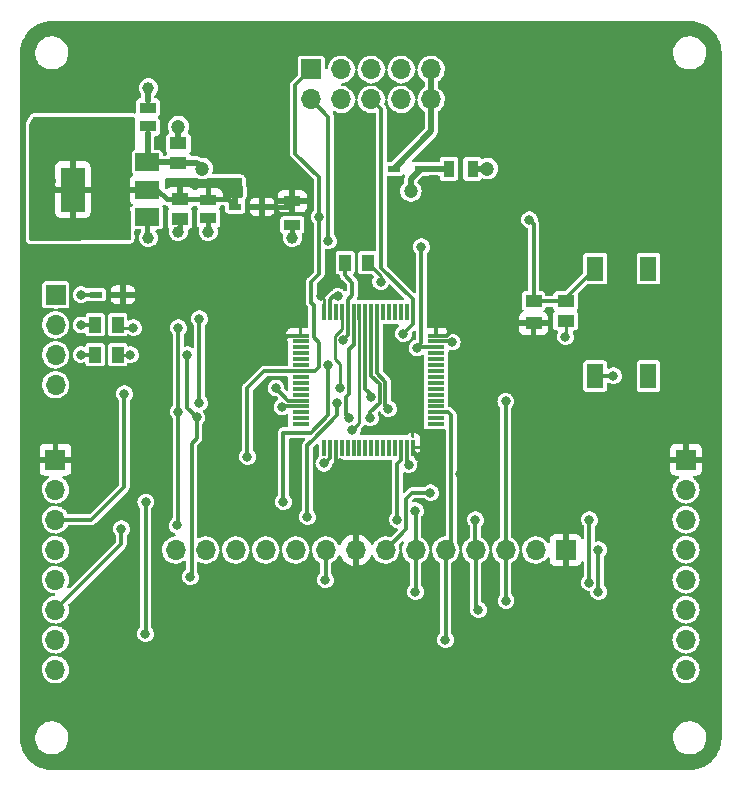
<source format=gbr>
%TF.GenerationSoftware,KiCad,Pcbnew,(6.0.7)*%
%TF.CreationDate,2022-10-18T22:47:55-04:00*%
%TF.ProjectId,LCDPCB,4c434450-4342-42e6-9b69-6361645f7063,rev?*%
%TF.SameCoordinates,Original*%
%TF.FileFunction,Copper,L1,Top*%
%TF.FilePolarity,Positive*%
%FSLAX46Y46*%
G04 Gerber Fmt 4.6, Leading zero omitted, Abs format (unit mm)*
G04 Created by KiCad (PCBNEW (6.0.7)) date 2022-10-18 22:47:55*
%MOMM*%
%LPD*%
G01*
G04 APERTURE LIST*
%TA.AperFunction,SMDPad,CuDef*%
%ADD10R,1.000000X1.400000*%
%TD*%
%TA.AperFunction,ComponentPad*%
%ADD11R,1.700000X1.700000*%
%TD*%
%TA.AperFunction,ComponentPad*%
%ADD12O,1.700000X1.700000*%
%TD*%
%TA.AperFunction,SMDPad,CuDef*%
%ADD13R,1.450000X0.900000*%
%TD*%
%TA.AperFunction,SMDPad,CuDef*%
%ADD14R,1.470000X1.070000*%
%TD*%
%TA.AperFunction,SMDPad,CuDef*%
%ADD15R,2.000000X1.500000*%
%TD*%
%TA.AperFunction,SMDPad,CuDef*%
%ADD16R,2.000000X3.800000*%
%TD*%
%TA.AperFunction,SMDPad,CuDef*%
%ADD17R,1.400000X2.100000*%
%TD*%
%TA.AperFunction,SMDPad,CuDef*%
%ADD18R,1.085000X0.550000*%
%TD*%
%TA.AperFunction,SMDPad,CuDef*%
%ADD19R,0.950000X1.450000*%
%TD*%
%TA.AperFunction,SMDPad,CuDef*%
%ADD20R,1.475000X0.300000*%
%TD*%
%TA.AperFunction,SMDPad,CuDef*%
%ADD21R,0.300000X1.475000*%
%TD*%
%TA.AperFunction,SMDPad,CuDef*%
%ADD22R,1.400000X1.000000*%
%TD*%
%TA.AperFunction,SMDPad,CuDef*%
%ADD23R,1.390000X0.960000*%
%TD*%
%TA.AperFunction,ViaPad*%
%ADD24C,0.800000*%
%TD*%
%TA.AperFunction,ViaPad*%
%ADD25C,1.000000*%
%TD*%
%TA.AperFunction,ViaPad*%
%ADD26C,1.200000*%
%TD*%
%TA.AperFunction,ViaPad*%
%ADD27C,1.500000*%
%TD*%
%TA.AperFunction,Conductor*%
%ADD28C,0.300000*%
%TD*%
%TA.AperFunction,Conductor*%
%ADD29C,0.250000*%
%TD*%
%TA.AperFunction,Conductor*%
%ADD30C,0.500000*%
%TD*%
%TA.AperFunction,Conductor*%
%ADD31C,0.400000*%
%TD*%
G04 APERTURE END LIST*
D10*
%TO.P,R6,1*%
%TO.N,SDA*%
X119568000Y-82550000D03*
%TO.P,R6,2*%
%TO.N,Net-(J2-Pad3)*%
X117668000Y-82550000D03*
%TD*%
D11*
%TO.P,J2,1,Pin_1*%
%TO.N,+3.3V*%
X114325000Y-77480000D03*
D12*
%TO.P,J2,2,Pin_2*%
%TO.N,Net-(J2-Pad2)*%
X114325000Y-80020000D03*
%TO.P,J2,3,Pin_3*%
%TO.N,Net-(J2-Pad3)*%
X114325000Y-82560000D03*
%TO.P,J2,4,Pin_4*%
%TO.N,GND*%
X114325000Y-85100000D03*
%TD*%
D13*
%TO.P,R3,1*%
%TO.N,+3V0*%
X134340600Y-69561200D03*
%TO.P,R3,2*%
%TO.N,GND*%
X134340600Y-71561200D03*
%TD*%
D14*
%TO.P,C4,1*%
%TO.N,Net-(C4-Pad1)*%
X124841000Y-69411000D03*
%TO.P,C4,2*%
%TO.N,GND*%
X124841000Y-71051000D03*
%TD*%
D15*
%TO.P,U2,1,GND*%
%TO.N,GND*%
X122072800Y-70880000D03*
D16*
%TO.P,U2,2,VO*%
%TO.N,Net-(C4-Pad1)*%
X115772800Y-68580000D03*
D15*
X122072800Y-68580000D03*
%TO.P,U2,3,VI*%
%TO.N,+5V*%
X122072800Y-66280000D03*
%TD*%
D17*
%TO.P,SW1,1,1*%
%TO.N,GND*%
X160005200Y-84356800D03*
%TO.P,SW1,2,2*%
%TO.N,NRST*%
X160005200Y-75256800D03*
%TO.P,SW1,3*%
%TO.N,N/C*%
X164505200Y-84356800D03*
%TO.P,SW1,4*%
X164505200Y-75256800D03*
%TD*%
D18*
%TO.P,D1,1,K*%
%TO.N,+3V0*%
X120012000Y-77470000D03*
%TO.P,D1,2,A*%
%TO.N,+3.3V*%
X117732000Y-77470000D03*
%TD*%
D11*
%TO.P,J4,1,Pin_1*%
%TO.N,+3V0*%
X114300000Y-91440000D03*
D12*
%TO.P,J4,2,Pin_2*%
%TO.N,NRST*%
X114300000Y-93980000D03*
%TO.P,J4,3,Pin_3*%
%TO.N,PD*%
X114300000Y-96520000D03*
%TO.P,J4,4,Pin_4*%
%TO.N,SCL*%
X114300000Y-99060000D03*
%TO.P,J4,5,Pin_5*%
%TO.N,SDA*%
X114300000Y-101600000D03*
%TO.P,J4,6,Pin_6*%
%TO.N,PA13*%
X114300000Y-104140000D03*
%TO.P,J4,7,Pin_7*%
%TO.N,PA14*%
X114300000Y-106680000D03*
%TO.P,J4,8,Pin_8*%
%TO.N,GND*%
X114300000Y-109220000D03*
%TD*%
D19*
%TO.P,R4,1*%
%TO.N,+5V*%
X147615400Y-66802000D03*
%TO.P,R4,2*%
%TO.N,GND*%
X149615400Y-66802000D03*
%TD*%
D18*
%TO.P,D2,1,K*%
%TO.N,+3V0*%
X131797600Y-70027800D03*
%TO.P,D2,2,A*%
%TO.N,Net-(C4-Pad1)*%
X129517600Y-70027800D03*
%TD*%
D10*
%TO.P,R2,1*%
%TO.N,GND*%
X140737000Y-74763000D03*
%TO.P,R2,2*%
%TO.N,PD*%
X138837000Y-74763000D03*
%TD*%
D11*
%TO.P,J1,1,Pin_1*%
%TO.N,+3V0*%
X157500000Y-99085000D03*
D12*
%TO.P,J1,2,Pin_2*%
%TO.N,GND*%
X154960000Y-99085000D03*
%TO.P,J1,3,Pin_3*%
%TO.N,CS*%
X152420000Y-99085000D03*
%TO.P,J1,4,Pin_4*%
%TO.N,RESET*%
X149880000Y-99085000D03*
%TO.P,J1,5,Pin_5*%
%TO.N,DC*%
X147340000Y-99085000D03*
%TO.P,J1,6,Pin_6*%
%TO.N,MOSI*%
X144800000Y-99085000D03*
%TO.P,J1,7,Pin_7*%
%TO.N,SCK*%
X142260000Y-99085000D03*
%TO.P,J1,8,Pin_8*%
%TO.N,+3V0*%
X139720000Y-99085000D03*
%TO.P,J1,9,Pin_9*%
%TO.N,MISO*%
X137180000Y-99085000D03*
%TO.P,J1,10,Pin_10*%
%TO.N,unconnected-(J1-Pad10)*%
X134640000Y-99085000D03*
%TO.P,J1,11,Pin_11*%
%TO.N,unconnected-(J1-Pad11)*%
X132100000Y-99085000D03*
%TO.P,J1,12,Pin_12*%
%TO.N,unconnected-(J1-Pad12)*%
X129560000Y-99085000D03*
%TO.P,J1,13,Pin_13*%
%TO.N,unconnected-(J1-Pad13)*%
X127020000Y-99085000D03*
%TO.P,J1,14,Pin_14*%
%TO.N,unconnected-(J1-Pad14)*%
X124480000Y-99085000D03*
%TD*%
D18*
%TO.P,D3,1,K*%
%TO.N,+5V*%
X145208800Y-66827400D03*
%TO.P,D3,2,A*%
%TO.N,/U5V*%
X142928800Y-66827400D03*
%TD*%
D20*
%TO.P,U1,1,VBAT*%
%TO.N,+3V0*%
X135054200Y-80933600D03*
%TO.P,U1,2,PC13*%
%TO.N,unconnected-(U1-Pad2)*%
X135054200Y-81433600D03*
%TO.P,U1,3,PC14*%
%TO.N,unconnected-(U1-Pad3)*%
X135054200Y-81933600D03*
%TO.P,U1,4,PC15*%
%TO.N,unconnected-(U1-Pad4)*%
X135054200Y-82433600D03*
%TO.P,U1,5,PF0*%
%TO.N,unconnected-(U1-Pad5)*%
X135054200Y-82933600D03*
%TO.P,U1,6,PF1*%
%TO.N,unconnected-(U1-Pad6)*%
X135054200Y-83433600D03*
%TO.P,U1,7,NRST*%
%TO.N,NRST*%
X135054200Y-83933600D03*
%TO.P,U1,8,PC0*%
%TO.N,unconnected-(U1-Pad8)*%
X135054200Y-84433600D03*
%TO.P,U1,9,PC1*%
%TO.N,unconnected-(U1-Pad9)*%
X135054200Y-84933600D03*
%TO.P,U1,10,PC2*%
%TO.N,unconnected-(U1-Pad10)*%
X135054200Y-85433600D03*
%TO.P,U1,11,PC3*%
%TO.N,unconnected-(U1-Pad11)*%
X135054200Y-85933600D03*
%TO.P,U1,12,VSSA*%
%TO.N,GND*%
X135054200Y-86433600D03*
%TO.P,U1,13,VDDA*%
%TO.N,+3.3V*%
X135054200Y-86933600D03*
%TO.P,U1,14,PA0*%
%TO.N,unconnected-(U1-Pad14)*%
X135054200Y-87433600D03*
%TO.P,U1,15,PA1*%
%TO.N,unconnected-(U1-Pad15)*%
X135054200Y-87933600D03*
%TO.P,U1,16,PA2*%
%TO.N,unconnected-(U1-Pad16)*%
X135054200Y-88433600D03*
D21*
%TO.P,U1,17,PA3*%
%TO.N,unconnected-(U1-Pad17)*%
X137042200Y-90421600D03*
%TO.P,U1,18,VSS*%
%TO.N,GND*%
X137542200Y-90421600D03*
%TO.P,U1,19,VDD*%
%TO.N,+3V0*%
X138042200Y-90421600D03*
%TO.P,U1,20,PA4*%
%TO.N,unconnected-(U1-Pad20)*%
X138542200Y-90421600D03*
%TO.P,U1,21,PA5*%
%TO.N,unconnected-(U1-Pad21)*%
X139042200Y-90421600D03*
%TO.P,U1,22,PA6*%
%TO.N,unconnected-(U1-Pad22)*%
X139542200Y-90421600D03*
%TO.P,U1,23,PA7*%
%TO.N,unconnected-(U1-Pad23)*%
X140042200Y-90421600D03*
%TO.P,U1,24,PC4*%
%TO.N,unconnected-(U1-Pad24)*%
X140542200Y-90421600D03*
%TO.P,U1,25,PC5*%
%TO.N,unconnected-(U1-Pad25)*%
X141042200Y-90421600D03*
%TO.P,U1,26,PB0*%
%TO.N,unconnected-(U1-Pad26)*%
X141542200Y-90421600D03*
%TO.P,U1,27,PB1*%
%TO.N,unconnected-(U1-Pad27)*%
X142042200Y-90421600D03*
%TO.P,U1,28,PB2*%
%TO.N,unconnected-(U1-Pad28)*%
X142542200Y-90421600D03*
%TO.P,U1,29,PB10*%
%TO.N,unconnected-(U1-Pad29)*%
X143042200Y-90421600D03*
%TO.P,U1,30,PB11*%
%TO.N,RESET*%
X143542200Y-90421600D03*
%TO.P,U1,31,VSS*%
%TO.N,GND*%
X144042200Y-90421600D03*
%TO.P,U1,32,VDD*%
%TO.N,+3V0*%
X144542200Y-90421600D03*
D20*
%TO.P,U1,33,PB12*%
%TO.N,unconnected-(U1-Pad33)*%
X146530200Y-88433600D03*
%TO.P,U1,34,PB13*%
%TO.N,unconnected-(U1-Pad34)*%
X146530200Y-87933600D03*
%TO.P,U1,35,PB14*%
%TO.N,DC*%
X146530200Y-87433600D03*
%TO.P,U1,36,PB15*%
%TO.N,unconnected-(U1-Pad36)*%
X146530200Y-86933600D03*
%TO.P,U1,37,PC6*%
%TO.N,unconnected-(U1-Pad37)*%
X146530200Y-86433600D03*
%TO.P,U1,38,PC7*%
%TO.N,unconnected-(U1-Pad38)*%
X146530200Y-85933600D03*
%TO.P,U1,39,PC8*%
%TO.N,unconnected-(U1-Pad39)*%
X146530200Y-85433600D03*
%TO.P,U1,40,PC9*%
%TO.N,unconnected-(U1-Pad40)*%
X146530200Y-84933600D03*
%TO.P,U1,41,PA8*%
%TO.N,unconnected-(U1-Pad41)*%
X146530200Y-84433600D03*
%TO.P,U1,42,PA9*%
%TO.N,unconnected-(U1-Pad42)*%
X146530200Y-83933600D03*
%TO.P,U1,43,PA10*%
%TO.N,unconnected-(U1-Pad43)*%
X146530200Y-83433600D03*
%TO.P,U1,44,PA11*%
%TO.N,unconnected-(U1-Pad44)*%
X146530200Y-82933600D03*
%TO.P,U1,45,PA12*%
%TO.N,unconnected-(U1-Pad45)*%
X146530200Y-82433600D03*
%TO.P,U1,46,PA13*%
%TO.N,PA13*%
X146530200Y-81933600D03*
%TO.P,U1,47,VSS*%
%TO.N,GND*%
X146530200Y-81433600D03*
%TO.P,U1,48,VDDIO2*%
%TO.N,+3V0*%
X146530200Y-80933600D03*
D21*
%TO.P,U1,49,PA14*%
%TO.N,PA14*%
X144542200Y-78945600D03*
%TO.P,U1,50,PA15*%
%TO.N,unconnected-(U1-Pad50)*%
X144042200Y-78945600D03*
%TO.P,U1,51,PC10*%
%TO.N,unconnected-(U1-Pad51)*%
X143542200Y-78945600D03*
%TO.P,U1,52,PC11*%
%TO.N,unconnected-(U1-Pad52)*%
X143042200Y-78945600D03*
%TO.P,U1,53,PC12*%
%TO.N,unconnected-(U1-Pad53)*%
X142542200Y-78945600D03*
%TO.P,U1,54,PD2*%
%TO.N,unconnected-(U1-Pad54)*%
X142042200Y-78945600D03*
%TO.P,U1,55,PB3*%
%TO.N,SCK*%
X141542200Y-78945600D03*
%TO.P,U1,56,PB4*%
%TO.N,MISO*%
X141042200Y-78945600D03*
%TO.P,U1,57,PB5*%
%TO.N,MOSI*%
X140542200Y-78945600D03*
%TO.P,U1,58,PB6*%
%TO.N,SCL*%
X140042200Y-78945600D03*
%TO.P,U1,59,PB7*%
%TO.N,SDA*%
X139542200Y-78945600D03*
%TO.P,U1,60,PF11*%
%TO.N,PD*%
X139042200Y-78945600D03*
%TO.P,U1,61,PB8*%
%TO.N,CS*%
X138542200Y-78945600D03*
%TO.P,U1,62,PB9*%
%TO.N,unconnected-(U1-Pad62)*%
X138042200Y-78945600D03*
%TO.P,U1,63,VSS*%
%TO.N,GND*%
X137542200Y-78945600D03*
%TO.P,U1,64,VDD*%
%TO.N,+3V0*%
X137042200Y-78945600D03*
%TD*%
D11*
%TO.P,J3,1,Pin_1*%
%TO.N,NRST*%
X135950000Y-58400000D03*
D12*
%TO.P,J3,2,Pin_2*%
%TO.N,PA13*%
X135950000Y-60940000D03*
%TO.P,J3,3,Pin_3*%
%TO.N,GND*%
X138490000Y-58400000D03*
%TO.P,J3,4,Pin_4*%
X138490000Y-60940000D03*
%TO.P,J3,5,Pin_5*%
%TO.N,unconnected-(J3-Pad5)*%
X141030000Y-58400000D03*
%TO.P,J3,6,Pin_6*%
%TO.N,PA14*%
X141030000Y-60940000D03*
%TO.P,J3,7,Pin_7*%
%TO.N,unconnected-(J3-Pad7)*%
X143570000Y-58400000D03*
%TO.P,J3,8,Pin_8*%
%TO.N,unconnected-(J3-Pad8)*%
X143570000Y-60940000D03*
%TO.P,J3,9,Pin_9*%
%TO.N,/U5V*%
X146110000Y-58400000D03*
%TO.P,J3,10,Pin_10*%
X146110000Y-60940000D03*
%TD*%
D22*
%TO.P,R1,1*%
%TO.N,+3V0*%
X154775000Y-79900000D03*
%TO.P,R1,2*%
%TO.N,NRST*%
X154775000Y-78000000D03*
%TD*%
D23*
%TO.P,C5,1*%
%TO.N,Net-(C4-Pad1)*%
X127254000Y-69415600D03*
%TO.P,C5,2*%
%TO.N,GND*%
X127254000Y-70995600D03*
%TD*%
D10*
%TO.P,R5,1*%
%TO.N,SCL*%
X119568000Y-80010000D03*
%TO.P,R5,2*%
%TO.N,Net-(J2-Pad2)*%
X117668000Y-80010000D03*
%TD*%
D23*
%TO.P,C2,1*%
%TO.N,+5V*%
X122123200Y-63223200D03*
%TO.P,C2,2*%
%TO.N,GND*%
X122123200Y-61643200D03*
%TD*%
D14*
%TO.P,C1,1*%
%TO.N,NRST*%
X157500000Y-78030000D03*
%TO.P,C1,2*%
%TO.N,GND*%
X157500000Y-79670000D03*
%TD*%
%TO.P,C3,1*%
%TO.N,+5V*%
X124714000Y-66301200D03*
%TO.P,C3,2*%
%TO.N,GND*%
X124714000Y-64661200D03*
%TD*%
D11*
%TO.P,J5,1,Pin_1*%
%TO.N,+3V0*%
X167690800Y-91440000D03*
D12*
%TO.P,J5,2,Pin_2*%
%TO.N,SCK*%
X167690800Y-93980000D03*
%TO.P,J5,3,Pin_3*%
%TO.N,MISO*%
X167690800Y-96520000D03*
%TO.P,J5,4,Pin_4*%
%TO.N,MOSI*%
X167690800Y-99060000D03*
%TO.P,J5,5,Pin_5*%
%TO.N,CS*%
X167690800Y-101600000D03*
%TO.P,J5,6,Pin_6*%
%TO.N,RESET*%
X167690800Y-104140000D03*
%TO.P,J5,7,Pin_7*%
%TO.N,DC*%
X167690800Y-106680000D03*
%TO.P,J5,8,Pin_8*%
%TO.N,GND*%
X167690800Y-109220000D03*
%TD*%
D24*
%TO.N,NRST*%
X154432000Y-71120000D03*
X130556000Y-91186000D03*
X136640000Y-70878000D03*
D25*
%TO.N,GND*%
X127254000Y-72136000D03*
X122174000Y-59944000D03*
X134366000Y-72644000D03*
D24*
X147906875Y-81496845D03*
X144202243Y-91864197D03*
X161544000Y-84328000D03*
D26*
X124714000Y-63246000D03*
D24*
X141825000Y-76375000D03*
D26*
X150876000Y-66802000D03*
D24*
X138236323Y-77610225D03*
X137033000Y-91758602D03*
D25*
X122174000Y-72644000D03*
D24*
X157480000Y-81026000D03*
X132969000Y-85356500D03*
D25*
X124714000Y-72136000D03*
D24*
%TO.N,+3V0*%
X138430000Y-91758602D03*
X145057558Y-91207003D03*
X131350000Y-82225000D03*
X133604000Y-81026000D03*
X134975000Y-76475000D03*
X139775000Y-93250000D03*
X147828000Y-80391000D03*
X136750000Y-77600000D03*
X148577500Y-92675000D03*
X149375000Y-78775000D03*
D26*
%TO.N,+5V*%
X126746000Y-66802000D03*
X144399000Y-68707000D03*
D24*
%TO.N,CS*%
X152425000Y-86500000D03*
X138430000Y-85344000D03*
X152450000Y-103375000D03*
%TO.N,RESET*%
X149860000Y-96520000D03*
X150114000Y-104140000D03*
X143256000Y-96520000D03*
%TO.N,DC*%
X147320000Y-106680000D03*
%TO.N,MOSI*%
X160274000Y-102616000D03*
X160274000Y-99060000D03*
X144780000Y-95758000D03*
X144780000Y-102616000D03*
X140990500Y-86106108D03*
%TO.N,SCK*%
X142494000Y-87122000D03*
X146050000Y-94234000D03*
%TO.N,MISO*%
X159512000Y-101854000D03*
X159512000Y-96520000D03*
X137160000Y-101600000D03*
X140970000Y-87884000D03*
%TO.N,PD*%
X138671500Y-81280000D03*
X120142000Y-85852000D03*
%TO.N,PA13*%
X144900000Y-81975000D03*
X145288000Y-73406000D03*
X138176000Y-86614000D03*
X119888000Y-97282000D03*
X137414000Y-72898000D03*
X135636000Y-96266000D03*
%TO.N,PA14*%
X137398101Y-83413726D03*
X133604000Y-94996000D03*
X121941977Y-95017977D03*
X121920000Y-106172000D03*
X143764000Y-80772000D03*
%TO.N,SCL*%
X124714000Y-80264000D03*
X124587000Y-97015500D03*
X124714000Y-87376000D03*
X139446000Y-88900000D03*
X120904000Y-80264000D03*
%TO.N,SDA*%
X125730000Y-101346000D03*
X120650000Y-82550000D03*
X139192000Y-87884000D03*
X125476000Y-82550000D03*
X126259977Y-87862023D03*
%TO.N,+3.3V*%
X133500469Y-86976975D03*
X116459000Y-77470000D03*
X126492000Y-79502000D03*
X126492000Y-86614000D03*
%TO.N,Net-(J2-Pad2)*%
X116459000Y-80035400D03*
%TO.N,Net-(J2-Pad3)*%
X116459000Y-82550000D03*
D27*
%TO.N,Net-(C4-Pad1)*%
X113550000Y-67875000D03*
X114925000Y-63800000D03*
X119250000Y-63775000D03*
%TD*%
D28*
%TO.N,NRST*%
X136284400Y-83933600D02*
X135054200Y-83933600D01*
X134620000Y-59730000D02*
X134620000Y-65532000D01*
X154775000Y-71463000D02*
X154775000Y-78000000D01*
X135977700Y-76366300D02*
X135977700Y-78161661D01*
X135977700Y-78161661D02*
X136156000Y-78339961D01*
X136640000Y-67552000D02*
X136640000Y-75704000D01*
X154432000Y-71120000D02*
X154775000Y-71463000D01*
X136648101Y-83103065D02*
X136648101Y-83569899D01*
X136652000Y-83099166D02*
X136648101Y-83103065D01*
X136652000Y-81578661D02*
X136652000Y-83099166D01*
X136648101Y-83569899D02*
X136284400Y-83933600D01*
X157500000Y-78030000D02*
X154805000Y-78030000D01*
X136156000Y-81082661D02*
X136652000Y-81578661D01*
X131991400Y-83933600D02*
X130556000Y-85369000D01*
X154805000Y-78030000D02*
X154775000Y-78000000D01*
X135054200Y-83933600D02*
X131991400Y-83933600D01*
X136640000Y-75704000D02*
X135977700Y-76366300D01*
X157500000Y-77762000D02*
X160005200Y-75256800D01*
X130556000Y-85369000D02*
X130556000Y-91186000D01*
X136156000Y-78339961D02*
X136156000Y-81082661D01*
X135950000Y-58400000D02*
X134620000Y-59730000D01*
X157500000Y-78030000D02*
X157500000Y-77762000D01*
X134620000Y-65532000D02*
X136640000Y-67552000D01*
D29*
%TO.N,GND*%
X157500000Y-81006000D02*
X157480000Y-81026000D01*
D28*
X134340600Y-72618600D02*
X134366000Y-72644000D01*
D30*
X122123200Y-59994800D02*
X122174000Y-59944000D01*
D31*
X127254000Y-71005600D02*
X127254000Y-72136000D01*
D28*
X138236323Y-77610225D02*
X137840075Y-77610225D01*
D30*
X149615400Y-66802000D02*
X150876000Y-66802000D01*
D28*
X137840075Y-77610225D02*
X137542200Y-77908100D01*
X124841000Y-72009000D02*
X124714000Y-72136000D01*
X134016700Y-86433600D02*
X135054200Y-86433600D01*
X132969000Y-85356500D02*
X132969000Y-85385900D01*
X144202243Y-91864197D02*
X144042200Y-91704154D01*
D30*
X122123200Y-61053200D02*
X122123200Y-59994800D01*
D28*
X137095398Y-91758602D02*
X137542200Y-91311800D01*
D29*
X147843630Y-81433600D02*
X147906875Y-81496845D01*
D28*
X161515200Y-84356800D02*
X161544000Y-84328000D01*
X137033000Y-91758602D02*
X137095398Y-91758602D01*
D29*
X141825000Y-75851000D02*
X140737000Y-74763000D01*
D28*
X144042200Y-91704154D02*
X144042200Y-90421600D01*
X146530200Y-81433600D02*
X147843630Y-81433600D01*
D29*
X157500000Y-79670000D02*
X157500000Y-81006000D01*
D28*
X137542200Y-91311800D02*
X137542200Y-90421600D01*
D31*
X124841000Y-71051000D02*
X124841000Y-72009000D01*
D28*
X132969000Y-85385900D02*
X134016700Y-86433600D01*
X160005200Y-84356800D02*
X161515200Y-84356800D01*
D29*
X141825000Y-76375000D02*
X141825000Y-75851000D01*
D28*
X137542200Y-77908100D02*
X137542200Y-78945600D01*
D30*
X124714000Y-64661200D02*
X124714000Y-63246000D01*
D31*
X134340600Y-71561200D02*
X134340600Y-72618600D01*
D28*
X122072800Y-72542800D02*
X122174000Y-72644000D01*
D31*
X122072800Y-70880000D02*
X122072800Y-72542800D01*
D28*
%TO.N,+3V0*%
X138240602Y-91758602D02*
X138042200Y-91560200D01*
X133924300Y-81026000D02*
X134016700Y-80933600D01*
D31*
X131797600Y-70027800D02*
X133874000Y-70027800D01*
D28*
X147412400Y-80933600D02*
X146530200Y-80933600D01*
D31*
X133874000Y-70027800D02*
X134340600Y-69561200D01*
D29*
X137042200Y-78945600D02*
X137042200Y-77892200D01*
D28*
X145057558Y-91207003D02*
X144542200Y-90691645D01*
X134016700Y-80933600D02*
X135054200Y-80933600D01*
X147828000Y-80518000D02*
X147412400Y-80933600D01*
X133604000Y-81026000D02*
X133924300Y-81026000D01*
X144542200Y-90691645D02*
X144542200Y-90421600D01*
X138042200Y-91560200D02*
X138042200Y-90421600D01*
D29*
X137042200Y-77892200D02*
X136750000Y-77600000D01*
D28*
X138430000Y-91758602D02*
X138240602Y-91758602D01*
X147828000Y-80391000D02*
X147828000Y-80518000D01*
D30*
%TO.N,+5V*%
X122072800Y-66280000D02*
X124692800Y-66280000D01*
X122123200Y-66229600D02*
X122072800Y-66280000D01*
X144399000Y-67637200D02*
X144399000Y-68707000D01*
X124714000Y-66301200D02*
X126245200Y-66301200D01*
X126245200Y-66301200D02*
X126746000Y-66802000D01*
X145208800Y-66827400D02*
X147590000Y-66827400D01*
X147590000Y-66827400D02*
X147615400Y-66802000D01*
X122123200Y-63813200D02*
X122123200Y-66229600D01*
X124692800Y-66280000D02*
X124714000Y-66301200D01*
X145208800Y-66827400D02*
X144399000Y-67637200D01*
%TO.N,/U5V*%
X146110000Y-58400000D02*
X146110000Y-60940000D01*
X146110000Y-63646200D02*
X142928800Y-66827400D01*
X146110000Y-60940000D02*
X146110000Y-63646200D01*
D29*
%TO.N,CS*%
X137946500Y-82896500D02*
X138430000Y-83380000D01*
D28*
X152420000Y-103345000D02*
X152420000Y-99085000D01*
X152450000Y-103375000D02*
X152420000Y-103345000D01*
D29*
X138430000Y-83380000D02*
X138430000Y-85344000D01*
X138542200Y-78945600D02*
X138542200Y-80383995D01*
D28*
X152420000Y-99085000D02*
X152420000Y-86505000D01*
D29*
X138542200Y-80383995D02*
X137946500Y-80979695D01*
D28*
X152420000Y-86505000D02*
X152425000Y-86500000D01*
D29*
X137946500Y-80979695D02*
X137946500Y-82896500D01*
D28*
%TO.N,RESET*%
X143256000Y-91795300D02*
X143256000Y-96520000D01*
X149880000Y-103906000D02*
X150114000Y-104140000D01*
X149860000Y-96520000D02*
X149860000Y-99065000D01*
X149860000Y-99065000D02*
X149880000Y-99085000D01*
X143542200Y-91509100D02*
X143256000Y-91795300D01*
X143542200Y-90421600D02*
X143542200Y-91509100D01*
X149880000Y-99085000D02*
X149880000Y-103906000D01*
%TO.N,DC*%
X146530200Y-87433600D02*
X147567700Y-87433600D01*
X147340000Y-99085000D02*
X147340000Y-106660000D01*
X147828000Y-98597000D02*
X147340000Y-99085000D01*
X147567700Y-87433600D02*
X147828000Y-87693900D01*
X147340000Y-106660000D02*
X147320000Y-106680000D01*
X147828000Y-87693900D02*
X147828000Y-98597000D01*
%TO.N,MOSI*%
X160274000Y-102616000D02*
X160274000Y-99060000D01*
X144800000Y-99085000D02*
X144800000Y-102596000D01*
X144800000Y-95778000D02*
X144800000Y-99085000D01*
X144800000Y-102596000D02*
X144780000Y-102616000D01*
X144780000Y-95758000D02*
X144800000Y-95778000D01*
X140542200Y-78945600D02*
X140542200Y-85424200D01*
X140542200Y-85424200D02*
X141228500Y-86110500D01*
%TO.N,SCK*%
X144018000Y-94742000D02*
X144526000Y-94234000D01*
X142234564Y-86862564D02*
X142494000Y-87122000D01*
X144018000Y-97327000D02*
X144018000Y-94742000D01*
X142240000Y-84836000D02*
X142240000Y-86868000D01*
X141542200Y-84138200D02*
X142240000Y-84836000D01*
X141542200Y-78945600D02*
X141542200Y-84138200D01*
X144526000Y-94234000D02*
X146050000Y-94234000D01*
X142260000Y-99085000D02*
X144018000Y-97327000D01*
%TO.N,MISO*%
X141740000Y-85043106D02*
X141740000Y-86650022D01*
X141042200Y-78945600D02*
X141042200Y-84345306D01*
X159512000Y-101854000D02*
X159512000Y-96520000D01*
X137180000Y-101580000D02*
X137160000Y-101600000D01*
X141042200Y-84345306D02*
X141740000Y-85043106D01*
X140970000Y-87420022D02*
X140970000Y-87884000D01*
X137180000Y-99085000D02*
X137180000Y-101580000D01*
X141740000Y-86650022D02*
X140970000Y-87420022D01*
%TO.N,PD*%
X139446000Y-77504300D02*
X139042200Y-77908100D01*
X117348000Y-96520000D02*
X114300000Y-96520000D01*
X139042200Y-78945600D02*
X139042200Y-77908100D01*
X120142000Y-85852000D02*
X120142000Y-93726000D01*
X139446000Y-76454000D02*
X139446000Y-77504300D01*
X138837000Y-75845000D02*
X139446000Y-76454000D01*
X120142000Y-93726000D02*
X117348000Y-96520000D01*
X138671500Y-81280000D02*
X139042200Y-80909300D01*
X138837000Y-74763000D02*
X138837000Y-75845000D01*
X139042200Y-80909300D02*
X139042200Y-78945600D01*
%TO.N,PA13*%
X137414000Y-62404000D02*
X137414000Y-72644000D01*
X144941400Y-81933600D02*
X146530200Y-81933600D01*
X137414000Y-72644000D02*
X137414000Y-72898000D01*
X144900000Y-81975000D02*
X144941400Y-81933600D01*
X119888000Y-98552000D02*
X114300000Y-104140000D01*
X138176000Y-87700300D02*
X136052150Y-89824150D01*
X135636000Y-90240300D02*
X135636000Y-96266000D01*
X145288000Y-81587000D02*
X145288000Y-73406000D01*
X136052150Y-89824150D02*
X135636000Y-90240300D01*
X135950000Y-60940000D02*
X137414000Y-62404000D01*
X144900000Y-81975000D02*
X145288000Y-81587000D01*
X119888000Y-97282000D02*
X119888000Y-98552000D01*
X138176000Y-86614000D02*
X138176000Y-87700300D01*
%TO.N,PA14*%
X141880000Y-75195900D02*
X144542200Y-77858100D01*
X144542200Y-77858100D02*
X144542200Y-78945600D01*
X144542200Y-79993800D02*
X143764000Y-80772000D01*
X137398101Y-87677199D02*
X137398101Y-83413726D01*
X135921300Y-89154000D02*
X137398101Y-87677199D01*
X121941977Y-106150023D02*
X121920000Y-106172000D01*
X141880000Y-61790000D02*
X141880000Y-75195900D01*
X144542200Y-78945600D02*
X144542200Y-79993800D01*
X133604000Y-94996000D02*
X133604000Y-89154000D01*
X133604000Y-89154000D02*
X135921300Y-89154000D01*
X141030000Y-60940000D02*
X141880000Y-61790000D01*
X121941977Y-95017977D02*
X121941977Y-106150023D01*
D29*
%TO.N,SCL*%
X120015000Y-80264000D02*
X120904000Y-80264000D01*
X140042200Y-78945600D02*
X140042200Y-88303800D01*
X140042200Y-88303800D02*
X139446000Y-88900000D01*
D28*
X124587000Y-97015500D02*
X124714000Y-96888500D01*
D29*
X119568000Y-80010000D02*
X119761000Y-80010000D01*
D28*
X124714000Y-80264000D02*
X124714000Y-87376000D01*
X124714000Y-96888500D02*
X124714000Y-87376000D01*
D29*
X119761000Y-80010000D02*
X120015000Y-80264000D01*
D28*
%TO.N,SDA*%
X138938000Y-87630000D02*
X138938000Y-86106000D01*
X125476000Y-87078046D02*
X126259977Y-87862023D01*
X125476000Y-82550000D02*
X125476000Y-87078046D01*
X125820000Y-101256000D02*
X125730000Y-101346000D01*
X139542200Y-81691800D02*
X139542200Y-78945600D01*
X126259977Y-87862023D02*
X126259977Y-89640023D01*
X125820000Y-90080000D02*
X125820000Y-101256000D01*
X139192000Y-85852000D02*
X139192000Y-82042000D01*
D29*
X119568000Y-82550000D02*
X120650000Y-82550000D01*
D28*
X138938000Y-86106000D02*
X139192000Y-85852000D01*
X126259977Y-89640023D02*
X125820000Y-90080000D01*
X139192000Y-87884000D02*
X138938000Y-87630000D01*
X139192000Y-82042000D02*
X139542200Y-81691800D01*
%TO.N,+3.3V*%
X126492000Y-79502000D02*
X126492000Y-86614000D01*
X133543844Y-86933600D02*
X135054200Y-86933600D01*
X133500469Y-86976975D02*
X133543844Y-86933600D01*
X116459000Y-77470000D02*
X117732000Y-77470000D01*
%TO.N,Net-(J2-Pad2)*%
X116459000Y-80035400D02*
X117642600Y-80035400D01*
X117642600Y-80035400D02*
X117668000Y-80010000D01*
%TO.N,Net-(J2-Pad3)*%
X116459000Y-82550000D02*
X117668000Y-82550000D01*
D31*
%TO.N,Net-(C4-Pad1)*%
X128895400Y-69405600D02*
X129517600Y-70027800D01*
D30*
X114925000Y-63800000D02*
X119225000Y-63800000D01*
D31*
X124841000Y-69411000D02*
X127248600Y-69411000D01*
D29*
X119225000Y-63800000D02*
X119250000Y-63775000D01*
D30*
X115772800Y-68580000D02*
X114255000Y-68580000D01*
X114255000Y-68580000D02*
X113550000Y-67875000D01*
D31*
X127254000Y-69405600D02*
X128895400Y-69405600D01*
X123767000Y-69411000D02*
X124841000Y-69411000D01*
D30*
X122072800Y-68580000D02*
X115772800Y-68580000D01*
D28*
X127248600Y-69411000D02*
X127254000Y-69405600D01*
D29*
X122072800Y-68580000D02*
X122936000Y-68580000D01*
D30*
X113550000Y-65175000D02*
X114925000Y-63800000D01*
X113550000Y-67875000D02*
X113550000Y-65175000D01*
D31*
X122936000Y-68580000D02*
X123767000Y-69411000D01*
%TD*%
%TA.AperFunction,Conductor*%
%TO.N,+3V0*%
G36*
X167984391Y-54302384D02*
G01*
X168000000Y-54305136D01*
X168010685Y-54303252D01*
X168020339Y-54303252D01*
X168034278Y-54302425D01*
X168134732Y-54308066D01*
X168295296Y-54317084D01*
X168309113Y-54318641D01*
X168593826Y-54367015D01*
X168607384Y-54370109D01*
X168884899Y-54450060D01*
X168898024Y-54454653D01*
X169164834Y-54565170D01*
X169177362Y-54571203D01*
X169317513Y-54648661D01*
X169430132Y-54710903D01*
X169441900Y-54718298D01*
X169677431Y-54885417D01*
X169688303Y-54894086D01*
X169903642Y-55086525D01*
X169913475Y-55096358D01*
X170105914Y-55311697D01*
X170114583Y-55322569D01*
X170281702Y-55558100D01*
X170289097Y-55569868D01*
X170314511Y-55615851D01*
X170428797Y-55822638D01*
X170434830Y-55835166D01*
X170545347Y-56101976D01*
X170549940Y-56115101D01*
X170624827Y-56375037D01*
X170629891Y-56392616D01*
X170632985Y-56406174D01*
X170681359Y-56690887D01*
X170682916Y-56704704D01*
X170695490Y-56928588D01*
X170697575Y-56965720D01*
X170696748Y-56979661D01*
X170696748Y-56989315D01*
X170694864Y-57000000D01*
X170696748Y-57010683D01*
X170697616Y-57015606D01*
X170699500Y-57037139D01*
X170699500Y-114962861D01*
X170697616Y-114984391D01*
X170694864Y-115000000D01*
X170696748Y-115010685D01*
X170696748Y-115020339D01*
X170697575Y-115034278D01*
X170691934Y-115134732D01*
X170682916Y-115295296D01*
X170681359Y-115309113D01*
X170632985Y-115593826D01*
X170629891Y-115607383D01*
X170623534Y-115629451D01*
X170549940Y-115884899D01*
X170545347Y-115898024D01*
X170434830Y-116164834D01*
X170428797Y-116177362D01*
X170351339Y-116317513D01*
X170305475Y-116400500D01*
X170289101Y-116430126D01*
X170281702Y-116441900D01*
X170114583Y-116677431D01*
X170105914Y-116688303D01*
X169913475Y-116903642D01*
X169903642Y-116913475D01*
X169688303Y-117105914D01*
X169677431Y-117114583D01*
X169441900Y-117281702D01*
X169430132Y-117289097D01*
X169317513Y-117351339D01*
X169177362Y-117428797D01*
X169164834Y-117434830D01*
X168898024Y-117545347D01*
X168884899Y-117549940D01*
X168607384Y-117629891D01*
X168593826Y-117632985D01*
X168309113Y-117681359D01*
X168295296Y-117682916D01*
X168134732Y-117691934D01*
X168034278Y-117697575D01*
X168020339Y-117696748D01*
X168010685Y-117696748D01*
X168000000Y-117694864D01*
X167984391Y-117697616D01*
X167962861Y-117699500D01*
X114037139Y-117699500D01*
X114015609Y-117697616D01*
X114000000Y-117694864D01*
X113989315Y-117696748D01*
X113979661Y-117696748D01*
X113965722Y-117697575D01*
X113865268Y-117691934D01*
X113704704Y-117682916D01*
X113690887Y-117681359D01*
X113406174Y-117632985D01*
X113392616Y-117629891D01*
X113115101Y-117549940D01*
X113101976Y-117545347D01*
X112835166Y-117434830D01*
X112822638Y-117428797D01*
X112682487Y-117351339D01*
X112569868Y-117289097D01*
X112558100Y-117281702D01*
X112322569Y-117114583D01*
X112311697Y-117105914D01*
X112096358Y-116913475D01*
X112086525Y-116903642D01*
X111894086Y-116688303D01*
X111885417Y-116677431D01*
X111718298Y-116441900D01*
X111710899Y-116430126D01*
X111694526Y-116400500D01*
X111648661Y-116317513D01*
X111571203Y-116177362D01*
X111565170Y-116164834D01*
X111454653Y-115898024D01*
X111450060Y-115884899D01*
X111376466Y-115629451D01*
X111370109Y-115607383D01*
X111367015Y-115593826D01*
X111318641Y-115309113D01*
X111317084Y-115295296D01*
X111308066Y-115134732D01*
X111302425Y-115034278D01*
X111303252Y-115020339D01*
X111303252Y-115010685D01*
X111305136Y-115000000D01*
X111302384Y-114984391D01*
X111300500Y-114962861D01*
X111300500Y-114933789D01*
X112595996Y-114933789D01*
X112604913Y-115171295D01*
X112605990Y-115176430D01*
X112605991Y-115176435D01*
X112633830Y-115309113D01*
X112653719Y-115403904D01*
X112741020Y-115624963D01*
X112743741Y-115629447D01*
X112743743Y-115629451D01*
X112811233Y-115740670D01*
X112864319Y-115828153D01*
X113020090Y-116007664D01*
X113203880Y-116158362D01*
X113208441Y-116160958D01*
X113208442Y-116160959D01*
X113405875Y-116273345D01*
X113405880Y-116273347D01*
X113410433Y-116275939D01*
X113633844Y-116357034D01*
X113867725Y-116399326D01*
X113892619Y-116400500D01*
X114059680Y-116400500D01*
X114062296Y-116400278D01*
X114062297Y-116400278D01*
X114231590Y-116385913D01*
X114236823Y-116385469D01*
X114466874Y-116325760D01*
X114683576Y-116228143D01*
X114880732Y-116095409D01*
X115052705Y-115931355D01*
X115194579Y-115740670D01*
X115221788Y-115687154D01*
X115299913Y-115533493D01*
X115299915Y-115533488D01*
X115302295Y-115528807D01*
X115372775Y-115301824D01*
X115404004Y-115066211D01*
X115399032Y-114933789D01*
X166595996Y-114933789D01*
X166604913Y-115171295D01*
X166605990Y-115176430D01*
X166605991Y-115176435D01*
X166633830Y-115309113D01*
X166653719Y-115403904D01*
X166741020Y-115624963D01*
X166743741Y-115629447D01*
X166743743Y-115629451D01*
X166811233Y-115740670D01*
X166864319Y-115828153D01*
X167020090Y-116007664D01*
X167203880Y-116158362D01*
X167208441Y-116160958D01*
X167208442Y-116160959D01*
X167405875Y-116273345D01*
X167405880Y-116273347D01*
X167410433Y-116275939D01*
X167633844Y-116357034D01*
X167867725Y-116399326D01*
X167892619Y-116400500D01*
X168059680Y-116400500D01*
X168062296Y-116400278D01*
X168062297Y-116400278D01*
X168231590Y-116385913D01*
X168236823Y-116385469D01*
X168466874Y-116325760D01*
X168683576Y-116228143D01*
X168880732Y-116095409D01*
X169052705Y-115931355D01*
X169194579Y-115740670D01*
X169221788Y-115687154D01*
X169299913Y-115533493D01*
X169299915Y-115533488D01*
X169302295Y-115528807D01*
X169372775Y-115301824D01*
X169404004Y-115066211D01*
X169395087Y-114828705D01*
X169367700Y-114698176D01*
X169347361Y-114601242D01*
X169347360Y-114601239D01*
X169346281Y-114596096D01*
X169258980Y-114375037D01*
X169191607Y-114264009D01*
X169138408Y-114176341D01*
X169135681Y-114171847D01*
X168979910Y-113992336D01*
X168796120Y-113841638D01*
X168678687Y-113774791D01*
X168594125Y-113726655D01*
X168594120Y-113726653D01*
X168589567Y-113724061D01*
X168366156Y-113642966D01*
X168132275Y-113600674D01*
X168107381Y-113599500D01*
X167940320Y-113599500D01*
X167937704Y-113599722D01*
X167937703Y-113599722D01*
X167926484Y-113600674D01*
X167763177Y-113614531D01*
X167533126Y-113674240D01*
X167316424Y-113771857D01*
X167119268Y-113904591D01*
X166947295Y-114068645D01*
X166805421Y-114259330D01*
X166803042Y-114264008D01*
X166803042Y-114264009D01*
X166748875Y-114370549D01*
X166697705Y-114471193D01*
X166627225Y-114698176D01*
X166595996Y-114933789D01*
X115399032Y-114933789D01*
X115395087Y-114828705D01*
X115367700Y-114698176D01*
X115347361Y-114601242D01*
X115347360Y-114601239D01*
X115346281Y-114596096D01*
X115258980Y-114375037D01*
X115191607Y-114264009D01*
X115138408Y-114176341D01*
X115135681Y-114171847D01*
X114979910Y-113992336D01*
X114796120Y-113841638D01*
X114678687Y-113774791D01*
X114594125Y-113726655D01*
X114594120Y-113726653D01*
X114589567Y-113724061D01*
X114366156Y-113642966D01*
X114132275Y-113600674D01*
X114107381Y-113599500D01*
X113940320Y-113599500D01*
X113937704Y-113599722D01*
X113937703Y-113599722D01*
X113926484Y-113600674D01*
X113763177Y-113614531D01*
X113533126Y-113674240D01*
X113316424Y-113771857D01*
X113119268Y-113904591D01*
X112947295Y-114068645D01*
X112805421Y-114259330D01*
X112803042Y-114264008D01*
X112803042Y-114264009D01*
X112748875Y-114370549D01*
X112697705Y-114471193D01*
X112627225Y-114698176D01*
X112595996Y-114933789D01*
X111300500Y-114933789D01*
X111300500Y-92333972D01*
X112950000Y-92333972D01*
X112950363Y-92340669D01*
X112955803Y-92390744D01*
X112959371Y-92405753D01*
X113003817Y-92524311D01*
X113012212Y-92539646D01*
X113087516Y-92640124D01*
X113099876Y-92652484D01*
X113200354Y-92727788D01*
X113215689Y-92736183D01*
X113334247Y-92780629D01*
X113349256Y-92784197D01*
X113399331Y-92789637D01*
X113406028Y-92790000D01*
X113598924Y-92790000D01*
X113665963Y-92809685D01*
X113711718Y-92862489D01*
X113721662Y-92931647D01*
X113692637Y-92995203D01*
X113662325Y-93020566D01*
X113628023Y-93040974D01*
X113620856Y-93045238D01*
X113461881Y-93184655D01*
X113458362Y-93189119D01*
X113458359Y-93189122D01*
X113440782Y-93211419D01*
X113330976Y-93350708D01*
X113232523Y-93537836D01*
X113230837Y-93543267D01*
X113230835Y-93543271D01*
X113192358Y-93667188D01*
X113169820Y-93739773D01*
X113169152Y-93745418D01*
X113169151Y-93745422D01*
X113149190Y-93914073D01*
X113144967Y-93949754D01*
X113145338Y-93955416D01*
X113145338Y-93955420D01*
X113146949Y-93980000D01*
X113158796Y-94160749D01*
X113210845Y-94365690D01*
X113213219Y-94370841D01*
X113213221Y-94370845D01*
X113296424Y-94551326D01*
X113299369Y-94557714D01*
X113302647Y-94562352D01*
X113411790Y-94716786D01*
X113421405Y-94730391D01*
X113572865Y-94877937D01*
X113577588Y-94881093D01*
X113577592Y-94881096D01*
X113654104Y-94932219D01*
X113748677Y-94995411D01*
X113942953Y-95078878D01*
X114006283Y-95093208D01*
X114143638Y-95124289D01*
X114143642Y-95124290D01*
X114149186Y-95125544D01*
X114168328Y-95126296D01*
X114234543Y-95148596D01*
X114278190Y-95203156D01*
X114285412Y-95272651D01*
X114253914Y-95335018D01*
X114193699Y-95370457D01*
X114184460Y-95372409D01*
X114006550Y-95402979D01*
X114006547Y-95402980D01*
X114000953Y-95403941D01*
X113802575Y-95477127D01*
X113797697Y-95480029D01*
X113797695Y-95480030D01*
X113625740Y-95582332D01*
X113625737Y-95582334D01*
X113620856Y-95585238D01*
X113461881Y-95724655D01*
X113458362Y-95729119D01*
X113458359Y-95729122D01*
X113428947Y-95766432D01*
X113330976Y-95890708D01*
X113232523Y-96077836D01*
X113230837Y-96083267D01*
X113230835Y-96083271D01*
X113180309Y-96245994D01*
X113169820Y-96279773D01*
X113169152Y-96285418D01*
X113169151Y-96285422D01*
X113152378Y-96427135D01*
X113144967Y-96489754D01*
X113145338Y-96495416D01*
X113145338Y-96495420D01*
X113148879Y-96549448D01*
X113158796Y-96700749D01*
X113210845Y-96905690D01*
X113213219Y-96910841D01*
X113213221Y-96910845D01*
X113291203Y-97080001D01*
X113299369Y-97097714D01*
X113310642Y-97113665D01*
X113400163Y-97240334D01*
X113421405Y-97270391D01*
X113572865Y-97417937D01*
X113577588Y-97421093D01*
X113577592Y-97421096D01*
X113642752Y-97464634D01*
X113748677Y-97535411D01*
X113942953Y-97618878D01*
X113983346Y-97628018D01*
X114143638Y-97664289D01*
X114143642Y-97664290D01*
X114149186Y-97665544D01*
X114168328Y-97666296D01*
X114234543Y-97688596D01*
X114278190Y-97743156D01*
X114285412Y-97812651D01*
X114253914Y-97875018D01*
X114193699Y-97910457D01*
X114184460Y-97912409D01*
X114006550Y-97942979D01*
X114006547Y-97942980D01*
X114000953Y-97943941D01*
X113802575Y-98017127D01*
X113797697Y-98020029D01*
X113797695Y-98020030D01*
X113625740Y-98122332D01*
X113625737Y-98122334D01*
X113620856Y-98125238D01*
X113461881Y-98264655D01*
X113458362Y-98269119D01*
X113458359Y-98269122D01*
X113424662Y-98311867D01*
X113330976Y-98430708D01*
X113232523Y-98617836D01*
X113169820Y-98819773D01*
X113169152Y-98825418D01*
X113169151Y-98825422D01*
X113160430Y-98899105D01*
X113144967Y-99029754D01*
X113145338Y-99035416D01*
X113145338Y-99035420D01*
X113148588Y-99085000D01*
X113158796Y-99240749D01*
X113210845Y-99445690D01*
X113213219Y-99450841D01*
X113213221Y-99450845D01*
X113263946Y-99560876D01*
X113299369Y-99637714D01*
X113320315Y-99667352D01*
X113407027Y-99790046D01*
X113421405Y-99810391D01*
X113572865Y-99957937D01*
X113577588Y-99961093D01*
X113577592Y-99961096D01*
X113648663Y-100008584D01*
X113748677Y-100075411D01*
X113942953Y-100158878D01*
X113989060Y-100169311D01*
X114143638Y-100204289D01*
X114143642Y-100204290D01*
X114149186Y-100205544D01*
X114168328Y-100206296D01*
X114234543Y-100228596D01*
X114278190Y-100283156D01*
X114285412Y-100352651D01*
X114253914Y-100415018D01*
X114193699Y-100450457D01*
X114184460Y-100452409D01*
X114006550Y-100482979D01*
X114006547Y-100482980D01*
X114000953Y-100483941D01*
X113802575Y-100557127D01*
X113797697Y-100560029D01*
X113797695Y-100560030D01*
X113625740Y-100662332D01*
X113625737Y-100662334D01*
X113620856Y-100665238D01*
X113461881Y-100804655D01*
X113458362Y-100809119D01*
X113458359Y-100809122D01*
X113407347Y-100873831D01*
X113330976Y-100970708D01*
X113232523Y-101157836D01*
X113230837Y-101163267D01*
X113230835Y-101163271D01*
X113194567Y-101280073D01*
X113169820Y-101359773D01*
X113169152Y-101365418D01*
X113169151Y-101365422D01*
X113162157Y-101424513D01*
X113144967Y-101569754D01*
X113145338Y-101575416D01*
X113145338Y-101575420D01*
X113150674Y-101656831D01*
X113158796Y-101780749D01*
X113210845Y-101985690D01*
X113213219Y-101990841D01*
X113213221Y-101990845D01*
X113286569Y-102149948D01*
X113299369Y-102177714D01*
X113306460Y-102187747D01*
X113401576Y-102322333D01*
X113421405Y-102350391D01*
X113572865Y-102497937D01*
X113577588Y-102501093D01*
X113577592Y-102501096D01*
X113654104Y-102552219D01*
X113748677Y-102615411D01*
X113942953Y-102698878D01*
X114006283Y-102713208D01*
X114143638Y-102744289D01*
X114143642Y-102744290D01*
X114149186Y-102745544D01*
X114168328Y-102746296D01*
X114234543Y-102768596D01*
X114278190Y-102823156D01*
X114285412Y-102892651D01*
X114253914Y-102955018D01*
X114193699Y-102990457D01*
X114184460Y-102992409D01*
X114006550Y-103022979D01*
X114006547Y-103022980D01*
X114000953Y-103023941D01*
X113802575Y-103097127D01*
X113797697Y-103100029D01*
X113797695Y-103100030D01*
X113625740Y-103202332D01*
X113625737Y-103202334D01*
X113620856Y-103205238D01*
X113461881Y-103344655D01*
X113458362Y-103349119D01*
X113458359Y-103349122D01*
X113434754Y-103379065D01*
X113330976Y-103510708D01*
X113232523Y-103697836D01*
X113230837Y-103703267D01*
X113230835Y-103703271D01*
X113223799Y-103725931D01*
X113169820Y-103899773D01*
X113169152Y-103905418D01*
X113169151Y-103905422D01*
X113153350Y-104038928D01*
X113144967Y-104109754D01*
X113145338Y-104115416D01*
X113145338Y-104115420D01*
X113150674Y-104196831D01*
X113158796Y-104320749D01*
X113210845Y-104525690D01*
X113213219Y-104530841D01*
X113213221Y-104530845D01*
X113255469Y-104622487D01*
X113299369Y-104717714D01*
X113306460Y-104727747D01*
X113386967Y-104841662D01*
X113421405Y-104890391D01*
X113572865Y-105037937D01*
X113577588Y-105041093D01*
X113577592Y-105041096D01*
X113648663Y-105088584D01*
X113748677Y-105155411D01*
X113942953Y-105238878D01*
X114006283Y-105253208D01*
X114143638Y-105284289D01*
X114143642Y-105284290D01*
X114149186Y-105285544D01*
X114168328Y-105286296D01*
X114234543Y-105308596D01*
X114278190Y-105363156D01*
X114285412Y-105432651D01*
X114253914Y-105495018D01*
X114193699Y-105530457D01*
X114184460Y-105532409D01*
X114006550Y-105562979D01*
X114006547Y-105562980D01*
X114000953Y-105563941D01*
X113802575Y-105637127D01*
X113797697Y-105640029D01*
X113797695Y-105640030D01*
X113625740Y-105742332D01*
X113625737Y-105742334D01*
X113620856Y-105745238D01*
X113461881Y-105884655D01*
X113458362Y-105889119D01*
X113458359Y-105889122D01*
X113440782Y-105911419D01*
X113330976Y-106050708D01*
X113232523Y-106237836D01*
X113230837Y-106243267D01*
X113230835Y-106243271D01*
X113196256Y-106354634D01*
X113169820Y-106439773D01*
X113169152Y-106445418D01*
X113169151Y-106445422D01*
X113160559Y-106518018D01*
X113144967Y-106649754D01*
X113145338Y-106655416D01*
X113145338Y-106655420D01*
X113150674Y-106736831D01*
X113158796Y-106860749D01*
X113210845Y-107065690D01*
X113213219Y-107070841D01*
X113213221Y-107070845D01*
X113255469Y-107162487D01*
X113299369Y-107257714D01*
X113306460Y-107267747D01*
X113386967Y-107381662D01*
X113421405Y-107430391D01*
X113572865Y-107577937D01*
X113577588Y-107581093D01*
X113577592Y-107581096D01*
X113648663Y-107628584D01*
X113748677Y-107695411D01*
X113942953Y-107778878D01*
X114006283Y-107793208D01*
X114143638Y-107824289D01*
X114143642Y-107824290D01*
X114149186Y-107825544D01*
X114168328Y-107826296D01*
X114234543Y-107848596D01*
X114278190Y-107903156D01*
X114285412Y-107972651D01*
X114253914Y-108035018D01*
X114193699Y-108070457D01*
X114184460Y-108072409D01*
X114006550Y-108102979D01*
X114006547Y-108102980D01*
X114000953Y-108103941D01*
X113802575Y-108177127D01*
X113797697Y-108180029D01*
X113797695Y-108180030D01*
X113625740Y-108282332D01*
X113625737Y-108282334D01*
X113620856Y-108285238D01*
X113461881Y-108424655D01*
X113458362Y-108429119D01*
X113458359Y-108429122D01*
X113440782Y-108451419D01*
X113330976Y-108590708D01*
X113232523Y-108777836D01*
X113169820Y-108979773D01*
X113169152Y-108985418D01*
X113169151Y-108985422D01*
X113145635Y-109184110D01*
X113144967Y-109189754D01*
X113145338Y-109195416D01*
X113145338Y-109195420D01*
X113146949Y-109220000D01*
X113158796Y-109400749D01*
X113210845Y-109605690D01*
X113213219Y-109610841D01*
X113213221Y-109610845D01*
X113251981Y-109694922D01*
X113299369Y-109797714D01*
X113421405Y-109970391D01*
X113572865Y-110117937D01*
X113577588Y-110121093D01*
X113577592Y-110121096D01*
X113648663Y-110168584D01*
X113748677Y-110235411D01*
X113942953Y-110318878D01*
X114006283Y-110333208D01*
X114143638Y-110364289D01*
X114143642Y-110364290D01*
X114149186Y-110365544D01*
X114275651Y-110370513D01*
X114354789Y-110373623D01*
X114354791Y-110373623D01*
X114360470Y-110373846D01*
X114366090Y-110373031D01*
X114366092Y-110373031D01*
X114564103Y-110344320D01*
X114564104Y-110344320D01*
X114569730Y-110343504D01*
X114648890Y-110316633D01*
X114764565Y-110277367D01*
X114764568Y-110277366D01*
X114769955Y-110275537D01*
X114774916Y-110272759D01*
X114774922Y-110272756D01*
X114881530Y-110213052D01*
X114954442Y-110172219D01*
X115117012Y-110037012D01*
X115120644Y-110032645D01*
X115248584Y-109878813D01*
X115248585Y-109878811D01*
X115252219Y-109874442D01*
X115298078Y-109792556D01*
X115352756Y-109694922D01*
X115352759Y-109694916D01*
X115355537Y-109689955D01*
X115386009Y-109600189D01*
X115421675Y-109495118D01*
X115423504Y-109489730D01*
X115453846Y-109280470D01*
X115455429Y-109220000D01*
X115436081Y-109009440D01*
X115378686Y-108805931D01*
X115285165Y-108616290D01*
X115158651Y-108446867D01*
X115154481Y-108443012D01*
X115154478Y-108443009D01*
X115090319Y-108383702D01*
X115003381Y-108303337D01*
X114824554Y-108190505D01*
X114628160Y-108112152D01*
X114622579Y-108111042D01*
X114622576Y-108111041D01*
X114426355Y-108072011D01*
X114426356Y-108072011D01*
X114420775Y-108070901D01*
X114420744Y-108070901D01*
X114357828Y-108045019D01*
X114317841Y-107987723D01*
X114315178Y-107917904D01*
X114350684Y-107857729D01*
X114417606Y-107825562D01*
X114564103Y-107804320D01*
X114564104Y-107804320D01*
X114569730Y-107803504D01*
X114648890Y-107776633D01*
X114764565Y-107737367D01*
X114764568Y-107737366D01*
X114769955Y-107735537D01*
X114774916Y-107732759D01*
X114774922Y-107732756D01*
X114881530Y-107673052D01*
X114954442Y-107632219D01*
X115117012Y-107497012D01*
X115120644Y-107492645D01*
X115248584Y-107338813D01*
X115248585Y-107338811D01*
X115252219Y-107334442D01*
X115351237Y-107157634D01*
X115352756Y-107154922D01*
X115352759Y-107154916D01*
X115355537Y-107149955D01*
X115360656Y-107134877D01*
X115421675Y-106955118D01*
X115423504Y-106949730D01*
X115453846Y-106740470D01*
X115455429Y-106680000D01*
X115436081Y-106469440D01*
X115378686Y-106265931D01*
X115328720Y-106164611D01*
X121214394Y-106164611D01*
X121215214Y-106172039D01*
X121215214Y-106172041D01*
X121219841Y-106213948D01*
X121232999Y-106333135D01*
X121235565Y-106340147D01*
X121235566Y-106340151D01*
X121288697Y-106485336D01*
X121291266Y-106492356D01*
X121295433Y-106498558D01*
X121295435Y-106498561D01*
X121308510Y-106518018D01*
X121385830Y-106633083D01*
X121391360Y-106638115D01*
X121505702Y-106742159D01*
X121505706Y-106742162D01*
X121511233Y-106747191D01*
X121660235Y-106828092D01*
X121755585Y-106853107D01*
X121817005Y-106869220D01*
X121817007Y-106869220D01*
X121824233Y-106871116D01*
X121907178Y-106872419D01*
X121986290Y-106873662D01*
X121986293Y-106873662D01*
X121993760Y-106873779D01*
X122136294Y-106841135D01*
X122151738Y-106837598D01*
X122151739Y-106837598D01*
X122159029Y-106835928D01*
X122234111Y-106798166D01*
X122303820Y-106763106D01*
X122303822Y-106763105D01*
X122310498Y-106759747D01*
X122316180Y-106754894D01*
X122316183Y-106754892D01*
X122433741Y-106654487D01*
X122439423Y-106649634D01*
X122538361Y-106511947D01*
X122601601Y-106354634D01*
X122618224Y-106237836D01*
X122624918Y-106190800D01*
X122624918Y-106190794D01*
X122625490Y-106186778D01*
X122625645Y-106172000D01*
X122617580Y-106105351D01*
X122606175Y-106011105D01*
X122606174Y-106011101D01*
X122605276Y-106003680D01*
X122570414Y-105911419D01*
X122547989Y-105852073D01*
X122547987Y-105852070D01*
X122545345Y-105845077D01*
X122536657Y-105832436D01*
X122453549Y-105711513D01*
X122453546Y-105711510D01*
X122449312Y-105705349D01*
X122433987Y-105691695D01*
X122397029Y-105632404D01*
X122392477Y-105599114D01*
X122392477Y-99054754D01*
X123324967Y-99054754D01*
X123325338Y-99060416D01*
X123325338Y-99060420D01*
X123329488Y-99123736D01*
X123338796Y-99265749D01*
X123390845Y-99470690D01*
X123393219Y-99475841D01*
X123393221Y-99475845D01*
X123430908Y-99557594D01*
X123479369Y-99662714D01*
X123482647Y-99667352D01*
X123586891Y-99814854D01*
X123601405Y-99835391D01*
X123752865Y-99982937D01*
X123757588Y-99986093D01*
X123757592Y-99986096D01*
X123828663Y-100033584D01*
X123928677Y-100100411D01*
X124122953Y-100183878D01*
X124186283Y-100198208D01*
X124323638Y-100229289D01*
X124323642Y-100229290D01*
X124329186Y-100230544D01*
X124455651Y-100235513D01*
X124534789Y-100238623D01*
X124534791Y-100238623D01*
X124540470Y-100238846D01*
X124546090Y-100238031D01*
X124546092Y-100238031D01*
X124744103Y-100209320D01*
X124744104Y-100209320D01*
X124749730Y-100208504D01*
X124828890Y-100181633D01*
X124944565Y-100142367D01*
X124944568Y-100142366D01*
X124949955Y-100140537D01*
X124954916Y-100137759D01*
X124954922Y-100137756D01*
X125118396Y-100046205D01*
X125134442Y-100037219D01*
X125166210Y-100010798D01*
X125230340Y-99983065D01*
X125299283Y-99994406D01*
X125351150Y-100041220D01*
X125369500Y-100106135D01*
X125369500Y-100674477D01*
X125349815Y-100741516D01*
X125327014Y-100767919D01*
X125224755Y-100857125D01*
X125205604Y-100873831D01*
X125108113Y-101012547D01*
X125046524Y-101170513D01*
X125024394Y-101338611D01*
X125025214Y-101346039D01*
X125025214Y-101346041D01*
X125039571Y-101476084D01*
X125042999Y-101507135D01*
X125045565Y-101514147D01*
X125045566Y-101514151D01*
X125080904Y-101610715D01*
X125101266Y-101666356D01*
X125105433Y-101672558D01*
X125105435Y-101672561D01*
X125118510Y-101692018D01*
X125195830Y-101807083D01*
X125201360Y-101812115D01*
X125315702Y-101916159D01*
X125315706Y-101916162D01*
X125321233Y-101921191D01*
X125470235Y-102002092D01*
X125551960Y-102023532D01*
X125627005Y-102043220D01*
X125627007Y-102043220D01*
X125634233Y-102045116D01*
X125717178Y-102046419D01*
X125796290Y-102047662D01*
X125796293Y-102047662D01*
X125803760Y-102047779D01*
X125946294Y-102015135D01*
X125961738Y-102011598D01*
X125961739Y-102011598D01*
X125969029Y-102009928D01*
X126108171Y-101939947D01*
X126113820Y-101937106D01*
X126113822Y-101937105D01*
X126120498Y-101933747D01*
X126126180Y-101928894D01*
X126126183Y-101928892D01*
X126243741Y-101828487D01*
X126249423Y-101823634D01*
X126348361Y-101685947D01*
X126411601Y-101528634D01*
X126424343Y-101439105D01*
X126434918Y-101364800D01*
X126434918Y-101364794D01*
X126435490Y-101360778D01*
X126435645Y-101346000D01*
X126426872Y-101273506D01*
X126416175Y-101185105D01*
X126416174Y-101185101D01*
X126415276Y-101177680D01*
X126398525Y-101133349D01*
X126357989Y-101026073D01*
X126357987Y-101026070D01*
X126355345Y-101019077D01*
X126292309Y-100927360D01*
X126270500Y-100857125D01*
X126270500Y-100199981D01*
X126290185Y-100132942D01*
X126342989Y-100087187D01*
X126412147Y-100077243D01*
X126458666Y-100095068D01*
X126458953Y-100094539D01*
X126462955Y-100096712D01*
X126463391Y-100096879D01*
X126468677Y-100100411D01*
X126662953Y-100183878D01*
X126726283Y-100198208D01*
X126863638Y-100229289D01*
X126863642Y-100229290D01*
X126869186Y-100230544D01*
X126995651Y-100235513D01*
X127074789Y-100238623D01*
X127074791Y-100238623D01*
X127080470Y-100238846D01*
X127086090Y-100238031D01*
X127086092Y-100238031D01*
X127284103Y-100209320D01*
X127284104Y-100209320D01*
X127289730Y-100208504D01*
X127368890Y-100181633D01*
X127484565Y-100142367D01*
X127484568Y-100142366D01*
X127489955Y-100140537D01*
X127494916Y-100137759D01*
X127494922Y-100137756D01*
X127658396Y-100046205D01*
X127674442Y-100037219D01*
X127704502Y-100012219D01*
X127832645Y-99905644D01*
X127837012Y-99902012D01*
X127840644Y-99897645D01*
X127968584Y-99743813D01*
X127968585Y-99743811D01*
X127972219Y-99739442D01*
X128052271Y-99596500D01*
X128072756Y-99559922D01*
X128072759Y-99559916D01*
X128075537Y-99554955D01*
X128079770Y-99542487D01*
X128141675Y-99360118D01*
X128143504Y-99354730D01*
X128156406Y-99265749D01*
X128167820Y-99187033D01*
X128196921Y-99123512D01*
X128250225Y-99089346D01*
X128330974Y-99089346D01*
X128384347Y-99123736D01*
X128413296Y-99187327D01*
X128414271Y-99196707D01*
X128418796Y-99265749D01*
X128470845Y-99470690D01*
X128473219Y-99475841D01*
X128473221Y-99475845D01*
X128510908Y-99557594D01*
X128559369Y-99662714D01*
X128562647Y-99667352D01*
X128666891Y-99814854D01*
X128681405Y-99835391D01*
X128832865Y-99982937D01*
X128837588Y-99986093D01*
X128837592Y-99986096D01*
X128908663Y-100033584D01*
X129008677Y-100100411D01*
X129202953Y-100183878D01*
X129266283Y-100198208D01*
X129403638Y-100229289D01*
X129403642Y-100229290D01*
X129409186Y-100230544D01*
X129535651Y-100235513D01*
X129614789Y-100238623D01*
X129614791Y-100238623D01*
X129620470Y-100238846D01*
X129626090Y-100238031D01*
X129626092Y-100238031D01*
X129824103Y-100209320D01*
X129824104Y-100209320D01*
X129829730Y-100208504D01*
X129908890Y-100181633D01*
X130024565Y-100142367D01*
X130024568Y-100142366D01*
X130029955Y-100140537D01*
X130034916Y-100137759D01*
X130034922Y-100137756D01*
X130198396Y-100046205D01*
X130214442Y-100037219D01*
X130244502Y-100012219D01*
X130372645Y-99905644D01*
X130377012Y-99902012D01*
X130380644Y-99897645D01*
X130508584Y-99743813D01*
X130508585Y-99743811D01*
X130512219Y-99739442D01*
X130592271Y-99596500D01*
X130612756Y-99559922D01*
X130612759Y-99559916D01*
X130615537Y-99554955D01*
X130619770Y-99542487D01*
X130681675Y-99360118D01*
X130683504Y-99354730D01*
X130696406Y-99265749D01*
X130707820Y-99187033D01*
X130736921Y-99123512D01*
X130790225Y-99089346D01*
X130870974Y-99089346D01*
X130924347Y-99123736D01*
X130953296Y-99187327D01*
X130954271Y-99196707D01*
X130958796Y-99265749D01*
X131010845Y-99470690D01*
X131013219Y-99475841D01*
X131013221Y-99475845D01*
X131050908Y-99557594D01*
X131099369Y-99662714D01*
X131102647Y-99667352D01*
X131206891Y-99814854D01*
X131221405Y-99835391D01*
X131372865Y-99982937D01*
X131377588Y-99986093D01*
X131377592Y-99986096D01*
X131448663Y-100033584D01*
X131548677Y-100100411D01*
X131742953Y-100183878D01*
X131806283Y-100198208D01*
X131943638Y-100229289D01*
X131943642Y-100229290D01*
X131949186Y-100230544D01*
X132075651Y-100235513D01*
X132154789Y-100238623D01*
X132154791Y-100238623D01*
X132160470Y-100238846D01*
X132166090Y-100238031D01*
X132166092Y-100238031D01*
X132364103Y-100209320D01*
X132364104Y-100209320D01*
X132369730Y-100208504D01*
X132448890Y-100181633D01*
X132564565Y-100142367D01*
X132564568Y-100142366D01*
X132569955Y-100140537D01*
X132574916Y-100137759D01*
X132574922Y-100137756D01*
X132738396Y-100046205D01*
X132754442Y-100037219D01*
X132784502Y-100012219D01*
X132912645Y-99905644D01*
X132917012Y-99902012D01*
X132920644Y-99897645D01*
X133048584Y-99743813D01*
X133048585Y-99743811D01*
X133052219Y-99739442D01*
X133132271Y-99596500D01*
X133152756Y-99559922D01*
X133152759Y-99559916D01*
X133155537Y-99554955D01*
X133159770Y-99542487D01*
X133221675Y-99360118D01*
X133223504Y-99354730D01*
X133236406Y-99265749D01*
X133247820Y-99187033D01*
X133276921Y-99123512D01*
X133330225Y-99089346D01*
X133410974Y-99089346D01*
X133464347Y-99123736D01*
X133493296Y-99187327D01*
X133494271Y-99196707D01*
X133498796Y-99265749D01*
X133550845Y-99470690D01*
X133553219Y-99475841D01*
X133553221Y-99475845D01*
X133590908Y-99557594D01*
X133639369Y-99662714D01*
X133642647Y-99667352D01*
X133746891Y-99814854D01*
X133761405Y-99835391D01*
X133912865Y-99982937D01*
X133917588Y-99986093D01*
X133917592Y-99986096D01*
X133988663Y-100033584D01*
X134088677Y-100100411D01*
X134282953Y-100183878D01*
X134346283Y-100198208D01*
X134483638Y-100229289D01*
X134483642Y-100229290D01*
X134489186Y-100230544D01*
X134615651Y-100235513D01*
X134694789Y-100238623D01*
X134694791Y-100238623D01*
X134700470Y-100238846D01*
X134706090Y-100238031D01*
X134706092Y-100238031D01*
X134904103Y-100209320D01*
X134904104Y-100209320D01*
X134909730Y-100208504D01*
X134988890Y-100181633D01*
X135104565Y-100142367D01*
X135104568Y-100142366D01*
X135109955Y-100140537D01*
X135114916Y-100137759D01*
X135114922Y-100137756D01*
X135278396Y-100046205D01*
X135294442Y-100037219D01*
X135324502Y-100012219D01*
X135452645Y-99905644D01*
X135457012Y-99902012D01*
X135460644Y-99897645D01*
X135588584Y-99743813D01*
X135588585Y-99743811D01*
X135592219Y-99739442D01*
X135672271Y-99596500D01*
X135692756Y-99559922D01*
X135692759Y-99559916D01*
X135695537Y-99554955D01*
X135699770Y-99542487D01*
X135761675Y-99360118D01*
X135763504Y-99354730D01*
X135776406Y-99265749D01*
X135787820Y-99187033D01*
X135816921Y-99123512D01*
X135870225Y-99089346D01*
X135950974Y-99089346D01*
X136004347Y-99123736D01*
X136033296Y-99187327D01*
X136034271Y-99196707D01*
X136038796Y-99265749D01*
X136090845Y-99470690D01*
X136093219Y-99475841D01*
X136093221Y-99475845D01*
X136130908Y-99557594D01*
X136179369Y-99662714D01*
X136182647Y-99667352D01*
X136286891Y-99814854D01*
X136301405Y-99835391D01*
X136452865Y-99982937D01*
X136457588Y-99986093D01*
X136457592Y-99986096D01*
X136528663Y-100033584D01*
X136628677Y-100100411D01*
X136633905Y-100102657D01*
X136654448Y-100111483D01*
X136708273Y-100156032D01*
X136729500Y-100225413D01*
X136729500Y-100989542D01*
X136709815Y-101056581D01*
X136687019Y-101082979D01*
X136635604Y-101127831D01*
X136538113Y-101266547D01*
X136476524Y-101424513D01*
X136454394Y-101592611D01*
X136455214Y-101600039D01*
X136455214Y-101600041D01*
X136469571Y-101730084D01*
X136472999Y-101761135D01*
X136475565Y-101768147D01*
X136475566Y-101768151D01*
X136504279Y-101846611D01*
X136531266Y-101920356D01*
X136535433Y-101926558D01*
X136535435Y-101926561D01*
X136548510Y-101946018D01*
X136625830Y-102061083D01*
X136631360Y-102066115D01*
X136745702Y-102170159D01*
X136745706Y-102170162D01*
X136751233Y-102175191D01*
X136900235Y-102256092D01*
X136977782Y-102276436D01*
X137057005Y-102297220D01*
X137057007Y-102297220D01*
X137064233Y-102299116D01*
X137147178Y-102300419D01*
X137226290Y-102301662D01*
X137226293Y-102301662D01*
X137233760Y-102301779D01*
X137356209Y-102273735D01*
X137391738Y-102265598D01*
X137391739Y-102265598D01*
X137399029Y-102263928D01*
X137474111Y-102226165D01*
X137543820Y-102191106D01*
X137543822Y-102191105D01*
X137550498Y-102187747D01*
X137556180Y-102182894D01*
X137556183Y-102182892D01*
X137673741Y-102082487D01*
X137679423Y-102077634D01*
X137778361Y-101939947D01*
X137841601Y-101782634D01*
X137845718Y-101753707D01*
X137864918Y-101618800D01*
X137864918Y-101618794D01*
X137865490Y-101614778D01*
X137865645Y-101600000D01*
X137863854Y-101585199D01*
X137846175Y-101439105D01*
X137846174Y-101439101D01*
X137845276Y-101431680D01*
X137820004Y-101364800D01*
X137787989Y-101280073D01*
X137787987Y-101280070D01*
X137785345Y-101273077D01*
X137725451Y-101185931D01*
X137693549Y-101139513D01*
X137693546Y-101139510D01*
X137689312Y-101133349D01*
X137683731Y-101128377D01*
X137683728Y-101128373D01*
X137672010Y-101117933D01*
X137635052Y-101058639D01*
X137630500Y-101025351D01*
X137630500Y-100224109D01*
X137650185Y-100157070D01*
X137693907Y-100115922D01*
X137834442Y-100037219D01*
X137864502Y-100012219D01*
X137992645Y-99905644D01*
X137997012Y-99902012D01*
X138000644Y-99897645D01*
X138128584Y-99743813D01*
X138128585Y-99743811D01*
X138132219Y-99739442D01*
X138234059Y-99557594D01*
X138283990Y-99508721D01*
X138352418Y-99494601D01*
X138417617Y-99519717D01*
X138454630Y-99565778D01*
X138544110Y-99757667D01*
X138549508Y-99767017D01*
X138678784Y-99951643D01*
X138685719Y-99959907D01*
X138845091Y-100119279D01*
X138853357Y-100126215D01*
X139037992Y-100255498D01*
X139047324Y-100260886D01*
X139251603Y-100356143D01*
X139261736Y-100359832D01*
X139452779Y-100411022D01*
X139466653Y-100410691D01*
X139470000Y-100402875D01*
X139470000Y-97772194D01*
X139466090Y-97758877D01*
X139457674Y-97757667D01*
X139261736Y-97810168D01*
X139251603Y-97813857D01*
X139047333Y-97909110D01*
X139037983Y-97914508D01*
X138853357Y-98043784D01*
X138845093Y-98050719D01*
X138685719Y-98210093D01*
X138678784Y-98218357D01*
X138549508Y-98402983D01*
X138544110Y-98412333D01*
X138452664Y-98608438D01*
X138406491Y-98660877D01*
X138339298Y-98680029D01*
X138272417Y-98659813D01*
X138229071Y-98610878D01*
X138165165Y-98481290D01*
X138038651Y-98311867D01*
X138034481Y-98308012D01*
X138034478Y-98308009D01*
X137928552Y-98210093D01*
X137883381Y-98168337D01*
X137850090Y-98147332D01*
X137709363Y-98058539D01*
X137709361Y-98058538D01*
X137704554Y-98055505D01*
X137508160Y-97977152D01*
X137502579Y-97976042D01*
X137502576Y-97976041D01*
X137382475Y-97952152D01*
X137300775Y-97935901D01*
X137295088Y-97935827D01*
X137295083Y-97935826D01*
X137095034Y-97933207D01*
X137095029Y-97933207D01*
X137089346Y-97933133D01*
X137083742Y-97934096D01*
X137083741Y-97934096D01*
X136886550Y-97967979D01*
X136886547Y-97967980D01*
X136880953Y-97968941D01*
X136682575Y-98042127D01*
X136677697Y-98045029D01*
X136677695Y-98045030D01*
X136505740Y-98147332D01*
X136505737Y-98147334D01*
X136500856Y-98150238D01*
X136341881Y-98289655D01*
X136338362Y-98294119D01*
X136338359Y-98294122D01*
X136307339Y-98333471D01*
X136210976Y-98455708D01*
X136112523Y-98642836D01*
X136110837Y-98648267D01*
X136110835Y-98648271D01*
X136057583Y-98819773D01*
X136049820Y-98844773D01*
X136032851Y-98988140D01*
X136005425Y-99052398D01*
X135950974Y-99089346D01*
X135870225Y-99089346D01*
X135870667Y-99089063D01*
X135818057Y-99057081D01*
X135787453Y-98994271D01*
X135786232Y-98984909D01*
X135776601Y-98880100D01*
X135776081Y-98874440D01*
X135718686Y-98670931D01*
X135708144Y-98649553D01*
X135689682Y-98612117D01*
X135625165Y-98481290D01*
X135498651Y-98311867D01*
X135494481Y-98308012D01*
X135494478Y-98308009D01*
X135388552Y-98210093D01*
X135343381Y-98168337D01*
X135310090Y-98147332D01*
X135169363Y-98058539D01*
X135169361Y-98058538D01*
X135164554Y-98055505D01*
X134968160Y-97977152D01*
X134962579Y-97976042D01*
X134962576Y-97976041D01*
X134842475Y-97952152D01*
X134760775Y-97935901D01*
X134755088Y-97935827D01*
X134755083Y-97935826D01*
X134555034Y-97933207D01*
X134555029Y-97933207D01*
X134549346Y-97933133D01*
X134543742Y-97934096D01*
X134543741Y-97934096D01*
X134346550Y-97967979D01*
X134346547Y-97967980D01*
X134340953Y-97968941D01*
X134142575Y-98042127D01*
X134137697Y-98045029D01*
X134137695Y-98045030D01*
X133965740Y-98147332D01*
X133965737Y-98147334D01*
X133960856Y-98150238D01*
X133801881Y-98289655D01*
X133798362Y-98294119D01*
X133798359Y-98294122D01*
X133767339Y-98333471D01*
X133670976Y-98455708D01*
X133572523Y-98642836D01*
X133570837Y-98648267D01*
X133570835Y-98648271D01*
X133517583Y-98819773D01*
X133509820Y-98844773D01*
X133492851Y-98988140D01*
X133465425Y-99052398D01*
X133410974Y-99089346D01*
X133330225Y-99089346D01*
X133330667Y-99089063D01*
X133278057Y-99057081D01*
X133247453Y-98994271D01*
X133246232Y-98984909D01*
X133236601Y-98880100D01*
X133236081Y-98874440D01*
X133178686Y-98670931D01*
X133168144Y-98649553D01*
X133149682Y-98612117D01*
X133085165Y-98481290D01*
X132958651Y-98311867D01*
X132954481Y-98308012D01*
X132954478Y-98308009D01*
X132848552Y-98210093D01*
X132803381Y-98168337D01*
X132770090Y-98147332D01*
X132629363Y-98058539D01*
X132629361Y-98058538D01*
X132624554Y-98055505D01*
X132428160Y-97977152D01*
X132422579Y-97976042D01*
X132422576Y-97976041D01*
X132302475Y-97952152D01*
X132220775Y-97935901D01*
X132215088Y-97935827D01*
X132215083Y-97935826D01*
X132015034Y-97933207D01*
X132015029Y-97933207D01*
X132009346Y-97933133D01*
X132003742Y-97934096D01*
X132003741Y-97934096D01*
X131806550Y-97967979D01*
X131806547Y-97967980D01*
X131800953Y-97968941D01*
X131602575Y-98042127D01*
X131597697Y-98045029D01*
X131597695Y-98045030D01*
X131425740Y-98147332D01*
X131425737Y-98147334D01*
X131420856Y-98150238D01*
X131261881Y-98289655D01*
X131258362Y-98294119D01*
X131258359Y-98294122D01*
X131227339Y-98333471D01*
X131130976Y-98455708D01*
X131032523Y-98642836D01*
X131030837Y-98648267D01*
X131030835Y-98648271D01*
X130977583Y-98819773D01*
X130969820Y-98844773D01*
X130952851Y-98988140D01*
X130925425Y-99052398D01*
X130870974Y-99089346D01*
X130790225Y-99089346D01*
X130790667Y-99089063D01*
X130738057Y-99057081D01*
X130707453Y-98994271D01*
X130706232Y-98984909D01*
X130696601Y-98880100D01*
X130696081Y-98874440D01*
X130638686Y-98670931D01*
X130628144Y-98649553D01*
X130609682Y-98612117D01*
X130545165Y-98481290D01*
X130418651Y-98311867D01*
X130414481Y-98308012D01*
X130414478Y-98308009D01*
X130308552Y-98210093D01*
X130263381Y-98168337D01*
X130230090Y-98147332D01*
X130089363Y-98058539D01*
X130089361Y-98058538D01*
X130084554Y-98055505D01*
X129888160Y-97977152D01*
X129882579Y-97976042D01*
X129882576Y-97976041D01*
X129762475Y-97952152D01*
X129680775Y-97935901D01*
X129675088Y-97935827D01*
X129675083Y-97935826D01*
X129475034Y-97933207D01*
X129475029Y-97933207D01*
X129469346Y-97933133D01*
X129463742Y-97934096D01*
X129463741Y-97934096D01*
X129266550Y-97967979D01*
X129266547Y-97967980D01*
X129260953Y-97968941D01*
X129062575Y-98042127D01*
X129057697Y-98045029D01*
X129057695Y-98045030D01*
X128885740Y-98147332D01*
X128885737Y-98147334D01*
X128880856Y-98150238D01*
X128721881Y-98289655D01*
X128718362Y-98294119D01*
X128718359Y-98294122D01*
X128687339Y-98333471D01*
X128590976Y-98455708D01*
X128492523Y-98642836D01*
X128490837Y-98648267D01*
X128490835Y-98648271D01*
X128437583Y-98819773D01*
X128429820Y-98844773D01*
X128412851Y-98988140D01*
X128385425Y-99052398D01*
X128330974Y-99089346D01*
X128250225Y-99089346D01*
X128250667Y-99089063D01*
X128198057Y-99057081D01*
X128167453Y-98994271D01*
X128166232Y-98984909D01*
X128156601Y-98880100D01*
X128156081Y-98874440D01*
X128098686Y-98670931D01*
X128088144Y-98649553D01*
X128069682Y-98612117D01*
X128005165Y-98481290D01*
X127878651Y-98311867D01*
X127874481Y-98308012D01*
X127874478Y-98308009D01*
X127768552Y-98210093D01*
X127723381Y-98168337D01*
X127690090Y-98147332D01*
X127549363Y-98058539D01*
X127549361Y-98058538D01*
X127544554Y-98055505D01*
X127348160Y-97977152D01*
X127342579Y-97976042D01*
X127342576Y-97976041D01*
X127222475Y-97952152D01*
X127140775Y-97935901D01*
X127135088Y-97935827D01*
X127135083Y-97935826D01*
X126935034Y-97933207D01*
X126935029Y-97933207D01*
X126929346Y-97933133D01*
X126923742Y-97934096D01*
X126923741Y-97934096D01*
X126726550Y-97967979D01*
X126726547Y-97967980D01*
X126720953Y-97968941D01*
X126522575Y-98042127D01*
X126517697Y-98045029D01*
X126517695Y-98045030D01*
X126457900Y-98080604D01*
X126390221Y-98097963D01*
X126323901Y-98075977D01*
X126279995Y-98021625D01*
X126270500Y-97974037D01*
X126270500Y-91178611D01*
X129850394Y-91178611D01*
X129851214Y-91186039D01*
X129851214Y-91186041D01*
X129862973Y-91292550D01*
X129868999Y-91347135D01*
X129871565Y-91354147D01*
X129871566Y-91354151D01*
X129917359Y-91479285D01*
X129927266Y-91506356D01*
X129931433Y-91512558D01*
X129931435Y-91512561D01*
X129982754Y-91588932D01*
X130021830Y-91647083D01*
X130027360Y-91652115D01*
X130141702Y-91756159D01*
X130141706Y-91756162D01*
X130147233Y-91761191D01*
X130296235Y-91842092D01*
X130391585Y-91867107D01*
X130453005Y-91883220D01*
X130453007Y-91883220D01*
X130460233Y-91885116D01*
X130543178Y-91886419D01*
X130622290Y-91887662D01*
X130622293Y-91887662D01*
X130629760Y-91887779D01*
X130752209Y-91859735D01*
X130787738Y-91851598D01*
X130787739Y-91851598D01*
X130795029Y-91849928D01*
X130919219Y-91787467D01*
X130939820Y-91777106D01*
X130939822Y-91777105D01*
X130946498Y-91773747D01*
X130952180Y-91768894D01*
X130952183Y-91768892D01*
X131069741Y-91668487D01*
X131075423Y-91663634D01*
X131174361Y-91525947D01*
X131237601Y-91368634D01*
X131249300Y-91286433D01*
X131260918Y-91204800D01*
X131260918Y-91204794D01*
X131261490Y-91200778D01*
X131261645Y-91186000D01*
X131241276Y-91017680D01*
X131181345Y-90859077D01*
X131172657Y-90846436D01*
X131089549Y-90725513D01*
X131089546Y-90725510D01*
X131085312Y-90719349D01*
X131048011Y-90686115D01*
X131011052Y-90626821D01*
X131006500Y-90593532D01*
X131006500Y-85606965D01*
X131026185Y-85539926D01*
X131042819Y-85519284D01*
X132141684Y-84420419D01*
X132203007Y-84386934D01*
X132229365Y-84384100D01*
X133892200Y-84384100D01*
X133959239Y-84403785D01*
X134004994Y-84456589D01*
X134016200Y-84508100D01*
X134016200Y-84628246D01*
X134019318Y-84654446D01*
X134019758Y-84655436D01*
X134019816Y-84711865D01*
X134019194Y-84713273D01*
X134016200Y-84738954D01*
X134016200Y-85128246D01*
X134019318Y-85154446D01*
X134019758Y-85155436D01*
X134019816Y-85211865D01*
X134019194Y-85213273D01*
X134016200Y-85238954D01*
X134016200Y-85496635D01*
X133996515Y-85563674D01*
X133943711Y-85609429D01*
X133874553Y-85619373D01*
X133810997Y-85590348D01*
X133804519Y-85584316D01*
X133707960Y-85487757D01*
X133674475Y-85426434D01*
X133672878Y-85382603D01*
X133673918Y-85375296D01*
X133674490Y-85371278D01*
X133674645Y-85356500D01*
X133672854Y-85341699D01*
X133655175Y-85195605D01*
X133655174Y-85195601D01*
X133654276Y-85188180D01*
X133594345Y-85029577D01*
X133569617Y-84993598D01*
X133502549Y-84896013D01*
X133502546Y-84896010D01*
X133498312Y-84889849D01*
X133411575Y-84812569D01*
X133377303Y-84782033D01*
X133377301Y-84782032D01*
X133371721Y-84777060D01*
X133357347Y-84769449D01*
X133268735Y-84722532D01*
X133221881Y-84697724D01*
X133057441Y-84656419D01*
X132971248Y-84655968D01*
X132895368Y-84655570D01*
X132895367Y-84655570D01*
X132887895Y-84655531D01*
X132866235Y-84660731D01*
X132730295Y-84693368D01*
X132730293Y-84693369D01*
X132723032Y-84695112D01*
X132716399Y-84698535D01*
X132716395Y-84698537D01*
X132649465Y-84733083D01*
X132572369Y-84772875D01*
X132566737Y-84777788D01*
X132466280Y-84865422D01*
X132444604Y-84884331D01*
X132347113Y-85023047D01*
X132285524Y-85181013D01*
X132284548Y-85188423D01*
X132284548Y-85188425D01*
X132274474Y-85264949D01*
X132263394Y-85349111D01*
X132264214Y-85356539D01*
X132264214Y-85356541D01*
X132274285Y-85447765D01*
X132281999Y-85517635D01*
X132284565Y-85524647D01*
X132284566Y-85524651D01*
X132330777Y-85650927D01*
X132340266Y-85676856D01*
X132344433Y-85683058D01*
X132344435Y-85683061D01*
X132384467Y-85742635D01*
X132434830Y-85817583D01*
X132440360Y-85822615D01*
X132554702Y-85926659D01*
X132554706Y-85926662D01*
X132560233Y-85931691D01*
X132709235Y-86012592D01*
X132793254Y-86034634D01*
X132866005Y-86053720D01*
X132866007Y-86053720D01*
X132873233Y-86055616D01*
X132953444Y-86056876D01*
X133020166Y-86077611D01*
X133039177Y-86093180D01*
X133139152Y-86193155D01*
X133172637Y-86254478D01*
X133167653Y-86324170D01*
X133125781Y-86380103D01*
X133114897Y-86386919D01*
X133110475Y-86389924D01*
X133103838Y-86393350D01*
X133098206Y-86398263D01*
X133023740Y-86463224D01*
X132976073Y-86504806D01*
X132878582Y-86643522D01*
X132816993Y-86801488D01*
X132816017Y-86808898D01*
X132816017Y-86808900D01*
X132812006Y-86839368D01*
X132794863Y-86969586D01*
X132795683Y-86977014D01*
X132795683Y-86977016D01*
X132802722Y-87040771D01*
X132813468Y-87138110D01*
X132816034Y-87145122D01*
X132816035Y-87145126D01*
X132844362Y-87222532D01*
X132871735Y-87297331D01*
X132875902Y-87303533D01*
X132875904Y-87303536D01*
X132927483Y-87380293D01*
X132966299Y-87438058D01*
X132971829Y-87443090D01*
X133086171Y-87547134D01*
X133086175Y-87547137D01*
X133091702Y-87552166D01*
X133240704Y-87633067D01*
X133320218Y-87653927D01*
X133397474Y-87674195D01*
X133397476Y-87674195D01*
X133404702Y-87676091D01*
X133487647Y-87677394D01*
X133566759Y-87678637D01*
X133566762Y-87678637D01*
X133574229Y-87678754D01*
X133723059Y-87644668D01*
X133732207Y-87642573D01*
X133732208Y-87642573D01*
X133739498Y-87640903D01*
X133840057Y-87590327D01*
X133908793Y-87577790D01*
X133973395Y-87604405D01*
X134013353Y-87661722D01*
X134018939Y-87715463D01*
X134016200Y-87738954D01*
X134016200Y-88128246D01*
X134019318Y-88154446D01*
X134019758Y-88155436D01*
X134019816Y-88211865D01*
X134019194Y-88213273D01*
X134016200Y-88238954D01*
X134016200Y-88579500D01*
X133996515Y-88646539D01*
X133943711Y-88692294D01*
X133892200Y-88703500D01*
X133669824Y-88703500D01*
X133658054Y-88702153D01*
X133658016Y-88702636D01*
X133648779Y-88701909D01*
X133639745Y-88699815D01*
X133606726Y-88702153D01*
X133592080Y-88703190D01*
X133583322Y-88703500D01*
X133570150Y-88703500D01*
X133562232Y-88704690D01*
X133559333Y-88705126D01*
X133549663Y-88706193D01*
X133519680Y-88708316D01*
X133504616Y-88709383D01*
X133495966Y-88712730D01*
X133487501Y-88714622D01*
X133479208Y-88717173D01*
X133470038Y-88718551D01*
X133461684Y-88722563D01*
X133461676Y-88722565D01*
X133429321Y-88738102D01*
X133420386Y-88741969D01*
X133386919Y-88754916D01*
X133386916Y-88754917D01*
X133378274Y-88758261D01*
X133370996Y-88763998D01*
X133363462Y-88768296D01*
X133356278Y-88773178D01*
X133347921Y-88777191D01*
X133341113Y-88783484D01*
X133314753Y-88807850D01*
X133307359Y-88814166D01*
X133271890Y-88842128D01*
X133266617Y-88849757D01*
X133260673Y-88856088D01*
X133255255Y-88862850D01*
X133248444Y-88869146D01*
X133228325Y-88903785D01*
X133225758Y-88908204D01*
X133220541Y-88916425D01*
X133194869Y-88953569D01*
X133192074Y-88962405D01*
X133188250Y-88970211D01*
X133185058Y-88978273D01*
X133180404Y-88986287D01*
X133178311Y-88995318D01*
X133178310Y-88995320D01*
X133170204Y-89030288D01*
X133167635Y-89039679D01*
X133156151Y-89075989D01*
X133156149Y-89075997D01*
X133154020Y-89082730D01*
X133153500Y-89089337D01*
X133153500Y-89091780D01*
X133153460Y-89092802D01*
X133152496Y-89099973D01*
X133152636Y-89099984D01*
X133151909Y-89109221D01*
X133149815Y-89118255D01*
X133150470Y-89127505D01*
X133153190Y-89165920D01*
X133153500Y-89174678D01*
X133153500Y-94402989D01*
X133133815Y-94470028D01*
X133111015Y-94496430D01*
X133079604Y-94523831D01*
X132982113Y-94662547D01*
X132920524Y-94820513D01*
X132919548Y-94827923D01*
X132919548Y-94827925D01*
X132909459Y-94904562D01*
X132898394Y-94988611D01*
X132899214Y-94996039D01*
X132899214Y-94996041D01*
X132906746Y-95064264D01*
X132916999Y-95157135D01*
X132919565Y-95164147D01*
X132919566Y-95164151D01*
X132927609Y-95186128D01*
X132975266Y-95316356D01*
X132979433Y-95322558D01*
X132979435Y-95322561D01*
X133003198Y-95357924D01*
X133069830Y-95457083D01*
X133075360Y-95462115D01*
X133189702Y-95566159D01*
X133189706Y-95566162D01*
X133195233Y-95571191D01*
X133344235Y-95652092D01*
X133423890Y-95672989D01*
X133501005Y-95693220D01*
X133501007Y-95693220D01*
X133508233Y-95695116D01*
X133591178Y-95696419D01*
X133670290Y-95697662D01*
X133670293Y-95697662D01*
X133677760Y-95697779D01*
X133800209Y-95669735D01*
X133835738Y-95661598D01*
X133835739Y-95661598D01*
X133843029Y-95659928D01*
X133982702Y-95589680D01*
X133987820Y-95587106D01*
X133987822Y-95587105D01*
X133994498Y-95583747D01*
X134000180Y-95578894D01*
X134000183Y-95578892D01*
X134117741Y-95478487D01*
X134123423Y-95473634D01*
X134222361Y-95335947D01*
X134285601Y-95178634D01*
X134291975Y-95133846D01*
X134308918Y-95014800D01*
X134308918Y-95014794D01*
X134309490Y-95010778D01*
X134309645Y-94996000D01*
X134305128Y-94958675D01*
X134290175Y-94835105D01*
X134290174Y-94835101D01*
X134289276Y-94827680D01*
X134245426Y-94711634D01*
X134231989Y-94676073D01*
X134231987Y-94676070D01*
X134229345Y-94669077D01*
X134159199Y-94567014D01*
X134137549Y-94535513D01*
X134137546Y-94535510D01*
X134133312Y-94529349D01*
X134096011Y-94496115D01*
X134059052Y-94436821D01*
X134054500Y-94403532D01*
X134054500Y-89728500D01*
X134074185Y-89661461D01*
X134126989Y-89615706D01*
X134178500Y-89604500D01*
X135335335Y-89604500D01*
X135402374Y-89624185D01*
X135448129Y-89676989D01*
X135458073Y-89746147D01*
X135429048Y-89809703D01*
X135423016Y-89816181D01*
X135341564Y-89897633D01*
X135330651Y-89907331D01*
X135303890Y-89928428D01*
X135273091Y-89972992D01*
X135270510Y-89976726D01*
X135268281Y-89979846D01*
X135233366Y-90027116D01*
X135230973Y-90033932D01*
X135226869Y-90039869D01*
X135211014Y-90090000D01*
X135209175Y-90095816D01*
X135207943Y-90099509D01*
X135191552Y-90146184D01*
X135191551Y-90146188D01*
X135188481Y-90154931D01*
X135188202Y-90162035D01*
X135188153Y-90162286D01*
X135186020Y-90169030D01*
X135185500Y-90175637D01*
X135185500Y-90228368D01*
X135185404Y-90233237D01*
X135183897Y-90271600D01*
X135183162Y-90290294D01*
X135185040Y-90297378D01*
X135185500Y-90305738D01*
X135185500Y-95672989D01*
X135165815Y-95740028D01*
X135143015Y-95766430D01*
X135111604Y-95793831D01*
X135014113Y-95932547D01*
X134952524Y-96090513D01*
X134930394Y-96258611D01*
X134931214Y-96266039D01*
X134931214Y-96266041D01*
X134944417Y-96385627D01*
X134948999Y-96427135D01*
X134951565Y-96434147D01*
X134951566Y-96434151D01*
X135003780Y-96576831D01*
X135007266Y-96586356D01*
X135011433Y-96592558D01*
X135011435Y-96592561D01*
X135030285Y-96620612D01*
X135101830Y-96727083D01*
X135107360Y-96732115D01*
X135221702Y-96836159D01*
X135221706Y-96836162D01*
X135227233Y-96841191D01*
X135376235Y-96922092D01*
X135471585Y-96947107D01*
X135533005Y-96963220D01*
X135533007Y-96963220D01*
X135540233Y-96965116D01*
X135623178Y-96966419D01*
X135702290Y-96967662D01*
X135702293Y-96967662D01*
X135709760Y-96967779D01*
X135832209Y-96939735D01*
X135867738Y-96931598D01*
X135867739Y-96931598D01*
X135875029Y-96929928D01*
X135957242Y-96888579D01*
X136019820Y-96857106D01*
X136019822Y-96857105D01*
X136026498Y-96853747D01*
X136032180Y-96848894D01*
X136032183Y-96848892D01*
X136149741Y-96748487D01*
X136155423Y-96743634D01*
X136254361Y-96605947D01*
X136317601Y-96448634D01*
X136330343Y-96359105D01*
X136340918Y-96284800D01*
X136340918Y-96284794D01*
X136341490Y-96280778D01*
X136341645Y-96266000D01*
X136339854Y-96251199D01*
X136322175Y-96105105D01*
X136322174Y-96105101D01*
X136321276Y-96097680D01*
X136296904Y-96033181D01*
X136263989Y-95946073D01*
X136263987Y-95946070D01*
X136261345Y-95939077D01*
X136207838Y-95861224D01*
X136169549Y-95805513D01*
X136169546Y-95805510D01*
X136165312Y-95799349D01*
X136128011Y-95766115D01*
X136091052Y-95706821D01*
X136086500Y-95673532D01*
X136086500Y-91822402D01*
X136106185Y-91755363D01*
X136109031Y-91752897D01*
X136087981Y-91708218D01*
X136086500Y-91689111D01*
X136086500Y-90478265D01*
X136106185Y-90411226D01*
X136122819Y-90390584D01*
X136380019Y-90133384D01*
X136441342Y-90099899D01*
X136511034Y-90104883D01*
X136566967Y-90146755D01*
X136591384Y-90212219D01*
X136591700Y-90221065D01*
X136591700Y-91157565D01*
X136572015Y-91224604D01*
X136549214Y-91251007D01*
X136514240Y-91281516D01*
X136514238Y-91281518D01*
X136508604Y-91286433D01*
X136411113Y-91425149D01*
X136349524Y-91583115D01*
X136348548Y-91590525D01*
X136348548Y-91590527D01*
X136333439Y-91705296D01*
X136310294Y-91757617D01*
X136329477Y-91787467D01*
X136333751Y-91808795D01*
X136345999Y-91919737D01*
X136348565Y-91926749D01*
X136348566Y-91926753D01*
X136389802Y-92039434D01*
X136404266Y-92078958D01*
X136408433Y-92085160D01*
X136408435Y-92085163D01*
X136421510Y-92104620D01*
X136498830Y-92219685D01*
X136504360Y-92224717D01*
X136618702Y-92328761D01*
X136618706Y-92328764D01*
X136624233Y-92333793D01*
X136773235Y-92414694D01*
X136867363Y-92439388D01*
X136930005Y-92455822D01*
X136930007Y-92455822D01*
X136937233Y-92457718D01*
X137020178Y-92459021D01*
X137099290Y-92460264D01*
X137099293Y-92460264D01*
X137106760Y-92460381D01*
X137229209Y-92432337D01*
X137264738Y-92424200D01*
X137264739Y-92424200D01*
X137272029Y-92422530D01*
X137395867Y-92360246D01*
X137416820Y-92349708D01*
X137416822Y-92349707D01*
X137423498Y-92346349D01*
X137429180Y-92341496D01*
X137429183Y-92341494D01*
X137546741Y-92241089D01*
X137552423Y-92236236D01*
X137651361Y-92098549D01*
X137714601Y-91941236D01*
X137722447Y-91886110D01*
X137736107Y-91790124D01*
X137765041Y-91726526D01*
X137771189Y-91719914D01*
X137795684Y-91695419D01*
X137857007Y-91661934D01*
X137869174Y-91660626D01*
X137889369Y-91654696D01*
X137890556Y-91653326D01*
X137892200Y-91645768D01*
X137892200Y-91637073D01*
X137911885Y-91570034D01*
X137916446Y-91563418D01*
X137944834Y-91524984D01*
X137947227Y-91518168D01*
X137951331Y-91512231D01*
X137954128Y-91503388D01*
X137956847Y-91497838D01*
X138004021Y-91446297D01*
X138071570Y-91428442D01*
X138138050Y-91449941D01*
X138182353Y-91503969D01*
X138192200Y-91552396D01*
X138192200Y-91641270D01*
X138196604Y-91656269D01*
X138197974Y-91657456D01*
X138205532Y-91659100D01*
X138236172Y-91659100D01*
X138242869Y-91658737D01*
X138292944Y-91653297D01*
X138307953Y-91649729D01*
X138426511Y-91605283D01*
X138441846Y-91596888D01*
X138542324Y-91521584D01*
X138560934Y-91502974D01*
X138561839Y-91503879D01*
X138610629Y-91467396D01*
X138653902Y-91459600D01*
X138736846Y-91459600D01*
X138740500Y-91459165D01*
X138740502Y-91459165D01*
X138743849Y-91458767D01*
X138763046Y-91456482D01*
X138764036Y-91456042D01*
X138820465Y-91455984D01*
X138821873Y-91456606D01*
X138847554Y-91459600D01*
X139236846Y-91459600D01*
X139240500Y-91459165D01*
X139240502Y-91459165D01*
X139243849Y-91458767D01*
X139263046Y-91456482D01*
X139264036Y-91456042D01*
X139320465Y-91455984D01*
X139321873Y-91456606D01*
X139347554Y-91459600D01*
X139736846Y-91459600D01*
X139740500Y-91459165D01*
X139740502Y-91459165D01*
X139743849Y-91458767D01*
X139763046Y-91456482D01*
X139764036Y-91456042D01*
X139820465Y-91455984D01*
X139821873Y-91456606D01*
X139847554Y-91459600D01*
X140236846Y-91459600D01*
X140240500Y-91459165D01*
X140240502Y-91459165D01*
X140243849Y-91458767D01*
X140263046Y-91456482D01*
X140264036Y-91456042D01*
X140320465Y-91455984D01*
X140321873Y-91456606D01*
X140347554Y-91459600D01*
X140736846Y-91459600D01*
X140740500Y-91459165D01*
X140740502Y-91459165D01*
X140743849Y-91458767D01*
X140763046Y-91456482D01*
X140764036Y-91456042D01*
X140820465Y-91455984D01*
X140821873Y-91456606D01*
X140847554Y-91459600D01*
X141236846Y-91459600D01*
X141240500Y-91459165D01*
X141240502Y-91459165D01*
X141243849Y-91458767D01*
X141263046Y-91456482D01*
X141264036Y-91456042D01*
X141320465Y-91455984D01*
X141321873Y-91456606D01*
X141347554Y-91459600D01*
X141736846Y-91459600D01*
X141740500Y-91459165D01*
X141740502Y-91459165D01*
X141743849Y-91458767D01*
X141763046Y-91456482D01*
X141764036Y-91456042D01*
X141820465Y-91455984D01*
X141821873Y-91456606D01*
X141847554Y-91459600D01*
X142236846Y-91459600D01*
X142240500Y-91459165D01*
X142240502Y-91459165D01*
X142243849Y-91458767D01*
X142263046Y-91456482D01*
X142264036Y-91456042D01*
X142320465Y-91455984D01*
X142321873Y-91456606D01*
X142347554Y-91459600D01*
X142720380Y-91459600D01*
X142787419Y-91479285D01*
X142833174Y-91532089D01*
X142843118Y-91601247D01*
X142838607Y-91620994D01*
X142829174Y-91650818D01*
X142827943Y-91654509D01*
X142811552Y-91701184D01*
X142811551Y-91701188D01*
X142808481Y-91709931D01*
X142808202Y-91717035D01*
X142808153Y-91717286D01*
X142806020Y-91724030D01*
X142805500Y-91730637D01*
X142805500Y-91783368D01*
X142805404Y-91788237D01*
X142804062Y-91822402D01*
X142803162Y-91845294D01*
X142805040Y-91852378D01*
X142805500Y-91860738D01*
X142805500Y-95926989D01*
X142785815Y-95994028D01*
X142763015Y-96020430D01*
X142748398Y-96033181D01*
X142737241Y-96042914D01*
X142731604Y-96047831D01*
X142634113Y-96186547D01*
X142572524Y-96344513D01*
X142550394Y-96512611D01*
X142551214Y-96520039D01*
X142551214Y-96520041D01*
X142562125Y-96618868D01*
X142568999Y-96681135D01*
X142571565Y-96688147D01*
X142571566Y-96688151D01*
X142593646Y-96748487D01*
X142627266Y-96840356D01*
X142631433Y-96846558D01*
X142631435Y-96846561D01*
X142665468Y-96897207D01*
X142721830Y-96981083D01*
X142727360Y-96986115D01*
X142841702Y-97090159D01*
X142841706Y-97090162D01*
X142847233Y-97095191D01*
X142996235Y-97176092D01*
X143080254Y-97198134D01*
X143153005Y-97217220D01*
X143153007Y-97217220D01*
X143160233Y-97219116D01*
X143181003Y-97219442D01*
X143190901Y-97219598D01*
X143257623Y-97240334D01*
X143302542Y-97293850D01*
X143311397Y-97363157D01*
X143276633Y-97431264D01*
X142747842Y-97960055D01*
X142686519Y-97993540D01*
X142614213Y-97987546D01*
X142588160Y-97977152D01*
X142582579Y-97976042D01*
X142582576Y-97976041D01*
X142462475Y-97952152D01*
X142380775Y-97935901D01*
X142375088Y-97935827D01*
X142375083Y-97935826D01*
X142175034Y-97933207D01*
X142175029Y-97933207D01*
X142169346Y-97933133D01*
X142163742Y-97934096D01*
X142163741Y-97934096D01*
X141966550Y-97967979D01*
X141966547Y-97967980D01*
X141960953Y-97968941D01*
X141762575Y-98042127D01*
X141757697Y-98045029D01*
X141757695Y-98045030D01*
X141585740Y-98147332D01*
X141585737Y-98147334D01*
X141580856Y-98150238D01*
X141421881Y-98289655D01*
X141418362Y-98294119D01*
X141418359Y-98294122D01*
X141387339Y-98333471D01*
X141290976Y-98455708D01*
X141280296Y-98476008D01*
X141208685Y-98612117D01*
X141160050Y-98662281D01*
X141092015Y-98678187D01*
X141026181Y-98654786D01*
X140986565Y-98606786D01*
X140895890Y-98412333D01*
X140890492Y-98402983D01*
X140761216Y-98218357D01*
X140754281Y-98210093D01*
X140594909Y-98050721D01*
X140586643Y-98043785D01*
X140402008Y-97914502D01*
X140392676Y-97909114D01*
X140188397Y-97813857D01*
X140178264Y-97810168D01*
X139987221Y-97758978D01*
X139973347Y-97759309D01*
X139970000Y-97767125D01*
X139970000Y-100397806D01*
X139973910Y-100411123D01*
X139982326Y-100412333D01*
X140178264Y-100359832D01*
X140188397Y-100356143D01*
X140392676Y-100260886D01*
X140402008Y-100255498D01*
X140586643Y-100126215D01*
X140594909Y-100119279D01*
X140754281Y-99959907D01*
X140761216Y-99951643D01*
X140890492Y-99767017D01*
X140895890Y-99757667D01*
X140987656Y-99560876D01*
X141033829Y-99508437D01*
X141101022Y-99489285D01*
X141167903Y-99509501D01*
X141212648Y-99561368D01*
X141259369Y-99662714D01*
X141262647Y-99667352D01*
X141366891Y-99814854D01*
X141381405Y-99835391D01*
X141532865Y-99982937D01*
X141537588Y-99986093D01*
X141537592Y-99986096D01*
X141608663Y-100033584D01*
X141708677Y-100100411D01*
X141902953Y-100183878D01*
X141966283Y-100198208D01*
X142103638Y-100229289D01*
X142103642Y-100229290D01*
X142109186Y-100230544D01*
X142235651Y-100235513D01*
X142314789Y-100238623D01*
X142314791Y-100238623D01*
X142320470Y-100238846D01*
X142326090Y-100238031D01*
X142326092Y-100238031D01*
X142524103Y-100209320D01*
X142524104Y-100209320D01*
X142529730Y-100208504D01*
X142608890Y-100181633D01*
X142724565Y-100142367D01*
X142724568Y-100142366D01*
X142729955Y-100140537D01*
X142734916Y-100137759D01*
X142734922Y-100137756D01*
X142898396Y-100046205D01*
X142914442Y-100037219D01*
X142944502Y-100012219D01*
X143072645Y-99905644D01*
X143077012Y-99902012D01*
X143080644Y-99897645D01*
X143208584Y-99743813D01*
X143208585Y-99743811D01*
X143212219Y-99739442D01*
X143292271Y-99596500D01*
X143312756Y-99559922D01*
X143312759Y-99559916D01*
X143315537Y-99554955D01*
X143319770Y-99542487D01*
X143381675Y-99360118D01*
X143383504Y-99354730D01*
X143396406Y-99265749D01*
X143407820Y-99187033D01*
X143436921Y-99123512D01*
X143490667Y-99089063D01*
X143438057Y-99057081D01*
X143407453Y-98994271D01*
X143406232Y-98984909D01*
X143396601Y-98880100D01*
X143396081Y-98874440D01*
X143394538Y-98868970D01*
X143394537Y-98868963D01*
X143352361Y-98719419D01*
X143353109Y-98649553D01*
X143384024Y-98598079D01*
X143591084Y-98391019D01*
X143652407Y-98357534D01*
X143722099Y-98362518D01*
X143778032Y-98404390D01*
X143802449Y-98469854D01*
X143788503Y-98536436D01*
X143732523Y-98642836D01*
X143730837Y-98648267D01*
X143730835Y-98648271D01*
X143677583Y-98819773D01*
X143669820Y-98844773D01*
X143652851Y-98988140D01*
X143625425Y-99052398D01*
X143570974Y-99089346D01*
X143624347Y-99123736D01*
X143653296Y-99187327D01*
X143654271Y-99196707D01*
X143658796Y-99265749D01*
X143710845Y-99470690D01*
X143713219Y-99475841D01*
X143713221Y-99475845D01*
X143750908Y-99557594D01*
X143799369Y-99662714D01*
X143802647Y-99667352D01*
X143906891Y-99814854D01*
X143921405Y-99835391D01*
X144072865Y-99982937D01*
X144077588Y-99986093D01*
X144077592Y-99986096D01*
X144148663Y-100033584D01*
X144248677Y-100100411D01*
X144253905Y-100102657D01*
X144274448Y-100111483D01*
X144328273Y-100156032D01*
X144349500Y-100225413D01*
X144349500Y-102005542D01*
X144329815Y-102072581D01*
X144307019Y-102098979D01*
X144255604Y-102143831D01*
X144158113Y-102282547D01*
X144096524Y-102440513D01*
X144074394Y-102608611D01*
X144075214Y-102616039D01*
X144075214Y-102616041D01*
X144080517Y-102664075D01*
X144092999Y-102777135D01*
X144095565Y-102784147D01*
X144095566Y-102784151D01*
X144148697Y-102929336D01*
X144151266Y-102936356D01*
X144155433Y-102942558D01*
X144155435Y-102942561D01*
X144186058Y-102988133D01*
X144245830Y-103077083D01*
X144251360Y-103082115D01*
X144365702Y-103186159D01*
X144365706Y-103186162D01*
X144371233Y-103191191D01*
X144520235Y-103272092D01*
X144615585Y-103297107D01*
X144677005Y-103313220D01*
X144677007Y-103313220D01*
X144684233Y-103315116D01*
X144767178Y-103316419D01*
X144846290Y-103317662D01*
X144846293Y-103317662D01*
X144853760Y-103317779D01*
X144976209Y-103289735D01*
X145011738Y-103281598D01*
X145011739Y-103281598D01*
X145019029Y-103279928D01*
X145137582Y-103220302D01*
X145163820Y-103207106D01*
X145163822Y-103207105D01*
X145170498Y-103203747D01*
X145176180Y-103198894D01*
X145176183Y-103198892D01*
X145293741Y-103098487D01*
X145299423Y-103093634D01*
X145398361Y-102955947D01*
X145461601Y-102798634D01*
X145469157Y-102745544D01*
X145484918Y-102634800D01*
X145484918Y-102634794D01*
X145485490Y-102630778D01*
X145485645Y-102616000D01*
X145478263Y-102554998D01*
X145466175Y-102455105D01*
X145466174Y-102455101D01*
X145465276Y-102447680D01*
X145419795Y-102327317D01*
X145407989Y-102296073D01*
X145407987Y-102296070D01*
X145405345Y-102289077D01*
X145389208Y-102265598D01*
X145313549Y-102155513D01*
X145313546Y-102155510D01*
X145309312Y-102149349D01*
X145303731Y-102144377D01*
X145303728Y-102144373D01*
X145292010Y-102133933D01*
X145255052Y-102074639D01*
X145250500Y-102041351D01*
X145250500Y-100224109D01*
X145270185Y-100157070D01*
X145313907Y-100115922D01*
X145454442Y-100037219D01*
X145484502Y-100012219D01*
X145612645Y-99905644D01*
X145617012Y-99902012D01*
X145620644Y-99897645D01*
X145748584Y-99743813D01*
X145748585Y-99743811D01*
X145752219Y-99739442D01*
X145832271Y-99596500D01*
X145852756Y-99559922D01*
X145852759Y-99559916D01*
X145855537Y-99554955D01*
X145859770Y-99542487D01*
X145921675Y-99360118D01*
X145923504Y-99354730D01*
X145936406Y-99265749D01*
X145947820Y-99187033D01*
X145976921Y-99123512D01*
X146030667Y-99089063D01*
X145978057Y-99057081D01*
X145947453Y-98994271D01*
X145946232Y-98984909D01*
X145936601Y-98880100D01*
X145936081Y-98874440D01*
X145878686Y-98670931D01*
X145868144Y-98649553D01*
X145849682Y-98612117D01*
X145785165Y-98481290D01*
X145658651Y-98311867D01*
X145654481Y-98308012D01*
X145654478Y-98308009D01*
X145548552Y-98210093D01*
X145503381Y-98168337D01*
X145463759Y-98143337D01*
X145329358Y-98058536D01*
X145329357Y-98058536D01*
X145324554Y-98055505D01*
X145319281Y-98053401D01*
X145318203Y-98052852D01*
X145267408Y-98004877D01*
X145250500Y-97942369D01*
X145250500Y-96334583D01*
X145270185Y-96267544D01*
X145288852Y-96246155D01*
X145288677Y-96245994D01*
X145293741Y-96240487D01*
X145299423Y-96235634D01*
X145398361Y-96097947D01*
X145461601Y-95940634D01*
X145463622Y-95926436D01*
X145484918Y-95776800D01*
X145484918Y-95776794D01*
X145485490Y-95772778D01*
X145485645Y-95758000D01*
X145479452Y-95706821D01*
X145466175Y-95597105D01*
X145466174Y-95597101D01*
X145465276Y-95589680D01*
X145431564Y-95500464D01*
X145407989Y-95438073D01*
X145407987Y-95438070D01*
X145405345Y-95431077D01*
X145391575Y-95411041D01*
X145313549Y-95297513D01*
X145313546Y-95297510D01*
X145309312Y-95291349D01*
X145226880Y-95217904D01*
X145188303Y-95183533D01*
X145188301Y-95183532D01*
X145182721Y-95178560D01*
X145169735Y-95171684D01*
X145082591Y-95125544D01*
X145032881Y-95099224D01*
X144868441Y-95057919D01*
X144782248Y-95057468D01*
X144706368Y-95057070D01*
X144706367Y-95057070D01*
X144698895Y-95057031D01*
X144654232Y-95067754D01*
X144584451Y-95064264D01*
X144527633Y-95023601D01*
X144501819Y-94958675D01*
X144515204Y-94890099D01*
X144537604Y-94859499D01*
X144676284Y-94720819D01*
X144737607Y-94687334D01*
X144763965Y-94684500D01*
X145456227Y-94684500D01*
X145523266Y-94704185D01*
X145539680Y-94716786D01*
X145635698Y-94804155D01*
X145635700Y-94804157D01*
X145641233Y-94809191D01*
X145790235Y-94890092D01*
X145885585Y-94915107D01*
X145947005Y-94931220D01*
X145947007Y-94931220D01*
X145954233Y-94933116D01*
X146037178Y-94934419D01*
X146116290Y-94935662D01*
X146116293Y-94935662D01*
X146123760Y-94935779D01*
X146246209Y-94907735D01*
X146281738Y-94899598D01*
X146281739Y-94899598D01*
X146289029Y-94897928D01*
X146413939Y-94835105D01*
X146433820Y-94825106D01*
X146433822Y-94825105D01*
X146440498Y-94821747D01*
X146446180Y-94816894D01*
X146446183Y-94816892D01*
X146563741Y-94716487D01*
X146569423Y-94711634D01*
X146668361Y-94573947D01*
X146731601Y-94416634D01*
X146738118Y-94370845D01*
X146754918Y-94252800D01*
X146754918Y-94252794D01*
X146755490Y-94248778D01*
X146755645Y-94234000D01*
X146735276Y-94065680D01*
X146705919Y-93987988D01*
X146677989Y-93914073D01*
X146677987Y-93914070D01*
X146675345Y-93907077D01*
X146671108Y-93900912D01*
X146583549Y-93773513D01*
X146583546Y-93773510D01*
X146579312Y-93767349D01*
X146537340Y-93729953D01*
X146458303Y-93659533D01*
X146458301Y-93659532D01*
X146452721Y-93654560D01*
X146438347Y-93646949D01*
X146309489Y-93578723D01*
X146302881Y-93575224D01*
X146138441Y-93533919D01*
X146052248Y-93533468D01*
X145976368Y-93533070D01*
X145976367Y-93533070D01*
X145968895Y-93533031D01*
X145948881Y-93537836D01*
X145811295Y-93570868D01*
X145811293Y-93570869D01*
X145804032Y-93572612D01*
X145797399Y-93576035D01*
X145797395Y-93576037D01*
X145730465Y-93610583D01*
X145653369Y-93650375D01*
X145555769Y-93735517D01*
X145535794Y-93752942D01*
X145472336Y-93782178D01*
X145454280Y-93783500D01*
X144560102Y-93783500D01*
X144545528Y-93782641D01*
X144520894Y-93779725D01*
X144520891Y-93779725D01*
X144511689Y-93778636D01*
X144459225Y-93788218D01*
X144453963Y-93789179D01*
X144450119Y-93789819D01*
X144401202Y-93797173D01*
X144401200Y-93797174D01*
X144392038Y-93798551D01*
X144385525Y-93801678D01*
X144378426Y-93802975D01*
X144370202Y-93807247D01*
X144326336Y-93830033D01*
X144322853Y-93831773D01*
X144269921Y-93857191D01*
X144264698Y-93862019D01*
X144264488Y-93862160D01*
X144258211Y-93865421D01*
X144253172Y-93869725D01*
X144215903Y-93906994D01*
X144212393Y-93910369D01*
X144177251Y-93942853D01*
X144177249Y-93942856D01*
X144170444Y-93949146D01*
X144166763Y-93955484D01*
X144161172Y-93961725D01*
X143918181Y-94204716D01*
X143856858Y-94238201D01*
X143787166Y-94233217D01*
X143731233Y-94191345D01*
X143706816Y-94125881D01*
X143706500Y-94117035D01*
X143706500Y-92600588D01*
X143726185Y-92533549D01*
X143778989Y-92487794D01*
X143848147Y-92477850D01*
X143889665Y-92491614D01*
X143942478Y-92520289D01*
X144016263Y-92539646D01*
X144099248Y-92561417D01*
X144099250Y-92561417D01*
X144106476Y-92563313D01*
X144189421Y-92564616D01*
X144268533Y-92565859D01*
X144268536Y-92565859D01*
X144276003Y-92565976D01*
X144398452Y-92537932D01*
X144433981Y-92529795D01*
X144433982Y-92529795D01*
X144441272Y-92528125D01*
X144576199Y-92460264D01*
X144586063Y-92455303D01*
X144586065Y-92455302D01*
X144592741Y-92451944D01*
X144598423Y-92447091D01*
X144598426Y-92447089D01*
X144715984Y-92346684D01*
X144721666Y-92341831D01*
X144820604Y-92204144D01*
X144883844Y-92046831D01*
X144899925Y-91933839D01*
X144907161Y-91882997D01*
X144907161Y-91882991D01*
X144907733Y-91878975D01*
X144907888Y-91864197D01*
X144905601Y-91845294D01*
X144889663Y-91713594D01*
X144901151Y-91644675D01*
X144938400Y-91599471D01*
X145042321Y-91521587D01*
X145054684Y-91509224D01*
X145129988Y-91408746D01*
X145138383Y-91393411D01*
X145182829Y-91274853D01*
X145186397Y-91259844D01*
X145191837Y-91209769D01*
X145192200Y-91203072D01*
X145192200Y-90589430D01*
X145187796Y-90574431D01*
X145186426Y-90573244D01*
X145178868Y-90571600D01*
X144616700Y-90571600D01*
X144549661Y-90551915D01*
X144503906Y-90499111D01*
X144492700Y-90447600D01*
X144492700Y-90363607D01*
X144512385Y-90296568D01*
X144565189Y-90250813D01*
X144634347Y-90240869D01*
X144697904Y-90269895D01*
X144697974Y-90269956D01*
X144705532Y-90271600D01*
X145174370Y-90271600D01*
X145189369Y-90267196D01*
X145190556Y-90265826D01*
X145192200Y-90258268D01*
X145192200Y-89640128D01*
X145191837Y-89633431D01*
X145186397Y-89583356D01*
X145182829Y-89568347D01*
X145138383Y-89449789D01*
X145129988Y-89434454D01*
X145054684Y-89333976D01*
X145042324Y-89321616D01*
X144941846Y-89246312D01*
X144926511Y-89237917D01*
X144807953Y-89193471D01*
X144792944Y-89189903D01*
X144742869Y-89184463D01*
X144736172Y-89184100D01*
X144710030Y-89184100D01*
X144695031Y-89188504D01*
X144693844Y-89189874D01*
X144692200Y-89197432D01*
X144692200Y-89484783D01*
X144672515Y-89551822D01*
X144619711Y-89597577D01*
X144550553Y-89607521D01*
X144486997Y-89578496D01*
X144454877Y-89535120D01*
X144448788Y-89521412D01*
X144448786Y-89521409D01*
X144444139Y-89510947D01*
X144428595Y-89495430D01*
X144395057Y-89434136D01*
X144392200Y-89407673D01*
X144392200Y-89201930D01*
X144387796Y-89186931D01*
X144386426Y-89185744D01*
X144378868Y-89184100D01*
X144348228Y-89184100D01*
X144341531Y-89184463D01*
X144291456Y-89189903D01*
X144276447Y-89193471D01*
X144157889Y-89237917D01*
X144142554Y-89246312D01*
X144042076Y-89321616D01*
X144023466Y-89340226D01*
X144022561Y-89339321D01*
X143973771Y-89375804D01*
X143930498Y-89383600D01*
X143847554Y-89383600D01*
X143843900Y-89384035D01*
X143843898Y-89384035D01*
X143840551Y-89384433D01*
X143821354Y-89386718D01*
X143820364Y-89387158D01*
X143763935Y-89387216D01*
X143762527Y-89386594D01*
X143736846Y-89383600D01*
X143347554Y-89383600D01*
X143343900Y-89384035D01*
X143343898Y-89384035D01*
X143340551Y-89384433D01*
X143321354Y-89386718D01*
X143320364Y-89387158D01*
X143263935Y-89387216D01*
X143262527Y-89386594D01*
X143236846Y-89383600D01*
X142847554Y-89383600D01*
X142843900Y-89384035D01*
X142843898Y-89384035D01*
X142840551Y-89384433D01*
X142821354Y-89386718D01*
X142820364Y-89387158D01*
X142763935Y-89387216D01*
X142762527Y-89386594D01*
X142736846Y-89383600D01*
X142347554Y-89383600D01*
X142343900Y-89384035D01*
X142343898Y-89384035D01*
X142340551Y-89384433D01*
X142321354Y-89386718D01*
X142320364Y-89387158D01*
X142263935Y-89387216D01*
X142262527Y-89386594D01*
X142236846Y-89383600D01*
X141847554Y-89383600D01*
X141843900Y-89384035D01*
X141843898Y-89384035D01*
X141840551Y-89384433D01*
X141821354Y-89386718D01*
X141820364Y-89387158D01*
X141763935Y-89387216D01*
X141762527Y-89386594D01*
X141736846Y-89383600D01*
X141347554Y-89383600D01*
X141343900Y-89384035D01*
X141343898Y-89384035D01*
X141340551Y-89384433D01*
X141321354Y-89386718D01*
X141320364Y-89387158D01*
X141263935Y-89387216D01*
X141262527Y-89386594D01*
X141236846Y-89383600D01*
X140847554Y-89383600D01*
X140843900Y-89384035D01*
X140843898Y-89384035D01*
X140840551Y-89384433D01*
X140821354Y-89386718D01*
X140820364Y-89387158D01*
X140763935Y-89387216D01*
X140762527Y-89386594D01*
X140736846Y-89383600D01*
X140347554Y-89383600D01*
X140343900Y-89384035D01*
X140343898Y-89384035D01*
X140340551Y-89384433D01*
X140321354Y-89386718D01*
X140320364Y-89387158D01*
X140263935Y-89387216D01*
X140262527Y-89386594D01*
X140236846Y-89383600D01*
X140190105Y-89383600D01*
X140123066Y-89363915D01*
X140077311Y-89311111D01*
X140067367Y-89241953D01*
X140075054Y-89213349D01*
X140124813Y-89089571D01*
X140124814Y-89089566D01*
X140127601Y-89082634D01*
X140128654Y-89075237D01*
X140150918Y-88918800D01*
X140150918Y-88918794D01*
X140151490Y-88914778D01*
X140151645Y-88900000D01*
X140149344Y-88880982D01*
X140147679Y-88867224D01*
X140159168Y-88798306D01*
X140183100Y-88764647D01*
X140295416Y-88652331D01*
X140295419Y-88652329D01*
X140390728Y-88557020D01*
X140401692Y-88535501D01*
X140411851Y-88518924D01*
X140421308Y-88505906D01*
X140476635Y-88463237D01*
X140546248Y-88457254D01*
X140580793Y-88469811D01*
X140710235Y-88540092D01*
X140774761Y-88557020D01*
X140867005Y-88581220D01*
X140867007Y-88581220D01*
X140874233Y-88583116D01*
X140957178Y-88584419D01*
X141036290Y-88585662D01*
X141036293Y-88585662D01*
X141043760Y-88585779D01*
X141169331Y-88557020D01*
X141201738Y-88549598D01*
X141201739Y-88549598D01*
X141209029Y-88547928D01*
X141305554Y-88499381D01*
X141353820Y-88475106D01*
X141353822Y-88475105D01*
X141360498Y-88471747D01*
X141366180Y-88466894D01*
X141366183Y-88466892D01*
X141483741Y-88366487D01*
X141489423Y-88361634D01*
X141588361Y-88223947D01*
X141651601Y-88066634D01*
X141652654Y-88059237D01*
X141674918Y-87902800D01*
X141674918Y-87902794D01*
X141675490Y-87898778D01*
X141675645Y-87884000D01*
X141672990Y-87862063D01*
X141656175Y-87723105D01*
X141656174Y-87723101D01*
X141655276Y-87715680D01*
X141622710Y-87629497D01*
X141597988Y-87564071D01*
X141597987Y-87564070D01*
X141595345Y-87557077D01*
X141593512Y-87554411D01*
X141580249Y-87487654D01*
X141605845Y-87422642D01*
X141616072Y-87411053D01*
X141652751Y-87374374D01*
X141714074Y-87340889D01*
X141783766Y-87345873D01*
X141839699Y-87387745D01*
X141856879Y-87419440D01*
X141862695Y-87435331D01*
X141865266Y-87442356D01*
X141869433Y-87448558D01*
X141869435Y-87448561D01*
X141897778Y-87490740D01*
X141959830Y-87583083D01*
X141965360Y-87588115D01*
X142079702Y-87692159D01*
X142079706Y-87692162D01*
X142085233Y-87697191D01*
X142234235Y-87778092D01*
X142320145Y-87800630D01*
X142391005Y-87819220D01*
X142391007Y-87819220D01*
X142398233Y-87821116D01*
X142481178Y-87822419D01*
X142560290Y-87823662D01*
X142560293Y-87823662D01*
X142567760Y-87823779D01*
X142690209Y-87795735D01*
X142725738Y-87787598D01*
X142725739Y-87787598D01*
X142733029Y-87785928D01*
X142819108Y-87742635D01*
X142877820Y-87713106D01*
X142877822Y-87713105D01*
X142884498Y-87709747D01*
X142890180Y-87704894D01*
X142890183Y-87704892D01*
X143007741Y-87604487D01*
X143013423Y-87599634D01*
X143112361Y-87461947D01*
X143175601Y-87304634D01*
X143177495Y-87291329D01*
X143198918Y-87140800D01*
X143198918Y-87140794D01*
X143199490Y-87136778D01*
X143199645Y-87122000D01*
X143197833Y-87107023D01*
X143180175Y-86961105D01*
X143180174Y-86961101D01*
X143179276Y-86953680D01*
X143158301Y-86898172D01*
X143121989Y-86802073D01*
X143121987Y-86802070D01*
X143119345Y-86795077D01*
X143094298Y-86758633D01*
X143027549Y-86661513D01*
X143027546Y-86661510D01*
X143023312Y-86655349D01*
X142896721Y-86542560D01*
X142756477Y-86468305D01*
X142706441Y-86419539D01*
X142690500Y-86358718D01*
X142690500Y-84870102D01*
X142691359Y-84855528D01*
X142694275Y-84830894D01*
X142694275Y-84830891D01*
X142695364Y-84821689D01*
X142684821Y-84763962D01*
X142684181Y-84760121D01*
X142676827Y-84711205D01*
X142675449Y-84702038D01*
X142672321Y-84695525D01*
X142671025Y-84688427D01*
X142655344Y-84658240D01*
X142643964Y-84636331D01*
X142642224Y-84632848D01*
X142620821Y-84588277D01*
X142616809Y-84579921D01*
X142611982Y-84574699D01*
X142611839Y-84574486D01*
X142608579Y-84568211D01*
X142604275Y-84563172D01*
X142567006Y-84525903D01*
X142563631Y-84522393D01*
X142531147Y-84487251D01*
X142531144Y-84487249D01*
X142524854Y-84480444D01*
X142518516Y-84476763D01*
X142512275Y-84471172D01*
X142029019Y-83987916D01*
X141995534Y-83926593D01*
X141992700Y-83900235D01*
X141992700Y-80107600D01*
X142012385Y-80040561D01*
X142065189Y-79994806D01*
X142116700Y-79983600D01*
X142236846Y-79983600D01*
X142240500Y-79983165D01*
X142240502Y-79983165D01*
X142243849Y-79982767D01*
X142263046Y-79980482D01*
X142264036Y-79980042D01*
X142320465Y-79979984D01*
X142321873Y-79980606D01*
X142347554Y-79983600D01*
X142736846Y-79983600D01*
X142740500Y-79983165D01*
X142740502Y-79983165D01*
X142743849Y-79982767D01*
X142763046Y-79980482D01*
X142764036Y-79980042D01*
X142820465Y-79979984D01*
X142821873Y-79980606D01*
X142847554Y-79983600D01*
X143236846Y-79983600D01*
X143260967Y-79980729D01*
X143329861Y-79992352D01*
X143381537Y-80039378D01*
X143399584Y-80106877D01*
X143378275Y-80173418D01*
X143357137Y-80197301D01*
X143239604Y-80299831D01*
X143142113Y-80438547D01*
X143080524Y-80596513D01*
X143079548Y-80603923D01*
X143079548Y-80603925D01*
X143076626Y-80626119D01*
X143058394Y-80764611D01*
X143059214Y-80772039D01*
X143059214Y-80772041D01*
X143070075Y-80870416D01*
X143076999Y-80933135D01*
X143079565Y-80940147D01*
X143079566Y-80940151D01*
X143116391Y-81040778D01*
X143135266Y-81092356D01*
X143139433Y-81098558D01*
X143139435Y-81098561D01*
X143184446Y-81165544D01*
X143229830Y-81233083D01*
X143235360Y-81238115D01*
X143349702Y-81342159D01*
X143349706Y-81342162D01*
X143355233Y-81347191D01*
X143504235Y-81428092D01*
X143591712Y-81451041D01*
X143661005Y-81469220D01*
X143661007Y-81469220D01*
X143668233Y-81471116D01*
X143751178Y-81472419D01*
X143830290Y-81473662D01*
X143830293Y-81473662D01*
X143837760Y-81473779D01*
X143964732Y-81444699D01*
X143995738Y-81437598D01*
X143995739Y-81437598D01*
X144003029Y-81435928D01*
X144142171Y-81365947D01*
X144147820Y-81363106D01*
X144147822Y-81363105D01*
X144154498Y-81359747D01*
X144160180Y-81354894D01*
X144160183Y-81354892D01*
X144277741Y-81254487D01*
X144283423Y-81249634D01*
X144382361Y-81111947D01*
X144445601Y-80954634D01*
X144449402Y-80927928D01*
X144468918Y-80790800D01*
X144468918Y-80790794D01*
X144469490Y-80786778D01*
X144469645Y-80772000D01*
X144469157Y-80767965D01*
X144468934Y-80763914D01*
X144470666Y-80763819D01*
X144480960Y-80701895D01*
X144504916Y-80668187D01*
X144625819Y-80547284D01*
X144687142Y-80513799D01*
X144756834Y-80518783D01*
X144812767Y-80560655D01*
X144837184Y-80626119D01*
X144837500Y-80634965D01*
X144837500Y-81171811D01*
X144817815Y-81238850D01*
X144765011Y-81284605D01*
X144742447Y-81292385D01*
X144654032Y-81313612D01*
X144647399Y-81317035D01*
X144647395Y-81317037D01*
X144598723Y-81342159D01*
X144503369Y-81391375D01*
X144497737Y-81396288D01*
X144381642Y-81497564D01*
X144375604Y-81502831D01*
X144278113Y-81641547D01*
X144216524Y-81799513D01*
X144215548Y-81806923D01*
X144215548Y-81806925D01*
X144207557Y-81867625D01*
X144194394Y-81967611D01*
X144195214Y-81975039D01*
X144195214Y-81975041D01*
X144207852Y-82089513D01*
X144212999Y-82136135D01*
X144215565Y-82143147D01*
X144215566Y-82143151D01*
X144251940Y-82242546D01*
X144271266Y-82295356D01*
X144275433Y-82301558D01*
X144275435Y-82301561D01*
X144319778Y-82367550D01*
X144365830Y-82436083D01*
X144371360Y-82441115D01*
X144485702Y-82545159D01*
X144485706Y-82545162D01*
X144491233Y-82550191D01*
X144640235Y-82631092D01*
X144715842Y-82650927D01*
X144797005Y-82672220D01*
X144797007Y-82672220D01*
X144804233Y-82674116D01*
X144887178Y-82675419D01*
X144966290Y-82676662D01*
X144966293Y-82676662D01*
X144973760Y-82676779D01*
X145096209Y-82648735D01*
X145131738Y-82640598D01*
X145131739Y-82640598D01*
X145139029Y-82638928D01*
X145290498Y-82562747D01*
X145296182Y-82557892D01*
X145302152Y-82553926D01*
X145368884Y-82533223D01*
X145436216Y-82551885D01*
X145482769Y-82603986D01*
X145493903Y-82642557D01*
X145495318Y-82654446D01*
X145495758Y-82655436D01*
X145495816Y-82711865D01*
X145495194Y-82713273D01*
X145492200Y-82738954D01*
X145492200Y-83128246D01*
X145495318Y-83154446D01*
X145495758Y-83155436D01*
X145495816Y-83211865D01*
X145495194Y-83213273D01*
X145492200Y-83238954D01*
X145492200Y-83628246D01*
X145495318Y-83654446D01*
X145495758Y-83655436D01*
X145495816Y-83711865D01*
X145495194Y-83713273D01*
X145492200Y-83738954D01*
X145492200Y-84128246D01*
X145495318Y-84154446D01*
X145495758Y-84155436D01*
X145495816Y-84211865D01*
X145495194Y-84213273D01*
X145492200Y-84238954D01*
X145492200Y-84628246D01*
X145495318Y-84654446D01*
X145495758Y-84655436D01*
X145495816Y-84711865D01*
X145495194Y-84713273D01*
X145492200Y-84738954D01*
X145492200Y-85128246D01*
X145495318Y-85154446D01*
X145495758Y-85155436D01*
X145495816Y-85211865D01*
X145495194Y-85213273D01*
X145492200Y-85238954D01*
X145492200Y-85628246D01*
X145495318Y-85654446D01*
X145495758Y-85655436D01*
X145495816Y-85711865D01*
X145495194Y-85713273D01*
X145492200Y-85738954D01*
X145492200Y-86128246D01*
X145495318Y-86154446D01*
X145495758Y-86155436D01*
X145495816Y-86211865D01*
X145495194Y-86213273D01*
X145492200Y-86238954D01*
X145492200Y-86628246D01*
X145495318Y-86654446D01*
X145495758Y-86655436D01*
X145495816Y-86711865D01*
X145495194Y-86713273D01*
X145492200Y-86738954D01*
X145492200Y-87128246D01*
X145495318Y-87154446D01*
X145495758Y-87155436D01*
X145495816Y-87211865D01*
X145495194Y-87213273D01*
X145492200Y-87238954D01*
X145492200Y-87628246D01*
X145495318Y-87654446D01*
X145495758Y-87655436D01*
X145495816Y-87711865D01*
X145495194Y-87713273D01*
X145492200Y-87738954D01*
X145492200Y-88128246D01*
X145495318Y-88154446D01*
X145495758Y-88155436D01*
X145495816Y-88211865D01*
X145495194Y-88213273D01*
X145492200Y-88238954D01*
X145492200Y-88628246D01*
X145495318Y-88654446D01*
X145540761Y-88756753D01*
X145619987Y-88835841D01*
X145630458Y-88840470D01*
X145630459Y-88840471D01*
X145713847Y-88877337D01*
X145713849Y-88877338D01*
X145722373Y-88881106D01*
X145748054Y-88884100D01*
X147253500Y-88884100D01*
X147320539Y-88903785D01*
X147366294Y-88956589D01*
X147377500Y-89008100D01*
X147377500Y-97809177D01*
X147357815Y-97876216D01*
X147305011Y-97921971D01*
X147260584Y-97931333D01*
X147260696Y-97932762D01*
X147255034Y-97933207D01*
X147249346Y-97933133D01*
X147243742Y-97934096D01*
X147243741Y-97934096D01*
X147046550Y-97967979D01*
X147046547Y-97967980D01*
X147040953Y-97968941D01*
X146842575Y-98042127D01*
X146837697Y-98045029D01*
X146837695Y-98045030D01*
X146665740Y-98147332D01*
X146665737Y-98147334D01*
X146660856Y-98150238D01*
X146501881Y-98289655D01*
X146498362Y-98294119D01*
X146498359Y-98294122D01*
X146467339Y-98333471D01*
X146370976Y-98455708D01*
X146272523Y-98642836D01*
X146270837Y-98648267D01*
X146270835Y-98648271D01*
X146217583Y-98819773D01*
X146209820Y-98844773D01*
X146192851Y-98988140D01*
X146165425Y-99052398D01*
X146110974Y-99089346D01*
X146164347Y-99123736D01*
X146193296Y-99187327D01*
X146194271Y-99196707D01*
X146198796Y-99265749D01*
X146250845Y-99470690D01*
X146253219Y-99475841D01*
X146253221Y-99475845D01*
X146290908Y-99557594D01*
X146339369Y-99662714D01*
X146342647Y-99667352D01*
X146446891Y-99814854D01*
X146461405Y-99835391D01*
X146612865Y-99982937D01*
X146617588Y-99986093D01*
X146617592Y-99986096D01*
X146688663Y-100033584D01*
X146788677Y-100100411D01*
X146793905Y-100102657D01*
X146814448Y-100111483D01*
X146868273Y-100156032D01*
X146889500Y-100225413D01*
X146889500Y-106069542D01*
X146869815Y-106136581D01*
X146847019Y-106162979D01*
X146795604Y-106207831D01*
X146698113Y-106346547D01*
X146636524Y-106504513D01*
X146614394Y-106672611D01*
X146615214Y-106680039D01*
X146615214Y-106680041D01*
X146623022Y-106750760D01*
X146632999Y-106841135D01*
X146635565Y-106848147D01*
X146635566Y-106848151D01*
X146644013Y-106871233D01*
X146691266Y-107000356D01*
X146695433Y-107006558D01*
X146695435Y-107006561D01*
X146708510Y-107026018D01*
X146785830Y-107141083D01*
X146791360Y-107146115D01*
X146905702Y-107250159D01*
X146905706Y-107250162D01*
X146911233Y-107255191D01*
X147060235Y-107336092D01*
X147155585Y-107361107D01*
X147217005Y-107377220D01*
X147217007Y-107377220D01*
X147224233Y-107379116D01*
X147307178Y-107380419D01*
X147386290Y-107381662D01*
X147386293Y-107381662D01*
X147393760Y-107381779D01*
X147516209Y-107353735D01*
X147551738Y-107345598D01*
X147551739Y-107345598D01*
X147559029Y-107343928D01*
X147634111Y-107306166D01*
X147703820Y-107271106D01*
X147703822Y-107271105D01*
X147710498Y-107267747D01*
X147716180Y-107262894D01*
X147716183Y-107262892D01*
X147833741Y-107162487D01*
X147839423Y-107157634D01*
X147938361Y-107019947D01*
X148001601Y-106862634D01*
X148018031Y-106747191D01*
X148024918Y-106698800D01*
X148024918Y-106698794D01*
X148025490Y-106694778D01*
X148025645Y-106680000D01*
X148023854Y-106665199D01*
X148006175Y-106519105D01*
X148006174Y-106519101D01*
X148005276Y-106511680D01*
X147945345Y-106353077D01*
X147866142Y-106237836D01*
X147853549Y-106219513D01*
X147853546Y-106219510D01*
X147849312Y-106213349D01*
X147843731Y-106208377D01*
X147843728Y-106208373D01*
X147832010Y-106197933D01*
X147795052Y-106138639D01*
X147790500Y-106105351D01*
X147790500Y-100224109D01*
X147810185Y-100157070D01*
X147853907Y-100115922D01*
X147994442Y-100037219D01*
X148024502Y-100012219D01*
X148152645Y-99905644D01*
X148157012Y-99902012D01*
X148160644Y-99897645D01*
X148288584Y-99743813D01*
X148288585Y-99743811D01*
X148292219Y-99739442D01*
X148372271Y-99596500D01*
X148392756Y-99559922D01*
X148392759Y-99559916D01*
X148395537Y-99554955D01*
X148399770Y-99542487D01*
X148461675Y-99360118D01*
X148463504Y-99354730D01*
X148476406Y-99265749D01*
X148487820Y-99187033D01*
X148516921Y-99123512D01*
X148570225Y-99089346D01*
X148650974Y-99089346D01*
X148704347Y-99123736D01*
X148733296Y-99187327D01*
X148734271Y-99196707D01*
X148738796Y-99265749D01*
X148790845Y-99470690D01*
X148793219Y-99475841D01*
X148793221Y-99475845D01*
X148830908Y-99557594D01*
X148879369Y-99662714D01*
X148882647Y-99667352D01*
X148986891Y-99814854D01*
X149001405Y-99835391D01*
X149152865Y-99982937D01*
X149157588Y-99986093D01*
X149157592Y-99986096D01*
X149228663Y-100033584D01*
X149328677Y-100100411D01*
X149333905Y-100102657D01*
X149354448Y-100111483D01*
X149408273Y-100156032D01*
X149429500Y-100225413D01*
X149429500Y-103871897D01*
X149428641Y-103886471D01*
X149427067Y-103899773D01*
X149424636Y-103920310D01*
X149427941Y-103938407D01*
X149428898Y-103976864D01*
X149408394Y-104132611D01*
X149409214Y-104140039D01*
X149409214Y-104140041D01*
X149416283Y-104204074D01*
X149426999Y-104301135D01*
X149429565Y-104308147D01*
X149429566Y-104308151D01*
X149464680Y-104404103D01*
X149485266Y-104460356D01*
X149489433Y-104466558D01*
X149489435Y-104466561D01*
X149502510Y-104486018D01*
X149579830Y-104601083D01*
X149585360Y-104606115D01*
X149699702Y-104710159D01*
X149699706Y-104710162D01*
X149705233Y-104715191D01*
X149854235Y-104796092D01*
X149949585Y-104821107D01*
X150011005Y-104837220D01*
X150011007Y-104837220D01*
X150018233Y-104839116D01*
X150101178Y-104840419D01*
X150180290Y-104841662D01*
X150180293Y-104841662D01*
X150187760Y-104841779D01*
X150310209Y-104813735D01*
X150345738Y-104805598D01*
X150345739Y-104805598D01*
X150353029Y-104803928D01*
X150428111Y-104766165D01*
X150497820Y-104731106D01*
X150497822Y-104731105D01*
X150504498Y-104727747D01*
X150510180Y-104722894D01*
X150510183Y-104722892D01*
X150627741Y-104622487D01*
X150633423Y-104617634D01*
X150732361Y-104479947D01*
X150795601Y-104322634D01*
X150799718Y-104293707D01*
X150818918Y-104158800D01*
X150818918Y-104158794D01*
X150819490Y-104154778D01*
X150819645Y-104140000D01*
X150817854Y-104125200D01*
X150800175Y-103979105D01*
X150800174Y-103979101D01*
X150799276Y-103971680D01*
X150756126Y-103857487D01*
X150741989Y-103820073D01*
X150741987Y-103820070D01*
X150739345Y-103813077D01*
X150679451Y-103725931D01*
X150647549Y-103679513D01*
X150647546Y-103679510D01*
X150643312Y-103673349D01*
X150516721Y-103560560D01*
X150497225Y-103550237D01*
X150396477Y-103496894D01*
X150346440Y-103448128D01*
X150330500Y-103387307D01*
X150330500Y-100224109D01*
X150350185Y-100157070D01*
X150393907Y-100115922D01*
X150534442Y-100037219D01*
X150564502Y-100012219D01*
X150692645Y-99905644D01*
X150697012Y-99902012D01*
X150700644Y-99897645D01*
X150828584Y-99743813D01*
X150828585Y-99743811D01*
X150832219Y-99739442D01*
X150912271Y-99596500D01*
X150932756Y-99559922D01*
X150932759Y-99559916D01*
X150935537Y-99554955D01*
X150939770Y-99542487D01*
X151001675Y-99360118D01*
X151003504Y-99354730D01*
X151016406Y-99265749D01*
X151027820Y-99187033D01*
X151056921Y-99123512D01*
X151110225Y-99089346D01*
X151190974Y-99089346D01*
X151244347Y-99123736D01*
X151273296Y-99187327D01*
X151274271Y-99196707D01*
X151278796Y-99265749D01*
X151330845Y-99470690D01*
X151333219Y-99475841D01*
X151333221Y-99475845D01*
X151370908Y-99557594D01*
X151419369Y-99662714D01*
X151422647Y-99667352D01*
X151526891Y-99814854D01*
X151541405Y-99835391D01*
X151692865Y-99982937D01*
X151697588Y-99986093D01*
X151697592Y-99986096D01*
X151768663Y-100033584D01*
X151868677Y-100100411D01*
X151873905Y-100102657D01*
X151894448Y-100111483D01*
X151948273Y-100156032D01*
X151969500Y-100225413D01*
X151969500Y-102808158D01*
X151949815Y-102875197D01*
X151935538Y-102891731D01*
X151936239Y-102892362D01*
X151931237Y-102897917D01*
X151925604Y-102902831D01*
X151921308Y-102908944D01*
X151921305Y-102908947D01*
X151863216Y-102991600D01*
X151828113Y-103041547D01*
X151766524Y-103199513D01*
X151765548Y-103206923D01*
X151765548Y-103206925D01*
X151762879Y-103227197D01*
X151744394Y-103367611D01*
X151745214Y-103375039D01*
X151745214Y-103375041D01*
X151746568Y-103387307D01*
X151762999Y-103536135D01*
X151765565Y-103543147D01*
X151765566Y-103543151D01*
X151815468Y-103679513D01*
X151821266Y-103695356D01*
X151825433Y-103701558D01*
X151825435Y-103701561D01*
X151838510Y-103721018D01*
X151915830Y-103836083D01*
X151921360Y-103841115D01*
X152035702Y-103945159D01*
X152035706Y-103945162D01*
X152041233Y-103950191D01*
X152190235Y-104031092D01*
X152285585Y-104056107D01*
X152347005Y-104072220D01*
X152347007Y-104072220D01*
X152354233Y-104074116D01*
X152437178Y-104075419D01*
X152516290Y-104076662D01*
X152516293Y-104076662D01*
X152523760Y-104076779D01*
X152646209Y-104048735D01*
X152681738Y-104040598D01*
X152681739Y-104040598D01*
X152689029Y-104038928D01*
X152822737Y-103971680D01*
X152833820Y-103966106D01*
X152833822Y-103966105D01*
X152840498Y-103962747D01*
X152846180Y-103957894D01*
X152846183Y-103957892D01*
X152963741Y-103857487D01*
X152969423Y-103852634D01*
X153068361Y-103714947D01*
X153131601Y-103557634D01*
X153133662Y-103543151D01*
X153154918Y-103393800D01*
X153154918Y-103393794D01*
X153155490Y-103389778D01*
X153155645Y-103375000D01*
X153153854Y-103360199D01*
X153136175Y-103214105D01*
X153136174Y-103214101D01*
X153135276Y-103206680D01*
X153098935Y-103110505D01*
X153077989Y-103055073D01*
X153077987Y-103055070D01*
X153075345Y-103048077D01*
X153064400Y-103032152D01*
X152983549Y-102914513D01*
X152983546Y-102914510D01*
X152979312Y-102908349D01*
X152973732Y-102903377D01*
X152973729Y-102903374D01*
X152912011Y-102848386D01*
X152875052Y-102789092D01*
X152870500Y-102755803D01*
X152870500Y-100224109D01*
X152890185Y-100157070D01*
X152933907Y-100115922D01*
X153074442Y-100037219D01*
X153104502Y-100012219D01*
X153232645Y-99905644D01*
X153237012Y-99902012D01*
X153240644Y-99897645D01*
X153368584Y-99743813D01*
X153368585Y-99743811D01*
X153372219Y-99739442D01*
X153452271Y-99596500D01*
X153472756Y-99559922D01*
X153472759Y-99559916D01*
X153475537Y-99554955D01*
X153479770Y-99542487D01*
X153541675Y-99360118D01*
X153543504Y-99354730D01*
X153556406Y-99265749D01*
X153567820Y-99187033D01*
X153596921Y-99123512D01*
X153650225Y-99089346D01*
X153730974Y-99089346D01*
X153784347Y-99123736D01*
X153813296Y-99187327D01*
X153814271Y-99196707D01*
X153818796Y-99265749D01*
X153870845Y-99470690D01*
X153873219Y-99475841D01*
X153873221Y-99475845D01*
X153910908Y-99557594D01*
X153959369Y-99662714D01*
X153962647Y-99667352D01*
X154066891Y-99814854D01*
X154081405Y-99835391D01*
X154232865Y-99982937D01*
X154237588Y-99986093D01*
X154237592Y-99986096D01*
X154308663Y-100033584D01*
X154408677Y-100100411D01*
X154602953Y-100183878D01*
X154666283Y-100198208D01*
X154803638Y-100229289D01*
X154803642Y-100229290D01*
X154809186Y-100230544D01*
X154935651Y-100235513D01*
X155014789Y-100238623D01*
X155014791Y-100238623D01*
X155020470Y-100238846D01*
X155026090Y-100238031D01*
X155026092Y-100238031D01*
X155224103Y-100209320D01*
X155224104Y-100209320D01*
X155229730Y-100208504D01*
X155308890Y-100181633D01*
X155424565Y-100142367D01*
X155424568Y-100142366D01*
X155429955Y-100140537D01*
X155434916Y-100137759D01*
X155434922Y-100137756D01*
X155598396Y-100046205D01*
X155614442Y-100037219D01*
X155644502Y-100012219D01*
X155772645Y-99905644D01*
X155777012Y-99902012D01*
X155780644Y-99897645D01*
X155908584Y-99743813D01*
X155908585Y-99743811D01*
X155912219Y-99739442D01*
X155917812Y-99729455D01*
X155967743Y-99680583D01*
X156036171Y-99666464D01*
X156101370Y-99691581D01*
X156142640Y-99747960D01*
X156150000Y-99790046D01*
X156150000Y-99978972D01*
X156150363Y-99985669D01*
X156155803Y-100035744D01*
X156159371Y-100050753D01*
X156203817Y-100169311D01*
X156212212Y-100184646D01*
X156287516Y-100285124D01*
X156299876Y-100297484D01*
X156400354Y-100372788D01*
X156415689Y-100381183D01*
X156534247Y-100425629D01*
X156549256Y-100429197D01*
X156599331Y-100434637D01*
X156606028Y-100435000D01*
X157232170Y-100435000D01*
X157247169Y-100430596D01*
X157248356Y-100429226D01*
X157250000Y-100421668D01*
X157250000Y-100417170D01*
X157750000Y-100417170D01*
X157754404Y-100432169D01*
X157755774Y-100433356D01*
X157763332Y-100435000D01*
X158393972Y-100435000D01*
X158400669Y-100434637D01*
X158450744Y-100429197D01*
X158465753Y-100425629D01*
X158584311Y-100381183D01*
X158599646Y-100372788D01*
X158700124Y-100297484D01*
X158712484Y-100285124D01*
X158787788Y-100184646D01*
X158796183Y-100169311D01*
X158821391Y-100102069D01*
X158863355Y-100046205D01*
X158928860Y-100021897D01*
X158997108Y-100036863D01*
X159046431Y-100086351D01*
X159061500Y-100145596D01*
X159061500Y-101260989D01*
X159041815Y-101328028D01*
X159019015Y-101354430D01*
X158987604Y-101381831D01*
X158890113Y-101520547D01*
X158828524Y-101678513D01*
X158806394Y-101846611D01*
X158807214Y-101854039D01*
X158807214Y-101854041D01*
X158821141Y-101980189D01*
X158824999Y-102015135D01*
X158827565Y-102022147D01*
X158827566Y-102022151D01*
X158868473Y-102133933D01*
X158883266Y-102174356D01*
X158887433Y-102180558D01*
X158887435Y-102180561D01*
X158892264Y-102187747D01*
X158977830Y-102315083D01*
X158983360Y-102320115D01*
X159097702Y-102424159D01*
X159097706Y-102424162D01*
X159103233Y-102429191D01*
X159252235Y-102510092D01*
X159347585Y-102535107D01*
X159409005Y-102551220D01*
X159409007Y-102551220D01*
X159416233Y-102553116D01*
X159450062Y-102553647D01*
X159453214Y-102553697D01*
X159519936Y-102574433D01*
X159564856Y-102627949D01*
X159574517Y-102664075D01*
X159578359Y-102698878D01*
X159586999Y-102777135D01*
X159589565Y-102784147D01*
X159589566Y-102784151D01*
X159642697Y-102929336D01*
X159645266Y-102936356D01*
X159649433Y-102942558D01*
X159649435Y-102942561D01*
X159680058Y-102988133D01*
X159739830Y-103077083D01*
X159745360Y-103082115D01*
X159859702Y-103186159D01*
X159859706Y-103186162D01*
X159865233Y-103191191D01*
X160014235Y-103272092D01*
X160109585Y-103297107D01*
X160171005Y-103313220D01*
X160171007Y-103313220D01*
X160178233Y-103315116D01*
X160261178Y-103316419D01*
X160340290Y-103317662D01*
X160340293Y-103317662D01*
X160347760Y-103317779D01*
X160470209Y-103289735D01*
X160505738Y-103281598D01*
X160505739Y-103281598D01*
X160513029Y-103279928D01*
X160631582Y-103220302D01*
X160657820Y-103207106D01*
X160657822Y-103207105D01*
X160664498Y-103203747D01*
X160670180Y-103198894D01*
X160670183Y-103198892D01*
X160787741Y-103098487D01*
X160793423Y-103093634D01*
X160892361Y-102955947D01*
X160955601Y-102798634D01*
X160963157Y-102745544D01*
X160978918Y-102634800D01*
X160978918Y-102634794D01*
X160979490Y-102630778D01*
X160979645Y-102616000D01*
X160972263Y-102554998D01*
X160960175Y-102455105D01*
X160960174Y-102455101D01*
X160959276Y-102447680D01*
X160913795Y-102327317D01*
X160901989Y-102296073D01*
X160901987Y-102296070D01*
X160899345Y-102289077D01*
X160883208Y-102265598D01*
X160807549Y-102155513D01*
X160807546Y-102155510D01*
X160803312Y-102149349D01*
X160766011Y-102116115D01*
X160729052Y-102056821D01*
X160724500Y-102023532D01*
X160724500Y-99653665D01*
X160744185Y-99586626D01*
X160767968Y-99559375D01*
X160787741Y-99542487D01*
X160793423Y-99537634D01*
X160892361Y-99399947D01*
X160955601Y-99242634D01*
X160962136Y-99196718D01*
X160978918Y-99078800D01*
X160978918Y-99078794D01*
X160979490Y-99074778D01*
X160979645Y-99060000D01*
X160978327Y-99049110D01*
X160960175Y-98899105D01*
X160960174Y-98899101D01*
X160959276Y-98891680D01*
X160912151Y-98766966D01*
X160901989Y-98740073D01*
X160901987Y-98740070D01*
X160899345Y-98733077D01*
X160874195Y-98696484D01*
X160807549Y-98599513D01*
X160807546Y-98599510D01*
X160803312Y-98593349D01*
X160704189Y-98505033D01*
X160682303Y-98485533D01*
X160682301Y-98485532D01*
X160676721Y-98480560D01*
X160669494Y-98476733D01*
X160582567Y-98430708D01*
X160526881Y-98401224D01*
X160362441Y-98359919D01*
X160276248Y-98359468D01*
X160200368Y-98359070D01*
X160200367Y-98359070D01*
X160192895Y-98359031D01*
X160115447Y-98377625D01*
X160045666Y-98374135D01*
X159988848Y-98333471D01*
X159963034Y-98268545D01*
X159962500Y-98257051D01*
X159962500Y-97113665D01*
X159982185Y-97046626D01*
X160005968Y-97019375D01*
X160025741Y-97002487D01*
X160031423Y-96997634D01*
X160130361Y-96859947D01*
X160193601Y-96702634D01*
X160205162Y-96621403D01*
X160216918Y-96538800D01*
X160216918Y-96538794D01*
X160217490Y-96534778D01*
X160217645Y-96520000D01*
X160215854Y-96505199D01*
X160198175Y-96359105D01*
X160198174Y-96359101D01*
X160197276Y-96351680D01*
X160172004Y-96284800D01*
X160139989Y-96200073D01*
X160139987Y-96200070D01*
X160137345Y-96193077D01*
X160077451Y-96105931D01*
X160045549Y-96059513D01*
X160045546Y-96059510D01*
X160041312Y-96053349D01*
X159974732Y-95994028D01*
X159920303Y-95945533D01*
X159920301Y-95945532D01*
X159914721Y-95940560D01*
X159900891Y-95933237D01*
X159820567Y-95890708D01*
X159764881Y-95861224D01*
X159600441Y-95819919D01*
X159514248Y-95819468D01*
X159438368Y-95819070D01*
X159438367Y-95819070D01*
X159430895Y-95819031D01*
X159409235Y-95824231D01*
X159273295Y-95856868D01*
X159273293Y-95856869D01*
X159266032Y-95858612D01*
X159259399Y-95862035D01*
X159259395Y-95862037D01*
X159212511Y-95886236D01*
X159115369Y-95936375D01*
X159109737Y-95941288D01*
X159004398Y-96033181D01*
X158987604Y-96047831D01*
X158890113Y-96186547D01*
X158828524Y-96344513D01*
X158806394Y-96512611D01*
X158807214Y-96520039D01*
X158807214Y-96520041D01*
X158818125Y-96618868D01*
X158824999Y-96681135D01*
X158827565Y-96688147D01*
X158827566Y-96688151D01*
X158849646Y-96748487D01*
X158883266Y-96840356D01*
X158887433Y-96846558D01*
X158887435Y-96846561D01*
X158921468Y-96897207D01*
X158977830Y-96981083D01*
X159015654Y-97015500D01*
X159020954Y-97020323D01*
X159057290Y-97080001D01*
X159061500Y-97112037D01*
X159061500Y-98024404D01*
X159041815Y-98091443D01*
X158989011Y-98137198D01*
X158919853Y-98147142D01*
X158856297Y-98118117D01*
X158821391Y-98067931D01*
X158796183Y-98000689D01*
X158787788Y-97985354D01*
X158712484Y-97884876D01*
X158700124Y-97872516D01*
X158599646Y-97797212D01*
X158584311Y-97788817D01*
X158465753Y-97744371D01*
X158450744Y-97740803D01*
X158400669Y-97735363D01*
X158393972Y-97735000D01*
X157767830Y-97735000D01*
X157752831Y-97739404D01*
X157751644Y-97740774D01*
X157750000Y-97748332D01*
X157750000Y-100417170D01*
X157250000Y-100417170D01*
X157250000Y-97752830D01*
X157245596Y-97737831D01*
X157244226Y-97736644D01*
X157236668Y-97735000D01*
X156606028Y-97735000D01*
X156599331Y-97735363D01*
X156549256Y-97740803D01*
X156534247Y-97744371D01*
X156415689Y-97788817D01*
X156400354Y-97797212D01*
X156299876Y-97872516D01*
X156287516Y-97884876D01*
X156212212Y-97985354D01*
X156203817Y-98000689D01*
X156159371Y-98119247D01*
X156155803Y-98134256D01*
X156150363Y-98184331D01*
X156150000Y-98191028D01*
X156150000Y-98382295D01*
X156130315Y-98449334D01*
X156077511Y-98495089D01*
X156008353Y-98505033D01*
X155944797Y-98476008D01*
X155926645Y-98456487D01*
X155822056Y-98316426D01*
X155822050Y-98316419D01*
X155818651Y-98311867D01*
X155814481Y-98308012D01*
X155814478Y-98308009D01*
X155708552Y-98210093D01*
X155663381Y-98168337D01*
X155630090Y-98147332D01*
X155489363Y-98058539D01*
X155489361Y-98058538D01*
X155484554Y-98055505D01*
X155288160Y-97977152D01*
X155282579Y-97976042D01*
X155282576Y-97976041D01*
X155162475Y-97952152D01*
X155080775Y-97935901D01*
X155075088Y-97935827D01*
X155075083Y-97935826D01*
X154875034Y-97933207D01*
X154875029Y-97933207D01*
X154869346Y-97933133D01*
X154863742Y-97934096D01*
X154863741Y-97934096D01*
X154666550Y-97967979D01*
X154666547Y-97967980D01*
X154660953Y-97968941D01*
X154462575Y-98042127D01*
X154457697Y-98045029D01*
X154457695Y-98045030D01*
X154285740Y-98147332D01*
X154285737Y-98147334D01*
X154280856Y-98150238D01*
X154121881Y-98289655D01*
X154118362Y-98294119D01*
X154118359Y-98294122D01*
X154087339Y-98333471D01*
X153990976Y-98455708D01*
X153892523Y-98642836D01*
X153890837Y-98648267D01*
X153890835Y-98648271D01*
X153837583Y-98819773D01*
X153829820Y-98844773D01*
X153812851Y-98988140D01*
X153785425Y-99052398D01*
X153730974Y-99089346D01*
X153650225Y-99089346D01*
X153650667Y-99089063D01*
X153598057Y-99057081D01*
X153567453Y-98994271D01*
X153566232Y-98984909D01*
X153556601Y-98880100D01*
X153556081Y-98874440D01*
X153498686Y-98670931D01*
X153488144Y-98649553D01*
X153469682Y-98612117D01*
X153405165Y-98481290D01*
X153278651Y-98311867D01*
X153274481Y-98308012D01*
X153274478Y-98308009D01*
X153168552Y-98210093D01*
X153123381Y-98168337D01*
X153083759Y-98143337D01*
X152949358Y-98058536D01*
X152949357Y-98058536D01*
X152944554Y-98055505D01*
X152939281Y-98053401D01*
X152938203Y-98052852D01*
X152887408Y-98004877D01*
X152870500Y-97942369D01*
X152870500Y-92333972D01*
X166340800Y-92333972D01*
X166341163Y-92340669D01*
X166346603Y-92390744D01*
X166350171Y-92405753D01*
X166394617Y-92524311D01*
X166403012Y-92539646D01*
X166478316Y-92640124D01*
X166490676Y-92652484D01*
X166591154Y-92727788D01*
X166606489Y-92736183D01*
X166725047Y-92780629D01*
X166740056Y-92784197D01*
X166790131Y-92789637D01*
X166796828Y-92790000D01*
X166989724Y-92790000D01*
X167056763Y-92809685D01*
X167102518Y-92862489D01*
X167112462Y-92931647D01*
X167083437Y-92995203D01*
X167053125Y-93020566D01*
X167018823Y-93040974D01*
X167011656Y-93045238D01*
X166852681Y-93184655D01*
X166849162Y-93189119D01*
X166849159Y-93189122D01*
X166831582Y-93211419D01*
X166721776Y-93350708D01*
X166623323Y-93537836D01*
X166621637Y-93543267D01*
X166621635Y-93543271D01*
X166583158Y-93667188D01*
X166560620Y-93739773D01*
X166559952Y-93745418D01*
X166559951Y-93745422D01*
X166539990Y-93914073D01*
X166535767Y-93949754D01*
X166536138Y-93955416D01*
X166536138Y-93955420D01*
X166537749Y-93980000D01*
X166549596Y-94160749D01*
X166601645Y-94365690D01*
X166604019Y-94370841D01*
X166604021Y-94370845D01*
X166687224Y-94551326D01*
X166690169Y-94557714D01*
X166693447Y-94562352D01*
X166802590Y-94716786D01*
X166812205Y-94730391D01*
X166963665Y-94877937D01*
X166968388Y-94881093D01*
X166968392Y-94881096D01*
X167044904Y-94932219D01*
X167139477Y-94995411D01*
X167333753Y-95078878D01*
X167397083Y-95093208D01*
X167534438Y-95124289D01*
X167534442Y-95124290D01*
X167539986Y-95125544D01*
X167559128Y-95126296D01*
X167625343Y-95148596D01*
X167668990Y-95203156D01*
X167676212Y-95272651D01*
X167644714Y-95335018D01*
X167584499Y-95370457D01*
X167575260Y-95372409D01*
X167397350Y-95402979D01*
X167397347Y-95402980D01*
X167391753Y-95403941D01*
X167193375Y-95477127D01*
X167188497Y-95480029D01*
X167188495Y-95480030D01*
X167016540Y-95582332D01*
X167016537Y-95582334D01*
X167011656Y-95585238D01*
X166852681Y-95724655D01*
X166849162Y-95729119D01*
X166849159Y-95729122D01*
X166819747Y-95766432D01*
X166721776Y-95890708D01*
X166623323Y-96077836D01*
X166621637Y-96083267D01*
X166621635Y-96083271D01*
X166571109Y-96245994D01*
X166560620Y-96279773D01*
X166559952Y-96285418D01*
X166559951Y-96285422D01*
X166543178Y-96427135D01*
X166535767Y-96489754D01*
X166536138Y-96495416D01*
X166536138Y-96495420D01*
X166539679Y-96549448D01*
X166549596Y-96700749D01*
X166601645Y-96905690D01*
X166604019Y-96910841D01*
X166604021Y-96910845D01*
X166682003Y-97080001D01*
X166690169Y-97097714D01*
X166701442Y-97113665D01*
X166790963Y-97240334D01*
X166812205Y-97270391D01*
X166963665Y-97417937D01*
X166968388Y-97421093D01*
X166968392Y-97421096D01*
X167033552Y-97464634D01*
X167139477Y-97535411D01*
X167333753Y-97618878D01*
X167374146Y-97628018D01*
X167534438Y-97664289D01*
X167534442Y-97664290D01*
X167539986Y-97665544D01*
X167559128Y-97666296D01*
X167625343Y-97688596D01*
X167668990Y-97743156D01*
X167676212Y-97812651D01*
X167644714Y-97875018D01*
X167584499Y-97910457D01*
X167575260Y-97912409D01*
X167397350Y-97942979D01*
X167397347Y-97942980D01*
X167391753Y-97943941D01*
X167193375Y-98017127D01*
X167188497Y-98020029D01*
X167188495Y-98020030D01*
X167016540Y-98122332D01*
X167016537Y-98122334D01*
X167011656Y-98125238D01*
X166852681Y-98264655D01*
X166849162Y-98269119D01*
X166849159Y-98269122D01*
X166815462Y-98311867D01*
X166721776Y-98430708D01*
X166623323Y-98617836D01*
X166560620Y-98819773D01*
X166559952Y-98825418D01*
X166559951Y-98825422D01*
X166551230Y-98899105D01*
X166535767Y-99029754D01*
X166536138Y-99035416D01*
X166536138Y-99035420D01*
X166539388Y-99085000D01*
X166549596Y-99240749D01*
X166601645Y-99445690D01*
X166604019Y-99450841D01*
X166604021Y-99450845D01*
X166654746Y-99560876D01*
X166690169Y-99637714D01*
X166711115Y-99667352D01*
X166797827Y-99790046D01*
X166812205Y-99810391D01*
X166963665Y-99957937D01*
X166968388Y-99961093D01*
X166968392Y-99961096D01*
X167039463Y-100008584D01*
X167139477Y-100075411D01*
X167333753Y-100158878D01*
X167379860Y-100169311D01*
X167534438Y-100204289D01*
X167534442Y-100204290D01*
X167539986Y-100205544D01*
X167559128Y-100206296D01*
X167625343Y-100228596D01*
X167668990Y-100283156D01*
X167676212Y-100352651D01*
X167644714Y-100415018D01*
X167584499Y-100450457D01*
X167575260Y-100452409D01*
X167397350Y-100482979D01*
X167397347Y-100482980D01*
X167391753Y-100483941D01*
X167193375Y-100557127D01*
X167188497Y-100560029D01*
X167188495Y-100560030D01*
X167016540Y-100662332D01*
X167016537Y-100662334D01*
X167011656Y-100665238D01*
X166852681Y-100804655D01*
X166849162Y-100809119D01*
X166849159Y-100809122D01*
X166798147Y-100873831D01*
X166721776Y-100970708D01*
X166623323Y-101157836D01*
X166621637Y-101163267D01*
X166621635Y-101163271D01*
X166585367Y-101280073D01*
X166560620Y-101359773D01*
X166559952Y-101365418D01*
X166559951Y-101365422D01*
X166552957Y-101424513D01*
X166535767Y-101569754D01*
X166536138Y-101575416D01*
X166536138Y-101575420D01*
X166541474Y-101656831D01*
X166549596Y-101780749D01*
X166601645Y-101985690D01*
X166604019Y-101990841D01*
X166604021Y-101990845D01*
X166677369Y-102149948D01*
X166690169Y-102177714D01*
X166697260Y-102187747D01*
X166792376Y-102322333D01*
X166812205Y-102350391D01*
X166963665Y-102497937D01*
X166968388Y-102501093D01*
X166968392Y-102501096D01*
X167044904Y-102552219D01*
X167139477Y-102615411D01*
X167333753Y-102698878D01*
X167397083Y-102713208D01*
X167534438Y-102744289D01*
X167534442Y-102744290D01*
X167539986Y-102745544D01*
X167559128Y-102746296D01*
X167625343Y-102768596D01*
X167668990Y-102823156D01*
X167676212Y-102892651D01*
X167644714Y-102955018D01*
X167584499Y-102990457D01*
X167575260Y-102992409D01*
X167397350Y-103022979D01*
X167397347Y-103022980D01*
X167391753Y-103023941D01*
X167193375Y-103097127D01*
X167188497Y-103100029D01*
X167188495Y-103100030D01*
X167016540Y-103202332D01*
X167016537Y-103202334D01*
X167011656Y-103205238D01*
X166852681Y-103344655D01*
X166849162Y-103349119D01*
X166849159Y-103349122D01*
X166825554Y-103379065D01*
X166721776Y-103510708D01*
X166623323Y-103697836D01*
X166621637Y-103703267D01*
X166621635Y-103703271D01*
X166614599Y-103725931D01*
X166560620Y-103899773D01*
X166559952Y-103905418D01*
X166559951Y-103905422D01*
X166544150Y-104038928D01*
X166535767Y-104109754D01*
X166536138Y-104115416D01*
X166536138Y-104115420D01*
X166541474Y-104196831D01*
X166549596Y-104320749D01*
X166601645Y-104525690D01*
X166604019Y-104530841D01*
X166604021Y-104530845D01*
X166646269Y-104622487D01*
X166690169Y-104717714D01*
X166697260Y-104727747D01*
X166777767Y-104841662D01*
X166812205Y-104890391D01*
X166963665Y-105037937D01*
X166968388Y-105041093D01*
X166968392Y-105041096D01*
X167039463Y-105088584D01*
X167139477Y-105155411D01*
X167333753Y-105238878D01*
X167397083Y-105253208D01*
X167534438Y-105284289D01*
X167534442Y-105284290D01*
X167539986Y-105285544D01*
X167559128Y-105286296D01*
X167625343Y-105308596D01*
X167668990Y-105363156D01*
X167676212Y-105432651D01*
X167644714Y-105495018D01*
X167584499Y-105530457D01*
X167575260Y-105532409D01*
X167397350Y-105562979D01*
X167397347Y-105562980D01*
X167391753Y-105563941D01*
X167193375Y-105637127D01*
X167188497Y-105640029D01*
X167188495Y-105640030D01*
X167016540Y-105742332D01*
X167016537Y-105742334D01*
X167011656Y-105745238D01*
X166852681Y-105884655D01*
X166849162Y-105889119D01*
X166849159Y-105889122D01*
X166831582Y-105911419D01*
X166721776Y-106050708D01*
X166623323Y-106237836D01*
X166621637Y-106243267D01*
X166621635Y-106243271D01*
X166587056Y-106354634D01*
X166560620Y-106439773D01*
X166559952Y-106445418D01*
X166559951Y-106445422D01*
X166551359Y-106518018D01*
X166535767Y-106649754D01*
X166536138Y-106655416D01*
X166536138Y-106655420D01*
X166541474Y-106736831D01*
X166549596Y-106860749D01*
X166601645Y-107065690D01*
X166604019Y-107070841D01*
X166604021Y-107070845D01*
X166646269Y-107162487D01*
X166690169Y-107257714D01*
X166697260Y-107267747D01*
X166777767Y-107381662D01*
X166812205Y-107430391D01*
X166963665Y-107577937D01*
X166968388Y-107581093D01*
X166968392Y-107581096D01*
X167039463Y-107628584D01*
X167139477Y-107695411D01*
X167333753Y-107778878D01*
X167397083Y-107793208D01*
X167534438Y-107824289D01*
X167534442Y-107824290D01*
X167539986Y-107825544D01*
X167559128Y-107826296D01*
X167625343Y-107848596D01*
X167668990Y-107903156D01*
X167676212Y-107972651D01*
X167644714Y-108035018D01*
X167584499Y-108070457D01*
X167575260Y-108072409D01*
X167397350Y-108102979D01*
X167397347Y-108102980D01*
X167391753Y-108103941D01*
X167193375Y-108177127D01*
X167188497Y-108180029D01*
X167188495Y-108180030D01*
X167016540Y-108282332D01*
X167016537Y-108282334D01*
X167011656Y-108285238D01*
X166852681Y-108424655D01*
X166849162Y-108429119D01*
X166849159Y-108429122D01*
X166831582Y-108451419D01*
X166721776Y-108590708D01*
X166623323Y-108777836D01*
X166560620Y-108979773D01*
X166559952Y-108985418D01*
X166559951Y-108985422D01*
X166536435Y-109184110D01*
X166535767Y-109189754D01*
X166536138Y-109195416D01*
X166536138Y-109195420D01*
X166537749Y-109220000D01*
X166549596Y-109400749D01*
X166601645Y-109605690D01*
X166604019Y-109610841D01*
X166604021Y-109610845D01*
X166642781Y-109694922D01*
X166690169Y-109797714D01*
X166812205Y-109970391D01*
X166963665Y-110117937D01*
X166968388Y-110121093D01*
X166968392Y-110121096D01*
X167039463Y-110168584D01*
X167139477Y-110235411D01*
X167333753Y-110318878D01*
X167397083Y-110333208D01*
X167534438Y-110364289D01*
X167534442Y-110364290D01*
X167539986Y-110365544D01*
X167666451Y-110370513D01*
X167745589Y-110373623D01*
X167745591Y-110373623D01*
X167751270Y-110373846D01*
X167756890Y-110373031D01*
X167756892Y-110373031D01*
X167954903Y-110344320D01*
X167954904Y-110344320D01*
X167960530Y-110343504D01*
X168039690Y-110316633D01*
X168155365Y-110277367D01*
X168155368Y-110277366D01*
X168160755Y-110275537D01*
X168165716Y-110272759D01*
X168165722Y-110272756D01*
X168272330Y-110213052D01*
X168345242Y-110172219D01*
X168507812Y-110037012D01*
X168511444Y-110032645D01*
X168639384Y-109878813D01*
X168639385Y-109878811D01*
X168643019Y-109874442D01*
X168688878Y-109792556D01*
X168743556Y-109694922D01*
X168743559Y-109694916D01*
X168746337Y-109689955D01*
X168776809Y-109600189D01*
X168812475Y-109495118D01*
X168814304Y-109489730D01*
X168844646Y-109280470D01*
X168846229Y-109220000D01*
X168826881Y-109009440D01*
X168769486Y-108805931D01*
X168675965Y-108616290D01*
X168549451Y-108446867D01*
X168545281Y-108443012D01*
X168545278Y-108443009D01*
X168481119Y-108383702D01*
X168394181Y-108303337D01*
X168215354Y-108190505D01*
X168018960Y-108112152D01*
X168013379Y-108111042D01*
X168013376Y-108111041D01*
X167817155Y-108072011D01*
X167817156Y-108072011D01*
X167811575Y-108070901D01*
X167811544Y-108070901D01*
X167748628Y-108045019D01*
X167708641Y-107987723D01*
X167705978Y-107917904D01*
X167741484Y-107857729D01*
X167808406Y-107825562D01*
X167954903Y-107804320D01*
X167954904Y-107804320D01*
X167960530Y-107803504D01*
X168039690Y-107776633D01*
X168155365Y-107737367D01*
X168155368Y-107737366D01*
X168160755Y-107735537D01*
X168165716Y-107732759D01*
X168165722Y-107732756D01*
X168272330Y-107673052D01*
X168345242Y-107632219D01*
X168507812Y-107497012D01*
X168511444Y-107492645D01*
X168639384Y-107338813D01*
X168639385Y-107338811D01*
X168643019Y-107334442D01*
X168742037Y-107157634D01*
X168743556Y-107154922D01*
X168743559Y-107154916D01*
X168746337Y-107149955D01*
X168751456Y-107134877D01*
X168812475Y-106955118D01*
X168814304Y-106949730D01*
X168844646Y-106740470D01*
X168846229Y-106680000D01*
X168826881Y-106469440D01*
X168769486Y-106265931D01*
X168675965Y-106076290D01*
X168549451Y-105906867D01*
X168545281Y-105903012D01*
X168545278Y-105903009D01*
X168468932Y-105832436D01*
X168394181Y-105763337D01*
X168360890Y-105742332D01*
X168220163Y-105653539D01*
X168220161Y-105653538D01*
X168215354Y-105650505D01*
X168018960Y-105572152D01*
X168013379Y-105571042D01*
X168013376Y-105571041D01*
X167817155Y-105532011D01*
X167817156Y-105532011D01*
X167811575Y-105530901D01*
X167811544Y-105530901D01*
X167748628Y-105505019D01*
X167708641Y-105447723D01*
X167705978Y-105377904D01*
X167741484Y-105317729D01*
X167808406Y-105285562D01*
X167954903Y-105264320D01*
X167954904Y-105264320D01*
X167960530Y-105263504D01*
X168039690Y-105236633D01*
X168155365Y-105197367D01*
X168155368Y-105197366D01*
X168160755Y-105195537D01*
X168165716Y-105192759D01*
X168165722Y-105192756D01*
X168272330Y-105133052D01*
X168345242Y-105092219D01*
X168507812Y-104957012D01*
X168511444Y-104952645D01*
X168639384Y-104798813D01*
X168639385Y-104798811D01*
X168643019Y-104794442D01*
X168742037Y-104617634D01*
X168743556Y-104614922D01*
X168743559Y-104614916D01*
X168746337Y-104609955D01*
X168751456Y-104594877D01*
X168812475Y-104415118D01*
X168814304Y-104409730D01*
X168844646Y-104200470D01*
X168846229Y-104140000D01*
X168826881Y-103929440D01*
X168769486Y-103725931D01*
X168758944Y-103704553D01*
X168689908Y-103564564D01*
X168675965Y-103536290D01*
X168549451Y-103366867D01*
X168545281Y-103363012D01*
X168545278Y-103363009D01*
X168443062Y-103268522D01*
X168394181Y-103223337D01*
X168368170Y-103206925D01*
X168220163Y-103113539D01*
X168220161Y-103113538D01*
X168215354Y-103110505D01*
X168018960Y-103032152D01*
X168013379Y-103031042D01*
X168013376Y-103031041D01*
X167817155Y-102992011D01*
X167817156Y-102992011D01*
X167811575Y-102990901D01*
X167811544Y-102990901D01*
X167748628Y-102965019D01*
X167708641Y-102907723D01*
X167705978Y-102837904D01*
X167741484Y-102777729D01*
X167808406Y-102745562D01*
X167954903Y-102724320D01*
X167954904Y-102724320D01*
X167960530Y-102723504D01*
X168039690Y-102696633D01*
X168155365Y-102657367D01*
X168155368Y-102657366D01*
X168160755Y-102655537D01*
X168165716Y-102652759D01*
X168165722Y-102652756D01*
X168305576Y-102574433D01*
X168345242Y-102552219D01*
X168393613Y-102511990D01*
X168503445Y-102420644D01*
X168507812Y-102417012D01*
X168511444Y-102412645D01*
X168639384Y-102258813D01*
X168639385Y-102258811D01*
X168643019Y-102254442D01*
X168704661Y-102144373D01*
X168743556Y-102074922D01*
X168743559Y-102074916D01*
X168746337Y-102069955D01*
X168749065Y-102061921D01*
X168812475Y-101875118D01*
X168814304Y-101869730D01*
X168844646Y-101660470D01*
X168846229Y-101600000D01*
X168826881Y-101389440D01*
X168769486Y-101185931D01*
X168761967Y-101170683D01*
X168690296Y-101025351D01*
X168675965Y-100996290D01*
X168549451Y-100826867D01*
X168545281Y-100823012D01*
X168545278Y-100823009D01*
X168479684Y-100762375D01*
X168394181Y-100683337D01*
X168215354Y-100570505D01*
X168018960Y-100492152D01*
X168013379Y-100491042D01*
X168013376Y-100491041D01*
X167817155Y-100452011D01*
X167817156Y-100452011D01*
X167811575Y-100450901D01*
X167811544Y-100450901D01*
X167748628Y-100425019D01*
X167708641Y-100367723D01*
X167705978Y-100297904D01*
X167741484Y-100237729D01*
X167808406Y-100205562D01*
X167954903Y-100184320D01*
X167954904Y-100184320D01*
X167960530Y-100183504D01*
X167979388Y-100177103D01*
X168155365Y-100117367D01*
X168155368Y-100117366D01*
X168160755Y-100115537D01*
X168165716Y-100112759D01*
X168165722Y-100112756D01*
X168307092Y-100033584D01*
X168345242Y-100012219D01*
X168385218Y-99978972D01*
X168503445Y-99880644D01*
X168507812Y-99877012D01*
X168559508Y-99814854D01*
X168639384Y-99718813D01*
X168639385Y-99718811D01*
X168643019Y-99714442D01*
X168714600Y-99586626D01*
X168743556Y-99534922D01*
X168743559Y-99534916D01*
X168746337Y-99529955D01*
X168749813Y-99519717D01*
X168812475Y-99335118D01*
X168814304Y-99329730D01*
X168844646Y-99120470D01*
X168846229Y-99060000D01*
X168826881Y-98849440D01*
X168769486Y-98645931D01*
X168675965Y-98456290D01*
X168549451Y-98286867D01*
X168545281Y-98283012D01*
X168545278Y-98283009D01*
X168427034Y-98173706D01*
X168394181Y-98143337D01*
X168322268Y-98097963D01*
X168220163Y-98033539D01*
X168220161Y-98033538D01*
X168215354Y-98030505D01*
X168018960Y-97952152D01*
X168013379Y-97951042D01*
X168013376Y-97951041D01*
X167829709Y-97914508D01*
X167811575Y-97910901D01*
X167811544Y-97910901D01*
X167748628Y-97885019D01*
X167708641Y-97827723D01*
X167705978Y-97757904D01*
X167741484Y-97697729D01*
X167808406Y-97665562D01*
X167954903Y-97644320D01*
X167954904Y-97644320D01*
X167960530Y-97643504D01*
X167979388Y-97637103D01*
X168155365Y-97577367D01*
X168155368Y-97577366D01*
X168160755Y-97575537D01*
X168165716Y-97572759D01*
X168165722Y-97572756D01*
X168299230Y-97497987D01*
X168345242Y-97472219D01*
X168384314Y-97439724D01*
X168503445Y-97340644D01*
X168507812Y-97337012D01*
X168559710Y-97274611D01*
X168639384Y-97178813D01*
X168639385Y-97178811D01*
X168643019Y-97174442D01*
X168695909Y-97080001D01*
X168743556Y-96994922D01*
X168743559Y-96994916D01*
X168746337Y-96989955D01*
X168751456Y-96974877D01*
X168812475Y-96795118D01*
X168814304Y-96789730D01*
X168844646Y-96580470D01*
X168846229Y-96520000D01*
X168826881Y-96309440D01*
X168769486Y-96105931D01*
X168761967Y-96090683D01*
X168743555Y-96053349D01*
X168675965Y-95916290D01*
X168549451Y-95746867D01*
X168545281Y-95743012D01*
X168545278Y-95743009D01*
X168481119Y-95683702D01*
X168394181Y-95603337D01*
X168353990Y-95577978D01*
X168220163Y-95493539D01*
X168220161Y-95493538D01*
X168215354Y-95490505D01*
X168018960Y-95412152D01*
X168013379Y-95411042D01*
X168013376Y-95411041D01*
X167817155Y-95372011D01*
X167817156Y-95372011D01*
X167811575Y-95370901D01*
X167811544Y-95370901D01*
X167748628Y-95345019D01*
X167708641Y-95287723D01*
X167705978Y-95217904D01*
X167741484Y-95157729D01*
X167808406Y-95125562D01*
X167954903Y-95104320D01*
X167954904Y-95104320D01*
X167960530Y-95103504D01*
X168039690Y-95076633D01*
X168155365Y-95037367D01*
X168155368Y-95037366D01*
X168160755Y-95035537D01*
X168192038Y-95018018D01*
X168257782Y-94981199D01*
X168345242Y-94932219D01*
X168393613Y-94891990D01*
X168503445Y-94800644D01*
X168507812Y-94797012D01*
X168511444Y-94792645D01*
X168639384Y-94638813D01*
X168639385Y-94638811D01*
X168643019Y-94634442D01*
X168689566Y-94551326D01*
X168743556Y-94454922D01*
X168743559Y-94454916D01*
X168746337Y-94449955D01*
X168750796Y-94436821D01*
X168812475Y-94255118D01*
X168814304Y-94249730D01*
X168844646Y-94040470D01*
X168846229Y-93980000D01*
X168826881Y-93769440D01*
X168769486Y-93565931D01*
X168675965Y-93376290D01*
X168549451Y-93206867D01*
X168545281Y-93203012D01*
X168545278Y-93203009D01*
X168481119Y-93143702D01*
X168394181Y-93063337D01*
X168323704Y-93018869D01*
X168277512Y-92966449D01*
X168266992Y-92897376D01*
X168295487Y-92833581D01*
X168353948Y-92795318D01*
X168389873Y-92790000D01*
X168584772Y-92790000D01*
X168591469Y-92789637D01*
X168641544Y-92784197D01*
X168656553Y-92780629D01*
X168775111Y-92736183D01*
X168790446Y-92727788D01*
X168890924Y-92652484D01*
X168903284Y-92640124D01*
X168978588Y-92539646D01*
X168986983Y-92524311D01*
X169031429Y-92405753D01*
X169034997Y-92390744D01*
X169040437Y-92340669D01*
X169040800Y-92333972D01*
X169040800Y-91707830D01*
X169036396Y-91692831D01*
X169035026Y-91691644D01*
X169027468Y-91690000D01*
X166358630Y-91690000D01*
X166343631Y-91694404D01*
X166342444Y-91695774D01*
X166340800Y-91703332D01*
X166340800Y-92333972D01*
X152870500Y-92333972D01*
X152870500Y-91172170D01*
X166340800Y-91172170D01*
X166345204Y-91187169D01*
X166346574Y-91188356D01*
X166354132Y-91190000D01*
X167422970Y-91190000D01*
X167437969Y-91185596D01*
X167439156Y-91184226D01*
X167440800Y-91176668D01*
X167440800Y-91172170D01*
X167940800Y-91172170D01*
X167945204Y-91187169D01*
X167946574Y-91188356D01*
X167954132Y-91190000D01*
X169022970Y-91190000D01*
X169037969Y-91185596D01*
X169039156Y-91184226D01*
X169040800Y-91176668D01*
X169040800Y-90546028D01*
X169040437Y-90539331D01*
X169034997Y-90489256D01*
X169031429Y-90474247D01*
X168986983Y-90355689D01*
X168978588Y-90340354D01*
X168903284Y-90239876D01*
X168890924Y-90227516D01*
X168790446Y-90152212D01*
X168775111Y-90143817D01*
X168656553Y-90099371D01*
X168641544Y-90095803D01*
X168591469Y-90090363D01*
X168584772Y-90090000D01*
X167958630Y-90090000D01*
X167943631Y-90094404D01*
X167942444Y-90095774D01*
X167940800Y-90103332D01*
X167940800Y-91172170D01*
X167440800Y-91172170D01*
X167440800Y-90107830D01*
X167436396Y-90092831D01*
X167435026Y-90091644D01*
X167427468Y-90090000D01*
X166796828Y-90090000D01*
X166790131Y-90090363D01*
X166740056Y-90095803D01*
X166725047Y-90099371D01*
X166606489Y-90143817D01*
X166591154Y-90152212D01*
X166490676Y-90227516D01*
X166478316Y-90239876D01*
X166403012Y-90340354D01*
X166394617Y-90355689D01*
X166350171Y-90474247D01*
X166346603Y-90489256D01*
X166341163Y-90539331D01*
X166340800Y-90546028D01*
X166340800Y-91172170D01*
X152870500Y-91172170D01*
X152870500Y-87097935D01*
X152890185Y-87030896D01*
X152913968Y-87003645D01*
X152923188Y-86995771D01*
X152944423Y-86977634D01*
X153043361Y-86839947D01*
X153106601Y-86682634D01*
X153110718Y-86653707D01*
X153129918Y-86518800D01*
X153129918Y-86518794D01*
X153130490Y-86514778D01*
X153130645Y-86500000D01*
X153128854Y-86485199D01*
X153111175Y-86339105D01*
X153111174Y-86339101D01*
X153110276Y-86331680D01*
X153075238Y-86238954D01*
X153052989Y-86180073D01*
X153052987Y-86180070D01*
X153050345Y-86173077D01*
X153037540Y-86154446D01*
X152958549Y-86039513D01*
X152958546Y-86039510D01*
X152954312Y-86033349D01*
X152844220Y-85935260D01*
X152833303Y-85925533D01*
X152833301Y-85925532D01*
X152827721Y-85920560D01*
X152813347Y-85912949D01*
X152726144Y-85866778D01*
X152677881Y-85841224D01*
X152513441Y-85799919D01*
X152427248Y-85799468D01*
X152351368Y-85799070D01*
X152351367Y-85799070D01*
X152343895Y-85799031D01*
X152322235Y-85804231D01*
X152186295Y-85836868D01*
X152186293Y-85836869D01*
X152179032Y-85838612D01*
X152172399Y-85842035D01*
X152172395Y-85842037D01*
X152145217Y-85856065D01*
X152028369Y-85916375D01*
X152022737Y-85921288D01*
X151907825Y-86021532D01*
X151900604Y-86027831D01*
X151803113Y-86166547D01*
X151741524Y-86324513D01*
X151740548Y-86331923D01*
X151740548Y-86331925D01*
X151737863Y-86352323D01*
X151719394Y-86492611D01*
X151720214Y-86500039D01*
X151720214Y-86500041D01*
X151733978Y-86624715D01*
X151737999Y-86661135D01*
X151740565Y-86668147D01*
X151740566Y-86668151D01*
X151784759Y-86788912D01*
X151796266Y-86820356D01*
X151800433Y-86826558D01*
X151800435Y-86826561D01*
X151856469Y-86909948D01*
X151890830Y-86961083D01*
X151928955Y-86995774D01*
X151965290Y-87055449D01*
X151969500Y-87087486D01*
X151969500Y-97943696D01*
X151949815Y-98010735D01*
X151908901Y-98050262D01*
X151879202Y-98067931D01*
X151745740Y-98147332D01*
X151745737Y-98147334D01*
X151740856Y-98150238D01*
X151581881Y-98289655D01*
X151578362Y-98294119D01*
X151578359Y-98294122D01*
X151547339Y-98333471D01*
X151450976Y-98455708D01*
X151352523Y-98642836D01*
X151350837Y-98648267D01*
X151350835Y-98648271D01*
X151297583Y-98819773D01*
X151289820Y-98844773D01*
X151272851Y-98988140D01*
X151245425Y-99052398D01*
X151190974Y-99089346D01*
X151110225Y-99089346D01*
X151110667Y-99089063D01*
X151058057Y-99057081D01*
X151027453Y-98994271D01*
X151026232Y-98984909D01*
X151016601Y-98880100D01*
X151016081Y-98874440D01*
X150958686Y-98670931D01*
X150948144Y-98649553D01*
X150929682Y-98612117D01*
X150865165Y-98481290D01*
X150738651Y-98311867D01*
X150734481Y-98308012D01*
X150734478Y-98308009D01*
X150628552Y-98210093D01*
X150583381Y-98168337D01*
X150550090Y-98147332D01*
X150409363Y-98058539D01*
X150409361Y-98058538D01*
X150404554Y-98055505D01*
X150391415Y-98050263D01*
X150388548Y-98049119D01*
X150333576Y-98005993D01*
X150310500Y-97933948D01*
X150310500Y-97113665D01*
X150330185Y-97046626D01*
X150353968Y-97019375D01*
X150373741Y-97002487D01*
X150379423Y-96997634D01*
X150478361Y-96859947D01*
X150541601Y-96702634D01*
X150553162Y-96621403D01*
X150564918Y-96538800D01*
X150564918Y-96538794D01*
X150565490Y-96534778D01*
X150565645Y-96520000D01*
X150563854Y-96505199D01*
X150546175Y-96359105D01*
X150546174Y-96359101D01*
X150545276Y-96351680D01*
X150520004Y-96284800D01*
X150487989Y-96200073D01*
X150487987Y-96200070D01*
X150485345Y-96193077D01*
X150425451Y-96105931D01*
X150393549Y-96059513D01*
X150393546Y-96059510D01*
X150389312Y-96053349D01*
X150322732Y-95994028D01*
X150268303Y-95945533D01*
X150268301Y-95945532D01*
X150262721Y-95940560D01*
X150248891Y-95933237D01*
X150168567Y-95890708D01*
X150112881Y-95861224D01*
X149948441Y-95819919D01*
X149862248Y-95819468D01*
X149786368Y-95819070D01*
X149786367Y-95819070D01*
X149778895Y-95819031D01*
X149757235Y-95824231D01*
X149621295Y-95856868D01*
X149621293Y-95856869D01*
X149614032Y-95858612D01*
X149607399Y-95862035D01*
X149607395Y-95862037D01*
X149560511Y-95886236D01*
X149463369Y-95936375D01*
X149457737Y-95941288D01*
X149352398Y-96033181D01*
X149335604Y-96047831D01*
X149238113Y-96186547D01*
X149176524Y-96344513D01*
X149154394Y-96512611D01*
X149155214Y-96520039D01*
X149155214Y-96520041D01*
X149166125Y-96618868D01*
X149172999Y-96681135D01*
X149175565Y-96688147D01*
X149175566Y-96688151D01*
X149197646Y-96748487D01*
X149231266Y-96840356D01*
X149235433Y-96846558D01*
X149235435Y-96846561D01*
X149269468Y-96897207D01*
X149325830Y-96981083D01*
X149363654Y-97015500D01*
X149368954Y-97020323D01*
X149405290Y-97080001D01*
X149409500Y-97112037D01*
X149409500Y-97955594D01*
X149389815Y-98022633D01*
X149348900Y-98062160D01*
X149205748Y-98147327D01*
X149205744Y-98147330D01*
X149200856Y-98150238D01*
X149041881Y-98289655D01*
X149038362Y-98294119D01*
X149038359Y-98294122D01*
X149007339Y-98333471D01*
X148910976Y-98455708D01*
X148812523Y-98642836D01*
X148810837Y-98648267D01*
X148810835Y-98648271D01*
X148757583Y-98819773D01*
X148749820Y-98844773D01*
X148732851Y-98988140D01*
X148705425Y-99052398D01*
X148650974Y-99089346D01*
X148570225Y-99089346D01*
X148570667Y-99089063D01*
X148518057Y-99057081D01*
X148487453Y-98994271D01*
X148486232Y-98984909D01*
X148476601Y-98880100D01*
X148476081Y-98874440D01*
X148418686Y-98670931D01*
X148408144Y-98649553D01*
X148327766Y-98486565D01*
X148325165Y-98481290D01*
X148303144Y-98451800D01*
X148278806Y-98386310D01*
X148278500Y-98377610D01*
X148278500Y-87728003D01*
X148279359Y-87713429D01*
X148282275Y-87688793D01*
X148282275Y-87688792D01*
X148283364Y-87679590D01*
X148281699Y-87670474D01*
X148281699Y-87670467D01*
X148272818Y-87621838D01*
X148272178Y-87617997D01*
X148271416Y-87612925D01*
X148263449Y-87559938D01*
X148260323Y-87553428D01*
X148259026Y-87546327D01*
X148248943Y-87526915D01*
X148231961Y-87494222D01*
X148230221Y-87490740D01*
X148208822Y-87446177D01*
X148208821Y-87446175D01*
X148204809Y-87437821D01*
X148199983Y-87432601D01*
X148199840Y-87432388D01*
X148196580Y-87426112D01*
X148192275Y-87421072D01*
X148155006Y-87383803D01*
X148151631Y-87380293D01*
X148119147Y-87345151D01*
X148119144Y-87345149D01*
X148112854Y-87338344D01*
X148106516Y-87334663D01*
X148100275Y-87329072D01*
X147910367Y-87139164D01*
X147900669Y-87128251D01*
X147885311Y-87108770D01*
X147879572Y-87101490D01*
X147831254Y-87068095D01*
X147828154Y-87065881D01*
X147780884Y-87030966D01*
X147774068Y-87028573D01*
X147768131Y-87024469D01*
X147712181Y-87006774D01*
X147708491Y-87005543D01*
X147653070Y-86986081D01*
X147654177Y-86982928D01*
X147606798Y-86958615D01*
X147571750Y-86898172D01*
X147568200Y-86868712D01*
X147568200Y-86738954D01*
X147565082Y-86712754D01*
X147564642Y-86711764D01*
X147564584Y-86655335D01*
X147565206Y-86653927D01*
X147568200Y-86628246D01*
X147568200Y-86238954D01*
X147565082Y-86212754D01*
X147564642Y-86211764D01*
X147564584Y-86155335D01*
X147565206Y-86153927D01*
X147568200Y-86128246D01*
X147568200Y-85738954D01*
X147565082Y-85712754D01*
X147564642Y-85711764D01*
X147564584Y-85655335D01*
X147565206Y-85653927D01*
X147568200Y-85628246D01*
X147568200Y-85451446D01*
X159004700Y-85451446D01*
X159007818Y-85477646D01*
X159053261Y-85579953D01*
X159132487Y-85659041D01*
X159142958Y-85663670D01*
X159142959Y-85663671D01*
X159226347Y-85700537D01*
X159226349Y-85700538D01*
X159234873Y-85704306D01*
X159260554Y-85707300D01*
X160749846Y-85707300D01*
X160753500Y-85706865D01*
X160753502Y-85706865D01*
X160758466Y-85706274D01*
X160776046Y-85704182D01*
X160878353Y-85658739D01*
X160957441Y-85579513D01*
X160964050Y-85564565D01*
X160998937Y-85485653D01*
X160998938Y-85485651D01*
X161002706Y-85477127D01*
X161005700Y-85451446D01*
X163504700Y-85451446D01*
X163507818Y-85477646D01*
X163553261Y-85579953D01*
X163632487Y-85659041D01*
X163642958Y-85663670D01*
X163642959Y-85663671D01*
X163726347Y-85700537D01*
X163726349Y-85700538D01*
X163734873Y-85704306D01*
X163760554Y-85707300D01*
X165249846Y-85707300D01*
X165253500Y-85706865D01*
X165253502Y-85706865D01*
X165258466Y-85706274D01*
X165276046Y-85704182D01*
X165378353Y-85658739D01*
X165457441Y-85579513D01*
X165464050Y-85564565D01*
X165498937Y-85485653D01*
X165498938Y-85485651D01*
X165502706Y-85477127D01*
X165505700Y-85451446D01*
X165505700Y-83262154D01*
X165502582Y-83235954D01*
X165457139Y-83133647D01*
X165377913Y-83054559D01*
X165367442Y-83049930D01*
X165367441Y-83049929D01*
X165284053Y-83013063D01*
X165284051Y-83013062D01*
X165275527Y-83009294D01*
X165249846Y-83006300D01*
X163760554Y-83006300D01*
X163756900Y-83006735D01*
X163756898Y-83006735D01*
X163751934Y-83007326D01*
X163734354Y-83009418D01*
X163632047Y-83054861D01*
X163552959Y-83134087D01*
X163548330Y-83144558D01*
X163548329Y-83144559D01*
X163514097Y-83221991D01*
X163507694Y-83236473D01*
X163504700Y-83262154D01*
X163504700Y-85451446D01*
X161005700Y-85451446D01*
X161005700Y-85041285D01*
X161025385Y-84974246D01*
X161078189Y-84928491D01*
X161147347Y-84918547D01*
X161188864Y-84932310D01*
X161284235Y-84984092D01*
X161379585Y-85009107D01*
X161441005Y-85025220D01*
X161441007Y-85025220D01*
X161448233Y-85027116D01*
X161531178Y-85028419D01*
X161610290Y-85029662D01*
X161610293Y-85029662D01*
X161617760Y-85029779D01*
X161740209Y-85001735D01*
X161775738Y-84993598D01*
X161775739Y-84993598D01*
X161783029Y-84991928D01*
X161860552Y-84952938D01*
X161927820Y-84919106D01*
X161927822Y-84919105D01*
X161934498Y-84915747D01*
X161940180Y-84910894D01*
X161940183Y-84910892D01*
X162057741Y-84810487D01*
X162063423Y-84805634D01*
X162162361Y-84667947D01*
X162225601Y-84510634D01*
X162226916Y-84501393D01*
X162248918Y-84346800D01*
X162248918Y-84346794D01*
X162249490Y-84342778D01*
X162249645Y-84328000D01*
X162246366Y-84300907D01*
X162230175Y-84167105D01*
X162230174Y-84167101D01*
X162229276Y-84159680D01*
X162216007Y-84124565D01*
X162171989Y-84008073D01*
X162171987Y-84008070D01*
X162169345Y-84001077D01*
X162163211Y-83992152D01*
X162077549Y-83867513D01*
X162077546Y-83867510D01*
X162073312Y-83861349D01*
X161946721Y-83748560D01*
X161928579Y-83738954D01*
X161803489Y-83672723D01*
X161796881Y-83669224D01*
X161632441Y-83627919D01*
X161546248Y-83627468D01*
X161470368Y-83627070D01*
X161470367Y-83627070D01*
X161462895Y-83627031D01*
X161442981Y-83631812D01*
X161305295Y-83664868D01*
X161305293Y-83664869D01*
X161298032Y-83666612D01*
X161291393Y-83670039D01*
X161291392Y-83670039D01*
X161186572Y-83724140D01*
X161117972Y-83737395D01*
X161053094Y-83711458D01*
X161012539Y-83654563D01*
X161005700Y-83613951D01*
X161005700Y-83262154D01*
X161002582Y-83235954D01*
X160957139Y-83133647D01*
X160877913Y-83054559D01*
X160867442Y-83049930D01*
X160867441Y-83049929D01*
X160784053Y-83013063D01*
X160784051Y-83013062D01*
X160775527Y-83009294D01*
X160749846Y-83006300D01*
X159260554Y-83006300D01*
X159256900Y-83006735D01*
X159256898Y-83006735D01*
X159251934Y-83007326D01*
X159234354Y-83009418D01*
X159132047Y-83054861D01*
X159052959Y-83134087D01*
X159048330Y-83144558D01*
X159048329Y-83144559D01*
X159014097Y-83221991D01*
X159007694Y-83236473D01*
X159004700Y-83262154D01*
X159004700Y-85451446D01*
X147568200Y-85451446D01*
X147568200Y-85238954D01*
X147565082Y-85212754D01*
X147564642Y-85211764D01*
X147564584Y-85155335D01*
X147565206Y-85153927D01*
X147568200Y-85128246D01*
X147568200Y-84738954D01*
X147565082Y-84712754D01*
X147564642Y-84711764D01*
X147564584Y-84655335D01*
X147565206Y-84653927D01*
X147568200Y-84628246D01*
X147568200Y-84238954D01*
X147565082Y-84212754D01*
X147564642Y-84211764D01*
X147564584Y-84155335D01*
X147565206Y-84153927D01*
X147568200Y-84128246D01*
X147568200Y-83738954D01*
X147565082Y-83712754D01*
X147564642Y-83711764D01*
X147564584Y-83655335D01*
X147565206Y-83653927D01*
X147568200Y-83628246D01*
X147568200Y-83238954D01*
X147565082Y-83212754D01*
X147564642Y-83211764D01*
X147564584Y-83155335D01*
X147565206Y-83153927D01*
X147568200Y-83128246D01*
X147568200Y-82738954D01*
X147565082Y-82712754D01*
X147564642Y-82711764D01*
X147564584Y-82655335D01*
X147565206Y-82653927D01*
X147568200Y-82628246D01*
X147568200Y-82292962D01*
X147587885Y-82225923D01*
X147640689Y-82180168D01*
X147709847Y-82170224D01*
X147723666Y-82173021D01*
X147803880Y-82194065D01*
X147803882Y-82194065D01*
X147811108Y-82195961D01*
X147894053Y-82197264D01*
X147973165Y-82198507D01*
X147973168Y-82198507D01*
X147980635Y-82198624D01*
X148104638Y-82170224D01*
X148138613Y-82162443D01*
X148138614Y-82162443D01*
X148145904Y-82160773D01*
X148251949Y-82107438D01*
X148290695Y-82087951D01*
X148290697Y-82087950D01*
X148297373Y-82084592D01*
X148303055Y-82079739D01*
X148303058Y-82079737D01*
X148420616Y-81979332D01*
X148426298Y-81974479D01*
X148525236Y-81836792D01*
X148588476Y-81679479D01*
X148592113Y-81653927D01*
X148611793Y-81515645D01*
X148611793Y-81515639D01*
X148612365Y-81511623D01*
X148612418Y-81506639D01*
X148612457Y-81502831D01*
X148612520Y-81496845D01*
X148609421Y-81471233D01*
X148593050Y-81335950D01*
X148593049Y-81335946D01*
X148592151Y-81328525D01*
X148571596Y-81274128D01*
X148534864Y-81176918D01*
X148534862Y-81176915D01*
X148532220Y-81169922D01*
X148507716Y-81134269D01*
X148440424Y-81036358D01*
X148440421Y-81036355D01*
X148436187Y-81030194D01*
X148343079Y-80947237D01*
X148315178Y-80922378D01*
X148315176Y-80922377D01*
X148309596Y-80917405D01*
X148299959Y-80912302D01*
X148210818Y-80865105D01*
X148159756Y-80838069D01*
X147995316Y-80796764D01*
X147950524Y-80796529D01*
X147884818Y-80796185D01*
X147817883Y-80776150D01*
X147772405Y-80723107D01*
X147762193Y-80685575D01*
X147761898Y-80682857D01*
X147758329Y-80667847D01*
X147713883Y-80549289D01*
X147705488Y-80533954D01*
X147638050Y-80443972D01*
X153575000Y-80443972D01*
X153575363Y-80450669D01*
X153580803Y-80500744D01*
X153584371Y-80515753D01*
X153628817Y-80634311D01*
X153637212Y-80649646D01*
X153712516Y-80750124D01*
X153724876Y-80762484D01*
X153825354Y-80837788D01*
X153840689Y-80846183D01*
X153959247Y-80890629D01*
X153974256Y-80894197D01*
X154024331Y-80899637D01*
X154031028Y-80900000D01*
X154507170Y-80900000D01*
X154522169Y-80895596D01*
X154523356Y-80894226D01*
X154525000Y-80886668D01*
X154525000Y-80882170D01*
X155025000Y-80882170D01*
X155029404Y-80897169D01*
X155030774Y-80898356D01*
X155038332Y-80900000D01*
X155518972Y-80900000D01*
X155525669Y-80899637D01*
X155575744Y-80894197D01*
X155590753Y-80890629D01*
X155709311Y-80846183D01*
X155724646Y-80837788D01*
X155825124Y-80762484D01*
X155837484Y-80750124D01*
X155912788Y-80649646D01*
X155921183Y-80634311D01*
X155965629Y-80515753D01*
X155969197Y-80500744D01*
X155974637Y-80450669D01*
X155975000Y-80443972D01*
X155975000Y-80167830D01*
X155970596Y-80152831D01*
X155969226Y-80151644D01*
X155961668Y-80150000D01*
X155042830Y-80150000D01*
X155027831Y-80154404D01*
X155026644Y-80155774D01*
X155025000Y-80163332D01*
X155025000Y-80882170D01*
X154525000Y-80882170D01*
X154525000Y-80167830D01*
X154520596Y-80152831D01*
X154519226Y-80151644D01*
X154511668Y-80150000D01*
X153592830Y-80150000D01*
X153577831Y-80154404D01*
X153576644Y-80155774D01*
X153575000Y-80163332D01*
X153575000Y-80443972D01*
X147638050Y-80443972D01*
X147630184Y-80433476D01*
X147617824Y-80421116D01*
X147517346Y-80345812D01*
X147502011Y-80337417D01*
X147383453Y-80292971D01*
X147368444Y-80289403D01*
X147318369Y-80283963D01*
X147311672Y-80283600D01*
X146698030Y-80283600D01*
X146683031Y-80288004D01*
X146681844Y-80289374D01*
X146680200Y-80296932D01*
X146680200Y-80859100D01*
X146660515Y-80926139D01*
X146607711Y-80971894D01*
X146556200Y-80983100D01*
X146504200Y-80983100D01*
X146437161Y-80963415D01*
X146391406Y-80910611D01*
X146380200Y-80859100D01*
X146380200Y-80301430D01*
X146375796Y-80286431D01*
X146374426Y-80285244D01*
X146366868Y-80283600D01*
X145862500Y-80283600D01*
X145795461Y-80263915D01*
X145749706Y-80211111D01*
X145738500Y-80159600D01*
X145738500Y-79632170D01*
X153575000Y-79632170D01*
X153579404Y-79647169D01*
X153580774Y-79648356D01*
X153588332Y-79650000D01*
X155957170Y-79650000D01*
X155972169Y-79645596D01*
X155973356Y-79644226D01*
X155975000Y-79636668D01*
X155975000Y-79356028D01*
X155974637Y-79349331D01*
X155969197Y-79299256D01*
X155965629Y-79284247D01*
X155921183Y-79165689D01*
X155912788Y-79150354D01*
X155837484Y-79049876D01*
X155825124Y-79037516D01*
X155724646Y-78962212D01*
X155709311Y-78953817D01*
X155698327Y-78949699D01*
X155642463Y-78907735D01*
X155618155Y-78842230D01*
X155633121Y-78773982D01*
X155654097Y-78745985D01*
X155719151Y-78680818D01*
X155719153Y-78680815D01*
X155727241Y-78672713D01*
X155743540Y-78635846D01*
X155768737Y-78578853D01*
X155768738Y-78578851D01*
X155772506Y-78570327D01*
X155772719Y-78568501D01*
X155807262Y-78512382D01*
X155870242Y-78482128D01*
X155890270Y-78480500D01*
X156340500Y-78480500D01*
X156407539Y-78500185D01*
X156453294Y-78552989D01*
X156464026Y-78602321D01*
X156464283Y-78602306D01*
X156464381Y-78603951D01*
X156464500Y-78604500D01*
X156464500Y-78609646D01*
X156467618Y-78635846D01*
X156513061Y-78738153D01*
X156521162Y-78746239D01*
X156521164Y-78746243D01*
X156537217Y-78762267D01*
X156570757Y-78823560D01*
X156565834Y-78893256D01*
X156537372Y-78937631D01*
X156512759Y-78962287D01*
X156508130Y-78972758D01*
X156508129Y-78972759D01*
X156472472Y-79053414D01*
X156467494Y-79064673D01*
X156464500Y-79090354D01*
X156464500Y-80249646D01*
X156467618Y-80275846D01*
X156513061Y-80378153D01*
X156592287Y-80457241D01*
X156602758Y-80461870D01*
X156602759Y-80461871D01*
X156686147Y-80498737D01*
X156686149Y-80498738D01*
X156694673Y-80502506D01*
X156720354Y-80505500D01*
X156752236Y-80505500D01*
X156819275Y-80525185D01*
X156865030Y-80577989D01*
X156874974Y-80647147D01*
X156861761Y-80687356D01*
X156858113Y-80692547D01*
X156796524Y-80850513D01*
X156795548Y-80857923D01*
X156795548Y-80857925D01*
X156785747Y-80932377D01*
X156774394Y-81018611D01*
X156775214Y-81026039D01*
X156775214Y-81026041D01*
X156785463Y-81118878D01*
X156792999Y-81187135D01*
X156795565Y-81194147D01*
X156795566Y-81194151D01*
X156842063Y-81321209D01*
X156851266Y-81346356D01*
X156855433Y-81352558D01*
X156855435Y-81352561D01*
X156903791Y-81424522D01*
X156945830Y-81487083D01*
X156951360Y-81492115D01*
X157065702Y-81596159D01*
X157065706Y-81596162D01*
X157071233Y-81601191D01*
X157220235Y-81682092D01*
X157315585Y-81707107D01*
X157377005Y-81723220D01*
X157377007Y-81723220D01*
X157384233Y-81725116D01*
X157467178Y-81726419D01*
X157546290Y-81727662D01*
X157546293Y-81727662D01*
X157553760Y-81727779D01*
X157676209Y-81699735D01*
X157711738Y-81691598D01*
X157711739Y-81691598D01*
X157719029Y-81689928D01*
X157796844Y-81650791D01*
X157863820Y-81617106D01*
X157863822Y-81617105D01*
X157870498Y-81613747D01*
X157876180Y-81608894D01*
X157876183Y-81608892D01*
X157993741Y-81508487D01*
X157999423Y-81503634D01*
X158098361Y-81365947D01*
X158161601Y-81208634D01*
X158166842Y-81171811D01*
X158184918Y-81044800D01*
X158184918Y-81044794D01*
X158185490Y-81040778D01*
X158185537Y-81036358D01*
X158185579Y-81032250D01*
X158185645Y-81026000D01*
X158179137Y-80972219D01*
X158166175Y-80865105D01*
X158166174Y-80865101D01*
X158165276Y-80857680D01*
X158144722Y-80803285D01*
X158107989Y-80706073D01*
X158107987Y-80706070D01*
X158105345Y-80699077D01*
X158101109Y-80692913D01*
X158097991Y-80686950D01*
X158084376Y-80618420D01*
X158109972Y-80553407D01*
X158166654Y-80512554D01*
X158207880Y-80505500D01*
X158279646Y-80505500D01*
X158283300Y-80505065D01*
X158283302Y-80505065D01*
X158288266Y-80504474D01*
X158305846Y-80502382D01*
X158408153Y-80456939D01*
X158487241Y-80377713D01*
X158494205Y-80361961D01*
X158528737Y-80283853D01*
X158528738Y-80283851D01*
X158532506Y-80275327D01*
X158535500Y-80249646D01*
X158535500Y-79090354D01*
X158532382Y-79064154D01*
X158486939Y-78961847D01*
X158478838Y-78953761D01*
X158478836Y-78953757D01*
X158462783Y-78937733D01*
X158429243Y-78876440D01*
X158434166Y-78806744D01*
X158462628Y-78762369D01*
X158479153Y-78745815D01*
X158487241Y-78737713D01*
X158491871Y-78727241D01*
X158528737Y-78643853D01*
X158528738Y-78643851D01*
X158532506Y-78635327D01*
X158535500Y-78609646D01*
X158535500Y-77450354D01*
X158533387Y-77432601D01*
X158545010Y-77363706D01*
X158568837Y-77330266D01*
X159255484Y-76643619D01*
X159316807Y-76610134D01*
X159343165Y-76607300D01*
X160749846Y-76607300D01*
X160753500Y-76606865D01*
X160753502Y-76606865D01*
X160758466Y-76606274D01*
X160776046Y-76604182D01*
X160878353Y-76558739D01*
X160957441Y-76479513D01*
X160962071Y-76469041D01*
X160998937Y-76385653D01*
X160998938Y-76385651D01*
X161002706Y-76377127D01*
X161005700Y-76351446D01*
X163504700Y-76351446D01*
X163507818Y-76377646D01*
X163553261Y-76479953D01*
X163632487Y-76559041D01*
X163642958Y-76563670D01*
X163642959Y-76563671D01*
X163726347Y-76600537D01*
X163726349Y-76600538D01*
X163734873Y-76604306D01*
X163760554Y-76607300D01*
X165249846Y-76607300D01*
X165253500Y-76606865D01*
X165253502Y-76606865D01*
X165258466Y-76606274D01*
X165276046Y-76604182D01*
X165378353Y-76558739D01*
X165457441Y-76479513D01*
X165462071Y-76469041D01*
X165498937Y-76385653D01*
X165498938Y-76385651D01*
X165502706Y-76377127D01*
X165505700Y-76351446D01*
X165505700Y-74162154D01*
X165502582Y-74135954D01*
X165457139Y-74033647D01*
X165377913Y-73954559D01*
X165367442Y-73949930D01*
X165367441Y-73949929D01*
X165284053Y-73913063D01*
X165284051Y-73913062D01*
X165275527Y-73909294D01*
X165249846Y-73906300D01*
X163760554Y-73906300D01*
X163756900Y-73906735D01*
X163756898Y-73906735D01*
X163751934Y-73907326D01*
X163734354Y-73909418D01*
X163632047Y-73954861D01*
X163552959Y-74034087D01*
X163507694Y-74136473D01*
X163504700Y-74162154D01*
X163504700Y-76351446D01*
X161005700Y-76351446D01*
X161005700Y-74162154D01*
X161002582Y-74135954D01*
X160957139Y-74033647D01*
X160877913Y-73954559D01*
X160867442Y-73949930D01*
X160867441Y-73949929D01*
X160784053Y-73913063D01*
X160784051Y-73913062D01*
X160775527Y-73909294D01*
X160749846Y-73906300D01*
X159260554Y-73906300D01*
X159256900Y-73906735D01*
X159256898Y-73906735D01*
X159251934Y-73907326D01*
X159234354Y-73909418D01*
X159132047Y-73954861D01*
X159052959Y-74034087D01*
X159007694Y-74136473D01*
X159004700Y-74162154D01*
X159004700Y-75568835D01*
X158985015Y-75635874D01*
X158968381Y-75656516D01*
X157466716Y-77158181D01*
X157405393Y-77191666D01*
X157379035Y-77194500D01*
X156720354Y-77194500D01*
X156716700Y-77194935D01*
X156716698Y-77194935D01*
X156711734Y-77195526D01*
X156694154Y-77197618D01*
X156591847Y-77243061D01*
X156512759Y-77322287D01*
X156508130Y-77332758D01*
X156508129Y-77332759D01*
X156494448Y-77363706D01*
X156467494Y-77424673D01*
X156464500Y-77450354D01*
X156464500Y-77455500D01*
X156464387Y-77455883D01*
X156464291Y-77457544D01*
X156463906Y-77457522D01*
X156444815Y-77522539D01*
X156392011Y-77568294D01*
X156340500Y-77579500D01*
X155899500Y-77579500D01*
X155832461Y-77559815D01*
X155786706Y-77507011D01*
X155777048Y-77462615D01*
X155775717Y-77462694D01*
X155775500Y-77459034D01*
X155775500Y-77455354D01*
X155772382Y-77429154D01*
X155726939Y-77326847D01*
X155647713Y-77247759D01*
X155637242Y-77243130D01*
X155637241Y-77243129D01*
X155553853Y-77206263D01*
X155553851Y-77206262D01*
X155545327Y-77202494D01*
X155519646Y-77199500D01*
X155349500Y-77199500D01*
X155282461Y-77179815D01*
X155236706Y-77127011D01*
X155225500Y-77075500D01*
X155225500Y-71497102D01*
X155226359Y-71482528D01*
X155229275Y-71457894D01*
X155229275Y-71457891D01*
X155230364Y-71448689D01*
X155219821Y-71390962D01*
X155219181Y-71387121D01*
X155211827Y-71338205D01*
X155210449Y-71329038D01*
X155207321Y-71322525D01*
X155206025Y-71315427D01*
X155201752Y-71307201D01*
X155178964Y-71263331D01*
X155177224Y-71259848D01*
X155151809Y-71206922D01*
X155153932Y-71205903D01*
X155136562Y-71151910D01*
X155136878Y-71139328D01*
X155136919Y-71138791D01*
X155137490Y-71134778D01*
X155137645Y-71120000D01*
X155129190Y-71050132D01*
X155118175Y-70959105D01*
X155118174Y-70959101D01*
X155117276Y-70951680D01*
X155086643Y-70870611D01*
X155059989Y-70800073D01*
X155059987Y-70800070D01*
X155057345Y-70793077D01*
X154995102Y-70702513D01*
X154965549Y-70659513D01*
X154965546Y-70659510D01*
X154961312Y-70653349D01*
X154919340Y-70615953D01*
X154840303Y-70545533D01*
X154840301Y-70545532D01*
X154834721Y-70540560D01*
X154820347Y-70532949D01*
X154711868Y-70475513D01*
X154684881Y-70461224D01*
X154520441Y-70419919D01*
X154434248Y-70419468D01*
X154358368Y-70419070D01*
X154358367Y-70419070D01*
X154350895Y-70419031D01*
X154329235Y-70424231D01*
X154193295Y-70456868D01*
X154193293Y-70456869D01*
X154186032Y-70458612D01*
X154179399Y-70462035D01*
X154179395Y-70462037D01*
X154136766Y-70484040D01*
X154035369Y-70536375D01*
X154029737Y-70541288D01*
X153959150Y-70602865D01*
X153907604Y-70647831D01*
X153810113Y-70786547D01*
X153748524Y-70944513D01*
X153726394Y-71112611D01*
X153727214Y-71120039D01*
X153727214Y-71120041D01*
X153734022Y-71181708D01*
X153744999Y-71281135D01*
X153747565Y-71288147D01*
X153747566Y-71288151D01*
X153784488Y-71389043D01*
X153803266Y-71440356D01*
X153807433Y-71446558D01*
X153807435Y-71446561D01*
X153859346Y-71523812D01*
X153897830Y-71581083D01*
X153903360Y-71586115D01*
X154017702Y-71690159D01*
X154017706Y-71690162D01*
X154023233Y-71695191D01*
X154172235Y-71776092D01*
X154231966Y-71791762D01*
X154291816Y-71827814D01*
X154322674Y-71890500D01*
X154324500Y-71911703D01*
X154324500Y-77075500D01*
X154304815Y-77142539D01*
X154252011Y-77188294D01*
X154200500Y-77199500D01*
X154030354Y-77199500D01*
X154026700Y-77199935D01*
X154026698Y-77199935D01*
X154021734Y-77200526D01*
X154004154Y-77202618D01*
X153901847Y-77248061D01*
X153822759Y-77327287D01*
X153818130Y-77337758D01*
X153818129Y-77337759D01*
X153788228Y-77405394D01*
X153777494Y-77429673D01*
X153774500Y-77455354D01*
X153774500Y-78544646D01*
X153777618Y-78570846D01*
X153823061Y-78673153D01*
X153888175Y-78738153D01*
X153895835Y-78745800D01*
X153929373Y-78807094D01*
X153924450Y-78876790D01*
X153882627Y-78932760D01*
X153851760Y-78949666D01*
X153840689Y-78953816D01*
X153825354Y-78962212D01*
X153724876Y-79037516D01*
X153712516Y-79049876D01*
X153637212Y-79150354D01*
X153628817Y-79165689D01*
X153584371Y-79284247D01*
X153580803Y-79299256D01*
X153575363Y-79349331D01*
X153575000Y-79356028D01*
X153575000Y-79632170D01*
X145738500Y-79632170D01*
X145738500Y-73999665D01*
X145758185Y-73932626D01*
X145781968Y-73905375D01*
X145801741Y-73888487D01*
X145807423Y-73883634D01*
X145906361Y-73745947D01*
X145969601Y-73588634D01*
X145984935Y-73480892D01*
X145992918Y-73424800D01*
X145992918Y-73424794D01*
X145993490Y-73420778D01*
X145993645Y-73406000D01*
X145979082Y-73285657D01*
X145974175Y-73245105D01*
X145974174Y-73245101D01*
X145973276Y-73237680D01*
X145941403Y-73153331D01*
X145915989Y-73086073D01*
X145915987Y-73086070D01*
X145913345Y-73079077D01*
X145899668Y-73059177D01*
X145821549Y-72945513D01*
X145821546Y-72945510D01*
X145817312Y-72939349D01*
X145733142Y-72864356D01*
X145696303Y-72831533D01*
X145696301Y-72831532D01*
X145690721Y-72826560D01*
X145676347Y-72818949D01*
X145582052Y-72769023D01*
X145540881Y-72747224D01*
X145376441Y-72705919D01*
X145290248Y-72705468D01*
X145214368Y-72705070D01*
X145214367Y-72705070D01*
X145206895Y-72705031D01*
X145185235Y-72710231D01*
X145049295Y-72742868D01*
X145049293Y-72742869D01*
X145042032Y-72744612D01*
X145035399Y-72748035D01*
X145035395Y-72748037D01*
X144971129Y-72781208D01*
X144891369Y-72822375D01*
X144885737Y-72827288D01*
X144772879Y-72925740D01*
X144763604Y-72933831D01*
X144666113Y-73072547D01*
X144604524Y-73230513D01*
X144603548Y-73237923D01*
X144603548Y-73237925D01*
X144600023Y-73264699D01*
X144582394Y-73398611D01*
X144583214Y-73406039D01*
X144583214Y-73406041D01*
X144587930Y-73448760D01*
X144600999Y-73567135D01*
X144603565Y-73574147D01*
X144603566Y-73574151D01*
X144612013Y-73597233D01*
X144659266Y-73726356D01*
X144663433Y-73732558D01*
X144663435Y-73732561D01*
X144688098Y-73769263D01*
X144753830Y-73867083D01*
X144779331Y-73890287D01*
X144796954Y-73906323D01*
X144833290Y-73966001D01*
X144837500Y-73998037D01*
X144837500Y-77216935D01*
X144817815Y-77283974D01*
X144765011Y-77329729D01*
X144695853Y-77339673D01*
X144632297Y-77310648D01*
X144625819Y-77304616D01*
X142366819Y-75045616D01*
X142333334Y-74984293D01*
X142330500Y-74957935D01*
X142330500Y-67526900D01*
X142350185Y-67459861D01*
X142402989Y-67414106D01*
X142454500Y-67402900D01*
X143515946Y-67402900D01*
X143519600Y-67402465D01*
X143519602Y-67402465D01*
X143524566Y-67401874D01*
X143542146Y-67399782D01*
X143644453Y-67354339D01*
X143674202Y-67324538D01*
X143735496Y-67291000D01*
X143805192Y-67295923D01*
X143861162Y-67337746D01*
X143885636Y-67403189D01*
X143881036Y-67446738D01*
X143879976Y-67450389D01*
X143879200Y-67453060D01*
X143875416Y-67464109D01*
X143869636Y-67478709D01*
X143859364Y-67504653D01*
X143858481Y-67513057D01*
X143857774Y-67519781D01*
X143853529Y-67541416D01*
X143849285Y-67556025D01*
X143848500Y-67566715D01*
X143848500Y-67601522D01*
X143847821Y-67614482D01*
X143843599Y-67654654D01*
X143845008Y-67662984D01*
X143845008Y-67662987D01*
X143846764Y-67673367D01*
X143848500Y-67694046D01*
X143848500Y-67930702D01*
X143828815Y-67997741D01*
X143802709Y-68025383D01*
X143803215Y-68025945D01*
X143798388Y-68030291D01*
X143793129Y-68034112D01*
X143666467Y-68174784D01*
X143571821Y-68338716D01*
X143513326Y-68518744D01*
X143493540Y-68707000D01*
X143513326Y-68895256D01*
X143571821Y-69075284D01*
X143575068Y-69080909D01*
X143575069Y-69080910D01*
X143594457Y-69114491D01*
X143666467Y-69239216D01*
X143670813Y-69244043D01*
X143670814Y-69244044D01*
X143784495Y-69370299D01*
X143793129Y-69379888D01*
X143798387Y-69383708D01*
X143798388Y-69383709D01*
X143869699Y-69435519D01*
X143946270Y-69491151D01*
X144119197Y-69568144D01*
X144173315Y-69579647D01*
X144297991Y-69606148D01*
X144297996Y-69606148D01*
X144304354Y-69607500D01*
X144493646Y-69607500D01*
X144500004Y-69606148D01*
X144500009Y-69606148D01*
X144624685Y-69579647D01*
X144678803Y-69568144D01*
X144851730Y-69491151D01*
X144928301Y-69435519D01*
X144999612Y-69383709D01*
X144999613Y-69383708D01*
X145004871Y-69379888D01*
X145013505Y-69370299D01*
X145127186Y-69244044D01*
X145127187Y-69244043D01*
X145131533Y-69239216D01*
X145203543Y-69114491D01*
X145222931Y-69080910D01*
X145222932Y-69080909D01*
X145226179Y-69075284D01*
X145284674Y-68895256D01*
X145304460Y-68707000D01*
X145284674Y-68518744D01*
X145226179Y-68338716D01*
X145131533Y-68174784D01*
X145004871Y-68034112D01*
X144999612Y-68030291D01*
X144994785Y-68025945D01*
X144995818Y-68024798D01*
X144957950Y-67975693D01*
X144949500Y-67930702D01*
X144949500Y-67916587D01*
X144969185Y-67849548D01*
X144985819Y-67828906D01*
X145375505Y-67439219D01*
X145436828Y-67405734D01*
X145463186Y-67402900D01*
X145795946Y-67402900D01*
X145799600Y-67402465D01*
X145799602Y-67402465D01*
X145804566Y-67401874D01*
X145822146Y-67399782D01*
X145830644Y-67396007D01*
X145830649Y-67396006D01*
X145847376Y-67388576D01*
X145897711Y-67377900D01*
X146715900Y-67377900D01*
X146782939Y-67397585D01*
X146828694Y-67450389D01*
X146839900Y-67501900D01*
X146839900Y-67571646D01*
X146843018Y-67597846D01*
X146888461Y-67700153D01*
X146967687Y-67779241D01*
X146978158Y-67783870D01*
X146978159Y-67783871D01*
X147061547Y-67820737D01*
X147061549Y-67820738D01*
X147070073Y-67824506D01*
X147095754Y-67827500D01*
X148135046Y-67827500D01*
X148138700Y-67827065D01*
X148138702Y-67827065D01*
X148143666Y-67826474D01*
X148161246Y-67824382D01*
X148263553Y-67778939D01*
X148342641Y-67699713D01*
X148354289Y-67673367D01*
X148384137Y-67605853D01*
X148384138Y-67605851D01*
X148387906Y-67597327D01*
X148390900Y-67571646D01*
X148839900Y-67571646D01*
X148843018Y-67597846D01*
X148888461Y-67700153D01*
X148967687Y-67779241D01*
X148978158Y-67783870D01*
X148978159Y-67783871D01*
X149061547Y-67820737D01*
X149061549Y-67820738D01*
X149070073Y-67824506D01*
X149095754Y-67827500D01*
X150135046Y-67827500D01*
X150138700Y-67827065D01*
X150138702Y-67827065D01*
X150143666Y-67826474D01*
X150161246Y-67824382D01*
X150263553Y-67778939D01*
X150342641Y-67699713D01*
X150347580Y-67688540D01*
X150348475Y-67687483D01*
X150353737Y-67679797D01*
X150354520Y-67680333D01*
X150392690Y-67635186D01*
X150459485Y-67614689D01*
X150511425Y-67625401D01*
X150596197Y-67663144D01*
X150644293Y-67673367D01*
X150774991Y-67701148D01*
X150774996Y-67701148D01*
X150781354Y-67702500D01*
X150970646Y-67702500D01*
X150977004Y-67701148D01*
X150977009Y-67701148D01*
X151107707Y-67673367D01*
X151155803Y-67663144D01*
X151328730Y-67586151D01*
X151481871Y-67474888D01*
X151490657Y-67465130D01*
X151604186Y-67339044D01*
X151604187Y-67339043D01*
X151608533Y-67334216D01*
X151690722Y-67191861D01*
X151699931Y-67175910D01*
X151699932Y-67175909D01*
X151703179Y-67170284D01*
X151761674Y-66990256D01*
X151781460Y-66802000D01*
X151761674Y-66613744D01*
X151703179Y-66433716D01*
X151608533Y-66269784D01*
X151594155Y-66253815D01*
X151486220Y-66133942D01*
X151481871Y-66129112D01*
X151328730Y-66017849D01*
X151155803Y-65940856D01*
X151087363Y-65926309D01*
X150977009Y-65902852D01*
X150977004Y-65902852D01*
X150970646Y-65901500D01*
X150781354Y-65901500D01*
X150774996Y-65902852D01*
X150774991Y-65902852D01*
X150664637Y-65926309D01*
X150596197Y-65940856D01*
X150511355Y-65978630D01*
X150442108Y-65987914D01*
X150378831Y-65958286D01*
X150353495Y-65923729D01*
X150353471Y-65923745D01*
X150352940Y-65922973D01*
X150347600Y-65915689D01*
X150346989Y-65914313D01*
X150346986Y-65914308D01*
X150342339Y-65903847D01*
X150263113Y-65824759D01*
X150252642Y-65820130D01*
X150252641Y-65820129D01*
X150169253Y-65783263D01*
X150169251Y-65783262D01*
X150160727Y-65779494D01*
X150135046Y-65776500D01*
X149095754Y-65776500D01*
X149092100Y-65776935D01*
X149092098Y-65776935D01*
X149087134Y-65777526D01*
X149069554Y-65779618D01*
X148967247Y-65825061D01*
X148888159Y-65904287D01*
X148883530Y-65914758D01*
X148883529Y-65914759D01*
X148871992Y-65940856D01*
X148842894Y-66006673D01*
X148839900Y-66032354D01*
X148839900Y-67571646D01*
X148390900Y-67571646D01*
X148390900Y-66032354D01*
X148387782Y-66006154D01*
X148342339Y-65903847D01*
X148263113Y-65824759D01*
X148252642Y-65820130D01*
X148252641Y-65820129D01*
X148169253Y-65783263D01*
X148169251Y-65783262D01*
X148160727Y-65779494D01*
X148135046Y-65776500D01*
X147095754Y-65776500D01*
X147092100Y-65776935D01*
X147092098Y-65776935D01*
X147087134Y-65777526D01*
X147069554Y-65779618D01*
X146967247Y-65825061D01*
X146888159Y-65904287D01*
X146883530Y-65914758D01*
X146883529Y-65914759D01*
X146871992Y-65940856D01*
X146842894Y-66006673D01*
X146839900Y-66032354D01*
X146839900Y-66152900D01*
X146820215Y-66219939D01*
X146767411Y-66265694D01*
X146715900Y-66276900D01*
X145897590Y-66276900D01*
X145847453Y-66266312D01*
X145821627Y-66254894D01*
X145795946Y-66251900D01*
X144621654Y-66251900D01*
X144618000Y-66252335D01*
X144617998Y-66252335D01*
X144595454Y-66255018D01*
X144595116Y-66252177D01*
X144540230Y-66251229D01*
X144482113Y-66212445D01*
X144454190Y-66148398D01*
X144465326Y-66079421D01*
X144489533Y-66045192D01*
X146488666Y-64046058D01*
X146492414Y-64042463D01*
X146531935Y-64006122D01*
X146531937Y-64006120D01*
X146538156Y-64000401D01*
X146561136Y-63963337D01*
X146567753Y-63953710D01*
X146574395Y-63944960D01*
X146594112Y-63918984D01*
X146599714Y-63904836D01*
X146609615Y-63885150D01*
X146613182Y-63879396D01*
X146617635Y-63872214D01*
X146629802Y-63830335D01*
X146633586Y-63819284D01*
X146646523Y-63786610D01*
X146646525Y-63786603D01*
X146649635Y-63778747D01*
X146650518Y-63770344D01*
X146650519Y-63770340D01*
X146651224Y-63763627D01*
X146655470Y-63741986D01*
X146657902Y-63733615D01*
X146659715Y-63727375D01*
X146660500Y-63716685D01*
X146660500Y-63681877D01*
X146661179Y-63668915D01*
X146664517Y-63637152D01*
X146665401Y-63628746D01*
X146662236Y-63610033D01*
X146660500Y-63589354D01*
X146660500Y-62023107D01*
X146680185Y-61956068D01*
X146723912Y-61914917D01*
X146759483Y-61894997D01*
X146759490Y-61894992D01*
X146764442Y-61892219D01*
X146863867Y-61809529D01*
X146922645Y-61760644D01*
X146927012Y-61757012D01*
X146959509Y-61717938D01*
X147058584Y-61598813D01*
X147058585Y-61598811D01*
X147062219Y-61594442D01*
X147105189Y-61517714D01*
X147162756Y-61414922D01*
X147162759Y-61414916D01*
X147165537Y-61409955D01*
X147196009Y-61320189D01*
X147231675Y-61215118D01*
X147231676Y-61215115D01*
X147233504Y-61209730D01*
X147263846Y-61000470D01*
X147265429Y-60940000D01*
X147246081Y-60729440D01*
X147188686Y-60525931D01*
X147095165Y-60336290D01*
X146968651Y-60166867D01*
X146964481Y-60163012D01*
X146964478Y-60163009D01*
X146900319Y-60103702D01*
X146813381Y-60023337D01*
X146718330Y-59963364D01*
X146672138Y-59910944D01*
X146660500Y-59858495D01*
X146660500Y-59483107D01*
X146680185Y-59416068D01*
X146723912Y-59374917D01*
X146759483Y-59354997D01*
X146759490Y-59354992D01*
X146764442Y-59352219D01*
X146927012Y-59217012D01*
X146977337Y-59156502D01*
X147058584Y-59058813D01*
X147058585Y-59058811D01*
X147062219Y-59054442D01*
X147132429Y-58929074D01*
X147162756Y-58874922D01*
X147162759Y-58874916D01*
X147165537Y-58869955D01*
X147168226Y-58862035D01*
X147231675Y-58675118D01*
X147233504Y-58669730D01*
X147263846Y-58460470D01*
X147265429Y-58400000D01*
X147246081Y-58189440D01*
X147188686Y-57985931D01*
X147095165Y-57796290D01*
X146968651Y-57626867D01*
X146964481Y-57623012D01*
X146964478Y-57623009D01*
X146857136Y-57523784D01*
X146813381Y-57483337D01*
X146807574Y-57479673D01*
X146639363Y-57373539D01*
X146639361Y-57373538D01*
X146634554Y-57370505D01*
X146438160Y-57292152D01*
X146432579Y-57291042D01*
X146432576Y-57291041D01*
X146334468Y-57271527D01*
X146230775Y-57250901D01*
X146225088Y-57250827D01*
X146225083Y-57250826D01*
X146025034Y-57248207D01*
X146025029Y-57248207D01*
X146019346Y-57248133D01*
X146013742Y-57249096D01*
X146013741Y-57249096D01*
X145816550Y-57282979D01*
X145816547Y-57282980D01*
X145810953Y-57283941D01*
X145612575Y-57357127D01*
X145607697Y-57360029D01*
X145607695Y-57360030D01*
X145435740Y-57462332D01*
X145435737Y-57462334D01*
X145430856Y-57465238D01*
X145271881Y-57604655D01*
X145268362Y-57609119D01*
X145268359Y-57609122D01*
X145250782Y-57631419D01*
X145140976Y-57770708D01*
X145042523Y-57957836D01*
X145040837Y-57963267D01*
X145040835Y-57963271D01*
X144998895Y-58098340D01*
X144979820Y-58159773D01*
X144962851Y-58303140D01*
X144935425Y-58367398D01*
X144880974Y-58404346D01*
X144934347Y-58438736D01*
X144963296Y-58502327D01*
X144964271Y-58511707D01*
X144968796Y-58580749D01*
X145020845Y-58785690D01*
X145023219Y-58790841D01*
X145023221Y-58790845D01*
X145086946Y-58929074D01*
X145109369Y-58977714D01*
X145112647Y-58982352D01*
X145223550Y-59139276D01*
X145231405Y-59150391D01*
X145235476Y-59154357D01*
X145235477Y-59154358D01*
X145240980Y-59159719D01*
X145382865Y-59297937D01*
X145387588Y-59301093D01*
X145387592Y-59301096D01*
X145504391Y-59379138D01*
X145549196Y-59432750D01*
X145559500Y-59482240D01*
X145559500Y-59858190D01*
X145539815Y-59925229D01*
X145498900Y-59964756D01*
X145489498Y-59970350D01*
X145430856Y-60005238D01*
X145271881Y-60144655D01*
X145268362Y-60149119D01*
X145268359Y-60149122D01*
X145250782Y-60171419D01*
X145140976Y-60310708D01*
X145042523Y-60497836D01*
X145040837Y-60503267D01*
X145040835Y-60503271D01*
X145023310Y-60559712D01*
X144979820Y-60699773D01*
X144962851Y-60843140D01*
X144935425Y-60907398D01*
X144880974Y-60944346D01*
X144934347Y-60978736D01*
X144963296Y-61042327D01*
X144964271Y-61051707D01*
X144968796Y-61120749D01*
X145020845Y-61325690D01*
X145023219Y-61330841D01*
X145023221Y-61330845D01*
X145090314Y-61476381D01*
X145109369Y-61517714D01*
X145138115Y-61558388D01*
X145210125Y-61660280D01*
X145231405Y-61690391D01*
X145382865Y-61837937D01*
X145387588Y-61841093D01*
X145387592Y-61841096D01*
X145504391Y-61919138D01*
X145549196Y-61972750D01*
X145559500Y-62022240D01*
X145559500Y-63366813D01*
X145539815Y-63433852D01*
X145523181Y-63454494D01*
X142762095Y-66215581D01*
X142700772Y-66249066D01*
X142674414Y-66251900D01*
X142454500Y-66251900D01*
X142387461Y-66232215D01*
X142341706Y-66179411D01*
X142330500Y-66127900D01*
X142330500Y-61824103D01*
X142331359Y-61809529D01*
X142334275Y-61784893D01*
X142334275Y-61784892D01*
X142335364Y-61775690D01*
X142333699Y-61766574D01*
X142333699Y-61766567D01*
X142324818Y-61717938D01*
X142324178Y-61714097D01*
X142316827Y-61665202D01*
X142316827Y-61665201D01*
X142315449Y-61656038D01*
X142312323Y-61649528D01*
X142311026Y-61642427D01*
X142286101Y-61594442D01*
X142283961Y-61590322D01*
X142282221Y-61586840D01*
X142260822Y-61542277D01*
X142260821Y-61542275D01*
X142256809Y-61533921D01*
X142251984Y-61528702D01*
X142251839Y-61528487D01*
X142248580Y-61522212D01*
X142244276Y-61517172D01*
X142206995Y-61479891D01*
X142203620Y-61476381D01*
X142171145Y-61441250D01*
X142164854Y-61434444D01*
X142161637Y-61432575D01*
X142123301Y-61377697D01*
X142120608Y-61307879D01*
X142123424Y-61298344D01*
X142151675Y-61215119D01*
X142151676Y-61215115D01*
X142153504Y-61209730D01*
X142165608Y-61126253D01*
X142177820Y-61042033D01*
X142206921Y-60978512D01*
X142260225Y-60944346D01*
X142340974Y-60944346D01*
X142394347Y-60978736D01*
X142423296Y-61042327D01*
X142424271Y-61051707D01*
X142428796Y-61120749D01*
X142480845Y-61325690D01*
X142483219Y-61330841D01*
X142483221Y-61330845D01*
X142550314Y-61476381D01*
X142569369Y-61517714D01*
X142598115Y-61558388D01*
X142670125Y-61660280D01*
X142691405Y-61690391D01*
X142842865Y-61837937D01*
X142847588Y-61841093D01*
X142847592Y-61841096D01*
X142918663Y-61888584D01*
X143018677Y-61955411D01*
X143212953Y-62038878D01*
X143276283Y-62053208D01*
X143413638Y-62084289D01*
X143413642Y-62084290D01*
X143419186Y-62085544D01*
X143545651Y-62090513D01*
X143624789Y-62093623D01*
X143624791Y-62093623D01*
X143630470Y-62093846D01*
X143636090Y-62093031D01*
X143636092Y-62093031D01*
X143834103Y-62064320D01*
X143834104Y-62064320D01*
X143839730Y-62063504D01*
X143858588Y-62057103D01*
X144034565Y-61997367D01*
X144034568Y-61997366D01*
X144039955Y-61995537D01*
X144044916Y-61992759D01*
X144044922Y-61992756D01*
X144208621Y-61901079D01*
X144224442Y-61892219D01*
X144257151Y-61865016D01*
X144382645Y-61760644D01*
X144387012Y-61757012D01*
X144419509Y-61717938D01*
X144518584Y-61598813D01*
X144518585Y-61598811D01*
X144522219Y-61594442D01*
X144565189Y-61517714D01*
X144622756Y-61414922D01*
X144622759Y-61414916D01*
X144625537Y-61409955D01*
X144656009Y-61320189D01*
X144691675Y-61215118D01*
X144691676Y-61215115D01*
X144693504Y-61209730D01*
X144705608Y-61126253D01*
X144717820Y-61042033D01*
X144746921Y-60978512D01*
X144800667Y-60944063D01*
X144748057Y-60912081D01*
X144717453Y-60849271D01*
X144716232Y-60839909D01*
X144706601Y-60735100D01*
X144706081Y-60729440D01*
X144648686Y-60525931D01*
X144555165Y-60336290D01*
X144428651Y-60166867D01*
X144424481Y-60163012D01*
X144424478Y-60163009D01*
X144360319Y-60103702D01*
X144273381Y-60023337D01*
X144178332Y-59963365D01*
X144099363Y-59913539D01*
X144099361Y-59913538D01*
X144094554Y-59910505D01*
X143898160Y-59832152D01*
X143892579Y-59831042D01*
X143892576Y-59831041D01*
X143706621Y-59794053D01*
X143690775Y-59790901D01*
X143690744Y-59790901D01*
X143627828Y-59765019D01*
X143587841Y-59707723D01*
X143585178Y-59637904D01*
X143620684Y-59577729D01*
X143687606Y-59545562D01*
X143834103Y-59524320D01*
X143834104Y-59524320D01*
X143839730Y-59523504D01*
X143918890Y-59496633D01*
X144034565Y-59457367D01*
X144034568Y-59457366D01*
X144039955Y-59455537D01*
X144044916Y-59452759D01*
X144044922Y-59452756D01*
X144183912Y-59374917D01*
X144224442Y-59352219D01*
X144262789Y-59320327D01*
X144382645Y-59220644D01*
X144387012Y-59217012D01*
X144437337Y-59156502D01*
X144518584Y-59058813D01*
X144518585Y-59058811D01*
X144522219Y-59054442D01*
X144592429Y-58929074D01*
X144622756Y-58874922D01*
X144622759Y-58874916D01*
X144625537Y-58869955D01*
X144628226Y-58862035D01*
X144691675Y-58675118D01*
X144693504Y-58669730D01*
X144706471Y-58580300D01*
X144717820Y-58502033D01*
X144746921Y-58438512D01*
X144800667Y-58404063D01*
X144748057Y-58372081D01*
X144717453Y-58309271D01*
X144716232Y-58299909D01*
X144706601Y-58195100D01*
X144706081Y-58189440D01*
X144648686Y-57985931D01*
X144555165Y-57796290D01*
X144428651Y-57626867D01*
X144424481Y-57623012D01*
X144424478Y-57623009D01*
X144317136Y-57523784D01*
X144273381Y-57483337D01*
X144267574Y-57479673D01*
X144099363Y-57373539D01*
X144099361Y-57373538D01*
X144094554Y-57370505D01*
X143898160Y-57292152D01*
X143892579Y-57291042D01*
X143892576Y-57291041D01*
X143794468Y-57271527D01*
X143690775Y-57250901D01*
X143685088Y-57250827D01*
X143685083Y-57250826D01*
X143485034Y-57248207D01*
X143485029Y-57248207D01*
X143479346Y-57248133D01*
X143473742Y-57249096D01*
X143473741Y-57249096D01*
X143276550Y-57282979D01*
X143276547Y-57282980D01*
X143270953Y-57283941D01*
X143072575Y-57357127D01*
X143067697Y-57360029D01*
X143067695Y-57360030D01*
X142895740Y-57462332D01*
X142895737Y-57462334D01*
X142890856Y-57465238D01*
X142731881Y-57604655D01*
X142728362Y-57609119D01*
X142728359Y-57609122D01*
X142710782Y-57631419D01*
X142600976Y-57770708D01*
X142502523Y-57957836D01*
X142500837Y-57963267D01*
X142500835Y-57963271D01*
X142458895Y-58098340D01*
X142439820Y-58159773D01*
X142422851Y-58303140D01*
X142395425Y-58367398D01*
X142340974Y-58404346D01*
X142394347Y-58438736D01*
X142423296Y-58502327D01*
X142424271Y-58511707D01*
X142428796Y-58580749D01*
X142480845Y-58785690D01*
X142483219Y-58790841D01*
X142483221Y-58790845D01*
X142546946Y-58929074D01*
X142569369Y-58977714D01*
X142572647Y-58982352D01*
X142683550Y-59139276D01*
X142691405Y-59150391D01*
X142695476Y-59154357D01*
X142695477Y-59154358D01*
X142700980Y-59159719D01*
X142842865Y-59297937D01*
X142847588Y-59301093D01*
X142847592Y-59301096D01*
X142889134Y-59328853D01*
X143018677Y-59415411D01*
X143212953Y-59498878D01*
X143259272Y-59509359D01*
X143413638Y-59544289D01*
X143413642Y-59544290D01*
X143419186Y-59545544D01*
X143438328Y-59546296D01*
X143504543Y-59568596D01*
X143548190Y-59623156D01*
X143555412Y-59692651D01*
X143523914Y-59755018D01*
X143463699Y-59790457D01*
X143454460Y-59792409D01*
X143276550Y-59822979D01*
X143276547Y-59822980D01*
X143270953Y-59823941D01*
X143072575Y-59897127D01*
X143067697Y-59900029D01*
X143067695Y-59900030D01*
X142895740Y-60002332D01*
X142895737Y-60002334D01*
X142890856Y-60005238D01*
X142731881Y-60144655D01*
X142728362Y-60149119D01*
X142728359Y-60149122D01*
X142710782Y-60171419D01*
X142600976Y-60310708D01*
X142502523Y-60497836D01*
X142500837Y-60503267D01*
X142500835Y-60503271D01*
X142483310Y-60559712D01*
X142439820Y-60699773D01*
X142422851Y-60843140D01*
X142395425Y-60907398D01*
X142340974Y-60944346D01*
X142260225Y-60944346D01*
X142260667Y-60944063D01*
X142208057Y-60912081D01*
X142177453Y-60849271D01*
X142176232Y-60839909D01*
X142166601Y-60735100D01*
X142166081Y-60729440D01*
X142108686Y-60525931D01*
X142015165Y-60336290D01*
X141888651Y-60166867D01*
X141884481Y-60163012D01*
X141884478Y-60163009D01*
X141820319Y-60103702D01*
X141733381Y-60023337D01*
X141638332Y-59963365D01*
X141559363Y-59913539D01*
X141559361Y-59913538D01*
X141554554Y-59910505D01*
X141358160Y-59832152D01*
X141352579Y-59831042D01*
X141352576Y-59831041D01*
X141166621Y-59794053D01*
X141150775Y-59790901D01*
X141150744Y-59790901D01*
X141087828Y-59765019D01*
X141047841Y-59707723D01*
X141045178Y-59637904D01*
X141080684Y-59577729D01*
X141147606Y-59545562D01*
X141294103Y-59524320D01*
X141294104Y-59524320D01*
X141299730Y-59523504D01*
X141378890Y-59496633D01*
X141494565Y-59457367D01*
X141494568Y-59457366D01*
X141499955Y-59455537D01*
X141504916Y-59452759D01*
X141504922Y-59452756D01*
X141643912Y-59374917D01*
X141684442Y-59352219D01*
X141722789Y-59320327D01*
X141842645Y-59220644D01*
X141847012Y-59217012D01*
X141897337Y-59156502D01*
X141978584Y-59058813D01*
X141978585Y-59058811D01*
X141982219Y-59054442D01*
X142052429Y-58929074D01*
X142082756Y-58874922D01*
X142082759Y-58874916D01*
X142085537Y-58869955D01*
X142088226Y-58862035D01*
X142151675Y-58675118D01*
X142153504Y-58669730D01*
X142166471Y-58580300D01*
X142177820Y-58502033D01*
X142206921Y-58438512D01*
X142260667Y-58404063D01*
X142208057Y-58372081D01*
X142177453Y-58309271D01*
X142176232Y-58299909D01*
X142166601Y-58195100D01*
X142166081Y-58189440D01*
X142108686Y-57985931D01*
X142015165Y-57796290D01*
X141888651Y-57626867D01*
X141884481Y-57623012D01*
X141884478Y-57623009D01*
X141777136Y-57523784D01*
X141733381Y-57483337D01*
X141727574Y-57479673D01*
X141559363Y-57373539D01*
X141559361Y-57373538D01*
X141554554Y-57370505D01*
X141358160Y-57292152D01*
X141352579Y-57291042D01*
X141352576Y-57291041D01*
X141254468Y-57271527D01*
X141150775Y-57250901D01*
X141145088Y-57250827D01*
X141145083Y-57250826D01*
X140945034Y-57248207D01*
X140945029Y-57248207D01*
X140939346Y-57248133D01*
X140933742Y-57249096D01*
X140933741Y-57249096D01*
X140736550Y-57282979D01*
X140736547Y-57282980D01*
X140730953Y-57283941D01*
X140532575Y-57357127D01*
X140527697Y-57360029D01*
X140527695Y-57360030D01*
X140355740Y-57462332D01*
X140355737Y-57462334D01*
X140350856Y-57465238D01*
X140191881Y-57604655D01*
X140188362Y-57609119D01*
X140188359Y-57609122D01*
X140170782Y-57631419D01*
X140060976Y-57770708D01*
X139962523Y-57957836D01*
X139960837Y-57963267D01*
X139960835Y-57963271D01*
X139918895Y-58098340D01*
X139899820Y-58159773D01*
X139882851Y-5
... [119277 chars truncated]
</source>
